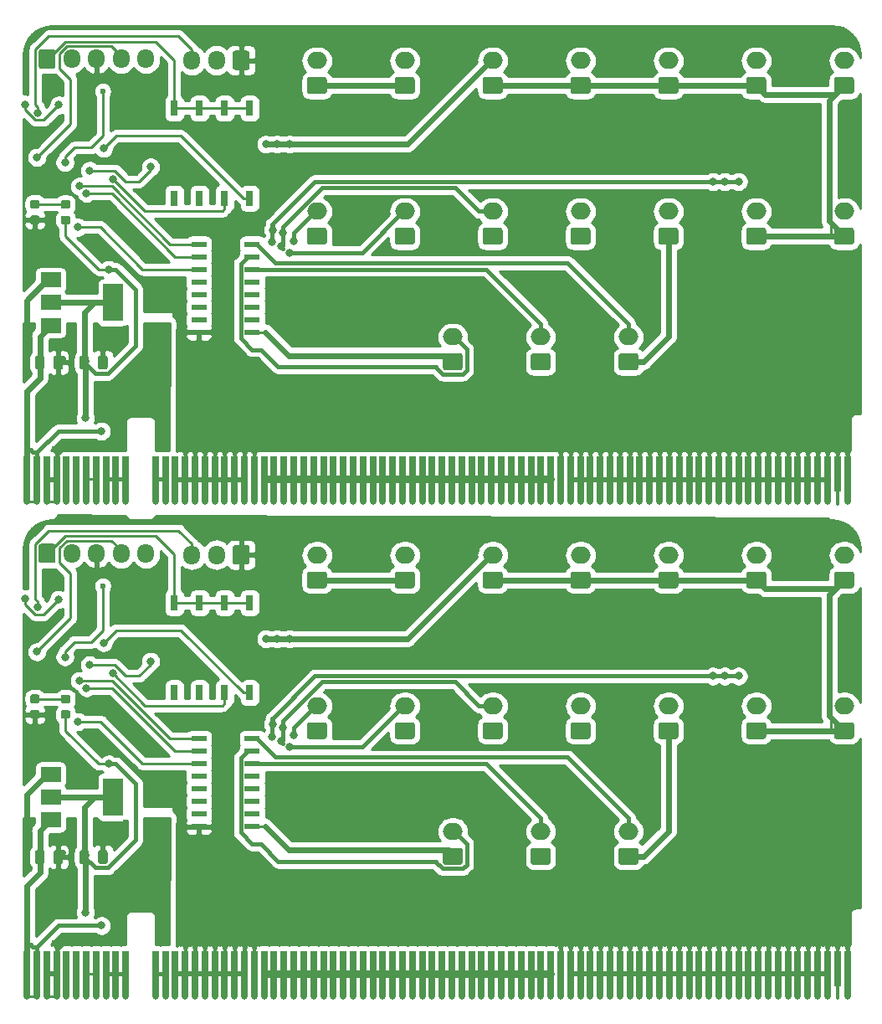
<source format=gtl>
G04 #@! TF.GenerationSoftware,KiCad,Pcbnew,(5.1.5)-3*
G04 #@! TF.CreationDate,2019-12-27T07:21:43+09:00*
G04 #@! TF.ProjectId,Solenoid_Valve-fin,536f6c65-6e6f-4696-945f-56616c76652d,rev?*
G04 #@! TF.SameCoordinates,Original*
G04 #@! TF.FileFunction,Copper,L1,Top*
G04 #@! TF.FilePolarity,Positive*
%FSLAX46Y46*%
G04 Gerber Fmt 4.6, Leading zero omitted, Abs format (unit mm)*
G04 Created by KiCad (PCBNEW (5.1.5)-3) date 2019-12-27 07:21:43*
%MOMM*%
%LPD*%
G04 APERTURE LIST*
%ADD10C,0.100000*%
%ADD11O,2.000000X1.700000*%
%ADD12R,1.550000X0.600000*%
%ADD13O,1.700000X1.950000*%
%ADD14R,0.800000X1.600000*%
%ADD15R,2.000000X3.800000*%
%ADD16R,2.000000X1.500000*%
%ADD17C,0.650000*%
%ADD18R,0.650000X4.600000*%
%ADD19R,0.650000X3.600000*%
%ADD20C,0.600000*%
%ADD21C,0.800000*%
%ADD22C,0.600000*%
%ADD23C,0.250000*%
%ADD24C,0.400000*%
%ADD25C,0.800000*%
%ADD26C,0.254000*%
G04 APERTURE END LIST*
G04 #@! TA.AperFunction,SMDPad,CuDef*
D10*
G36*
X128943142Y-64001174D02*
G01*
X128966803Y-64004684D01*
X128990007Y-64010496D01*
X129012529Y-64018554D01*
X129034153Y-64028782D01*
X129054670Y-64041079D01*
X129073883Y-64055329D01*
X129091607Y-64071393D01*
X129107671Y-64089117D01*
X129121921Y-64108330D01*
X129134218Y-64128847D01*
X129144446Y-64150471D01*
X129152504Y-64172993D01*
X129158316Y-64196197D01*
X129161826Y-64219858D01*
X129163000Y-64243750D01*
X129163000Y-65156250D01*
X129161826Y-65180142D01*
X129158316Y-65203803D01*
X129152504Y-65227007D01*
X129144446Y-65249529D01*
X129134218Y-65271153D01*
X129121921Y-65291670D01*
X129107671Y-65310883D01*
X129091607Y-65328607D01*
X129073883Y-65344671D01*
X129054670Y-65358921D01*
X129034153Y-65371218D01*
X129012529Y-65381446D01*
X128990007Y-65389504D01*
X128966803Y-65395316D01*
X128943142Y-65398826D01*
X128919250Y-65400000D01*
X128431750Y-65400000D01*
X128407858Y-65398826D01*
X128384197Y-65395316D01*
X128360993Y-65389504D01*
X128338471Y-65381446D01*
X128316847Y-65371218D01*
X128296330Y-65358921D01*
X128277117Y-65344671D01*
X128259393Y-65328607D01*
X128243329Y-65310883D01*
X128229079Y-65291670D01*
X128216782Y-65271153D01*
X128206554Y-65249529D01*
X128198496Y-65227007D01*
X128192684Y-65203803D01*
X128189174Y-65180142D01*
X128188000Y-65156250D01*
X128188000Y-64243750D01*
X128189174Y-64219858D01*
X128192684Y-64196197D01*
X128198496Y-64172993D01*
X128206554Y-64150471D01*
X128216782Y-64128847D01*
X128229079Y-64108330D01*
X128243329Y-64089117D01*
X128259393Y-64071393D01*
X128277117Y-64055329D01*
X128296330Y-64041079D01*
X128316847Y-64028782D01*
X128338471Y-64018554D01*
X128360993Y-64010496D01*
X128384197Y-64004684D01*
X128407858Y-64001174D01*
X128431750Y-64000000D01*
X128919250Y-64000000D01*
X128943142Y-64001174D01*
G37*
G04 #@! TD.AperFunction*
G04 #@! TA.AperFunction,SMDPad,CuDef*
G36*
X127068142Y-64001174D02*
G01*
X127091803Y-64004684D01*
X127115007Y-64010496D01*
X127137529Y-64018554D01*
X127159153Y-64028782D01*
X127179670Y-64041079D01*
X127198883Y-64055329D01*
X127216607Y-64071393D01*
X127232671Y-64089117D01*
X127246921Y-64108330D01*
X127259218Y-64128847D01*
X127269446Y-64150471D01*
X127277504Y-64172993D01*
X127283316Y-64196197D01*
X127286826Y-64219858D01*
X127288000Y-64243750D01*
X127288000Y-65156250D01*
X127286826Y-65180142D01*
X127283316Y-65203803D01*
X127277504Y-65227007D01*
X127269446Y-65249529D01*
X127259218Y-65271153D01*
X127246921Y-65291670D01*
X127232671Y-65310883D01*
X127216607Y-65328607D01*
X127198883Y-65344671D01*
X127179670Y-65358921D01*
X127159153Y-65371218D01*
X127137529Y-65381446D01*
X127115007Y-65389504D01*
X127091803Y-65395316D01*
X127068142Y-65398826D01*
X127044250Y-65400000D01*
X126556750Y-65400000D01*
X126532858Y-65398826D01*
X126509197Y-65395316D01*
X126485993Y-65389504D01*
X126463471Y-65381446D01*
X126441847Y-65371218D01*
X126421330Y-65358921D01*
X126402117Y-65344671D01*
X126384393Y-65328607D01*
X126368329Y-65310883D01*
X126354079Y-65291670D01*
X126341782Y-65271153D01*
X126331554Y-65249529D01*
X126323496Y-65227007D01*
X126317684Y-65203803D01*
X126314174Y-65180142D01*
X126313000Y-65156250D01*
X126313000Y-64243750D01*
X126314174Y-64219858D01*
X126317684Y-64196197D01*
X126323496Y-64172993D01*
X126331554Y-64150471D01*
X126341782Y-64128847D01*
X126354079Y-64108330D01*
X126368329Y-64089117D01*
X126384393Y-64071393D01*
X126402117Y-64055329D01*
X126421330Y-64041079D01*
X126441847Y-64028782D01*
X126463471Y-64018554D01*
X126485993Y-64010496D01*
X126509197Y-64004684D01*
X126532858Y-64001174D01*
X126556750Y-64000000D01*
X127044250Y-64000000D01*
X127068142Y-64001174D01*
G37*
G04 #@! TD.AperFunction*
G04 #@! TA.AperFunction,SMDPad,CuDef*
G36*
X122568142Y-64001174D02*
G01*
X122591803Y-64004684D01*
X122615007Y-64010496D01*
X122637529Y-64018554D01*
X122659153Y-64028782D01*
X122679670Y-64041079D01*
X122698883Y-64055329D01*
X122716607Y-64071393D01*
X122732671Y-64089117D01*
X122746921Y-64108330D01*
X122759218Y-64128847D01*
X122769446Y-64150471D01*
X122777504Y-64172993D01*
X122783316Y-64196197D01*
X122786826Y-64219858D01*
X122788000Y-64243750D01*
X122788000Y-65156250D01*
X122786826Y-65180142D01*
X122783316Y-65203803D01*
X122777504Y-65227007D01*
X122769446Y-65249529D01*
X122759218Y-65271153D01*
X122746921Y-65291670D01*
X122732671Y-65310883D01*
X122716607Y-65328607D01*
X122698883Y-65344671D01*
X122679670Y-65358921D01*
X122659153Y-65371218D01*
X122637529Y-65381446D01*
X122615007Y-65389504D01*
X122591803Y-65395316D01*
X122568142Y-65398826D01*
X122544250Y-65400000D01*
X122056750Y-65400000D01*
X122032858Y-65398826D01*
X122009197Y-65395316D01*
X121985993Y-65389504D01*
X121963471Y-65381446D01*
X121941847Y-65371218D01*
X121921330Y-65358921D01*
X121902117Y-65344671D01*
X121884393Y-65328607D01*
X121868329Y-65310883D01*
X121854079Y-65291670D01*
X121841782Y-65271153D01*
X121831554Y-65249529D01*
X121823496Y-65227007D01*
X121817684Y-65203803D01*
X121814174Y-65180142D01*
X121813000Y-65156250D01*
X121813000Y-64243750D01*
X121814174Y-64219858D01*
X121817684Y-64196197D01*
X121823496Y-64172993D01*
X121831554Y-64150471D01*
X121841782Y-64128847D01*
X121854079Y-64108330D01*
X121868329Y-64089117D01*
X121884393Y-64071393D01*
X121902117Y-64055329D01*
X121921330Y-64041079D01*
X121941847Y-64028782D01*
X121963471Y-64018554D01*
X121985993Y-64010496D01*
X122009197Y-64004684D01*
X122032858Y-64001174D01*
X122056750Y-64000000D01*
X122544250Y-64000000D01*
X122568142Y-64001174D01*
G37*
G04 #@! TD.AperFunction*
G04 #@! TA.AperFunction,SMDPad,CuDef*
G36*
X124443142Y-64001174D02*
G01*
X124466803Y-64004684D01*
X124490007Y-64010496D01*
X124512529Y-64018554D01*
X124534153Y-64028782D01*
X124554670Y-64041079D01*
X124573883Y-64055329D01*
X124591607Y-64071393D01*
X124607671Y-64089117D01*
X124621921Y-64108330D01*
X124634218Y-64128847D01*
X124644446Y-64150471D01*
X124652504Y-64172993D01*
X124658316Y-64196197D01*
X124661826Y-64219858D01*
X124663000Y-64243750D01*
X124663000Y-65156250D01*
X124661826Y-65180142D01*
X124658316Y-65203803D01*
X124652504Y-65227007D01*
X124644446Y-65249529D01*
X124634218Y-65271153D01*
X124621921Y-65291670D01*
X124607671Y-65310883D01*
X124591607Y-65328607D01*
X124573883Y-65344671D01*
X124554670Y-65358921D01*
X124534153Y-65371218D01*
X124512529Y-65381446D01*
X124490007Y-65389504D01*
X124466803Y-65395316D01*
X124443142Y-65398826D01*
X124419250Y-65400000D01*
X123931750Y-65400000D01*
X123907858Y-65398826D01*
X123884197Y-65395316D01*
X123860993Y-65389504D01*
X123838471Y-65381446D01*
X123816847Y-65371218D01*
X123796330Y-65358921D01*
X123777117Y-65344671D01*
X123759393Y-65328607D01*
X123743329Y-65310883D01*
X123729079Y-65291670D01*
X123716782Y-65271153D01*
X123706554Y-65249529D01*
X123698496Y-65227007D01*
X123692684Y-65203803D01*
X123689174Y-65180142D01*
X123688000Y-65156250D01*
X123688000Y-64243750D01*
X123689174Y-64219858D01*
X123692684Y-64196197D01*
X123698496Y-64172993D01*
X123706554Y-64150471D01*
X123716782Y-64128847D01*
X123729079Y-64108330D01*
X123743329Y-64089117D01*
X123759393Y-64071393D01*
X123777117Y-64055329D01*
X123796330Y-64041079D01*
X123816847Y-64028782D01*
X123838471Y-64018554D01*
X123860993Y-64010496D01*
X123884197Y-64004684D01*
X123907858Y-64001174D01*
X123931750Y-64000000D01*
X124419250Y-64000000D01*
X124443142Y-64001174D01*
G37*
G04 #@! TD.AperFunction*
G04 #@! TA.AperFunction,SMDPad,CuDef*
G36*
X122077691Y-49839053D02*
G01*
X122098926Y-49842203D01*
X122119750Y-49847419D01*
X122139962Y-49854651D01*
X122159368Y-49863830D01*
X122177781Y-49874866D01*
X122195024Y-49887654D01*
X122210930Y-49902070D01*
X122225346Y-49917976D01*
X122238134Y-49935219D01*
X122249170Y-49953632D01*
X122258349Y-49973038D01*
X122265581Y-49993250D01*
X122270797Y-50014074D01*
X122273947Y-50035309D01*
X122275000Y-50056750D01*
X122275000Y-50494250D01*
X122273947Y-50515691D01*
X122270797Y-50536926D01*
X122265581Y-50557750D01*
X122258349Y-50577962D01*
X122249170Y-50597368D01*
X122238134Y-50615781D01*
X122225346Y-50633024D01*
X122210930Y-50648930D01*
X122195024Y-50663346D01*
X122177781Y-50676134D01*
X122159368Y-50687170D01*
X122139962Y-50696349D01*
X122119750Y-50703581D01*
X122098926Y-50708797D01*
X122077691Y-50711947D01*
X122056250Y-50713000D01*
X121543750Y-50713000D01*
X121522309Y-50711947D01*
X121501074Y-50708797D01*
X121480250Y-50703581D01*
X121460038Y-50696349D01*
X121440632Y-50687170D01*
X121422219Y-50676134D01*
X121404976Y-50663346D01*
X121389070Y-50648930D01*
X121374654Y-50633024D01*
X121361866Y-50615781D01*
X121350830Y-50597368D01*
X121341651Y-50577962D01*
X121334419Y-50557750D01*
X121329203Y-50536926D01*
X121326053Y-50515691D01*
X121325000Y-50494250D01*
X121325000Y-50056750D01*
X121326053Y-50035309D01*
X121329203Y-50014074D01*
X121334419Y-49993250D01*
X121341651Y-49973038D01*
X121350830Y-49953632D01*
X121361866Y-49935219D01*
X121374654Y-49917976D01*
X121389070Y-49902070D01*
X121404976Y-49887654D01*
X121422219Y-49874866D01*
X121440632Y-49863830D01*
X121460038Y-49854651D01*
X121480250Y-49847419D01*
X121501074Y-49842203D01*
X121522309Y-49839053D01*
X121543750Y-49838000D01*
X122056250Y-49838000D01*
X122077691Y-49839053D01*
G37*
G04 #@! TD.AperFunction*
G04 #@! TA.AperFunction,SMDPad,CuDef*
G36*
X122077691Y-48264053D02*
G01*
X122098926Y-48267203D01*
X122119750Y-48272419D01*
X122139962Y-48279651D01*
X122159368Y-48288830D01*
X122177781Y-48299866D01*
X122195024Y-48312654D01*
X122210930Y-48327070D01*
X122225346Y-48342976D01*
X122238134Y-48360219D01*
X122249170Y-48378632D01*
X122258349Y-48398038D01*
X122265581Y-48418250D01*
X122270797Y-48439074D01*
X122273947Y-48460309D01*
X122275000Y-48481750D01*
X122275000Y-48919250D01*
X122273947Y-48940691D01*
X122270797Y-48961926D01*
X122265581Y-48982750D01*
X122258349Y-49002962D01*
X122249170Y-49022368D01*
X122238134Y-49040781D01*
X122225346Y-49058024D01*
X122210930Y-49073930D01*
X122195024Y-49088346D01*
X122177781Y-49101134D01*
X122159368Y-49112170D01*
X122139962Y-49121349D01*
X122119750Y-49128581D01*
X122098926Y-49133797D01*
X122077691Y-49136947D01*
X122056250Y-49138000D01*
X121543750Y-49138000D01*
X121522309Y-49136947D01*
X121501074Y-49133797D01*
X121480250Y-49128581D01*
X121460038Y-49121349D01*
X121440632Y-49112170D01*
X121422219Y-49101134D01*
X121404976Y-49088346D01*
X121389070Y-49073930D01*
X121374654Y-49058024D01*
X121361866Y-49040781D01*
X121350830Y-49022368D01*
X121341651Y-49002962D01*
X121334419Y-48982750D01*
X121329203Y-48961926D01*
X121326053Y-48940691D01*
X121325000Y-48919250D01*
X121325000Y-48481750D01*
X121326053Y-48460309D01*
X121329203Y-48439074D01*
X121334419Y-48418250D01*
X121341651Y-48398038D01*
X121350830Y-48378632D01*
X121361866Y-48360219D01*
X121374654Y-48342976D01*
X121389070Y-48327070D01*
X121404976Y-48312654D01*
X121422219Y-48299866D01*
X121440632Y-48288830D01*
X121460038Y-48279651D01*
X121480250Y-48272419D01*
X121501074Y-48267203D01*
X121522309Y-48264053D01*
X121543750Y-48263000D01*
X122056250Y-48263000D01*
X122077691Y-48264053D01*
G37*
G04 #@! TD.AperFunction*
G04 #@! TA.AperFunction,ComponentPad*
G36*
X195564504Y-35831204D02*
G01*
X195588773Y-35834804D01*
X195612571Y-35840765D01*
X195635671Y-35849030D01*
X195657849Y-35859520D01*
X195678893Y-35872133D01*
X195698598Y-35886747D01*
X195716777Y-35903223D01*
X195733253Y-35921402D01*
X195747867Y-35941107D01*
X195760480Y-35962151D01*
X195770970Y-35984329D01*
X195779235Y-36007429D01*
X195785196Y-36031227D01*
X195788796Y-36055496D01*
X195790000Y-36080000D01*
X195790000Y-37280000D01*
X195788796Y-37304504D01*
X195785196Y-37328773D01*
X195779235Y-37352571D01*
X195770970Y-37375671D01*
X195760480Y-37397849D01*
X195747867Y-37418893D01*
X195733253Y-37438598D01*
X195716777Y-37456777D01*
X195698598Y-37473253D01*
X195678893Y-37487867D01*
X195657849Y-37500480D01*
X195635671Y-37510970D01*
X195612571Y-37519235D01*
X195588773Y-37525196D01*
X195564504Y-37528796D01*
X195540000Y-37530000D01*
X194040000Y-37530000D01*
X194015496Y-37528796D01*
X193991227Y-37525196D01*
X193967429Y-37519235D01*
X193944329Y-37510970D01*
X193922151Y-37500480D01*
X193901107Y-37487867D01*
X193881402Y-37473253D01*
X193863223Y-37456777D01*
X193846747Y-37438598D01*
X193832133Y-37418893D01*
X193819520Y-37397849D01*
X193809030Y-37375671D01*
X193800765Y-37352571D01*
X193794804Y-37328773D01*
X193791204Y-37304504D01*
X193790000Y-37280000D01*
X193790000Y-36080000D01*
X193791204Y-36055496D01*
X193794804Y-36031227D01*
X193800765Y-36007429D01*
X193809030Y-35984329D01*
X193819520Y-35962151D01*
X193832133Y-35941107D01*
X193846747Y-35921402D01*
X193863223Y-35903223D01*
X193881402Y-35886747D01*
X193901107Y-35872133D01*
X193922151Y-35859520D01*
X193944329Y-35849030D01*
X193967429Y-35840765D01*
X193991227Y-35834804D01*
X194015496Y-35831204D01*
X194040000Y-35830000D01*
X195540000Y-35830000D01*
X195564504Y-35831204D01*
G37*
G04 #@! TD.AperFunction*
D11*
X194790000Y-34180000D03*
G04 #@! TA.AperFunction,ComponentPad*
D10*
G36*
X177784504Y-35831204D02*
G01*
X177808773Y-35834804D01*
X177832571Y-35840765D01*
X177855671Y-35849030D01*
X177877849Y-35859520D01*
X177898893Y-35872133D01*
X177918598Y-35886747D01*
X177936777Y-35903223D01*
X177953253Y-35921402D01*
X177967867Y-35941107D01*
X177980480Y-35962151D01*
X177990970Y-35984329D01*
X177999235Y-36007429D01*
X178005196Y-36031227D01*
X178008796Y-36055496D01*
X178010000Y-36080000D01*
X178010000Y-37280000D01*
X178008796Y-37304504D01*
X178005196Y-37328773D01*
X177999235Y-37352571D01*
X177990970Y-37375671D01*
X177980480Y-37397849D01*
X177967867Y-37418893D01*
X177953253Y-37438598D01*
X177936777Y-37456777D01*
X177918598Y-37473253D01*
X177898893Y-37487867D01*
X177877849Y-37500480D01*
X177855671Y-37510970D01*
X177832571Y-37519235D01*
X177808773Y-37525196D01*
X177784504Y-37528796D01*
X177760000Y-37530000D01*
X176260000Y-37530000D01*
X176235496Y-37528796D01*
X176211227Y-37525196D01*
X176187429Y-37519235D01*
X176164329Y-37510970D01*
X176142151Y-37500480D01*
X176121107Y-37487867D01*
X176101402Y-37473253D01*
X176083223Y-37456777D01*
X176066747Y-37438598D01*
X176052133Y-37418893D01*
X176039520Y-37397849D01*
X176029030Y-37375671D01*
X176020765Y-37352571D01*
X176014804Y-37328773D01*
X176011204Y-37304504D01*
X176010000Y-37280000D01*
X176010000Y-36080000D01*
X176011204Y-36055496D01*
X176014804Y-36031227D01*
X176020765Y-36007429D01*
X176029030Y-35984329D01*
X176039520Y-35962151D01*
X176052133Y-35941107D01*
X176066747Y-35921402D01*
X176083223Y-35903223D01*
X176101402Y-35886747D01*
X176121107Y-35872133D01*
X176142151Y-35859520D01*
X176164329Y-35849030D01*
X176187429Y-35840765D01*
X176211227Y-35834804D01*
X176235496Y-35831204D01*
X176260000Y-35830000D01*
X177760000Y-35830000D01*
X177784504Y-35831204D01*
G37*
G04 #@! TD.AperFunction*
D11*
X177010000Y-34180000D03*
D12*
X138400000Y-52730000D03*
X138400000Y-54000000D03*
X138400000Y-55270000D03*
X138400000Y-56540000D03*
X138400000Y-57810000D03*
X138400000Y-59080000D03*
X138400000Y-60350000D03*
X138400000Y-61620000D03*
X143800000Y-61620000D03*
X143800000Y-60350000D03*
X143800000Y-59080000D03*
X143800000Y-57810000D03*
X143800000Y-56540000D03*
X143800000Y-55270000D03*
X143800000Y-54000000D03*
X143800000Y-52730000D03*
G04 #@! TA.AperFunction,ComponentPad*
D10*
G36*
X151114504Y-35831204D02*
G01*
X151138773Y-35834804D01*
X151162571Y-35840765D01*
X151185671Y-35849030D01*
X151207849Y-35859520D01*
X151228893Y-35872133D01*
X151248598Y-35886747D01*
X151266777Y-35903223D01*
X151283253Y-35921402D01*
X151297867Y-35941107D01*
X151310480Y-35962151D01*
X151320970Y-35984329D01*
X151329235Y-36007429D01*
X151335196Y-36031227D01*
X151338796Y-36055496D01*
X151340000Y-36080000D01*
X151340000Y-37280000D01*
X151338796Y-37304504D01*
X151335196Y-37328773D01*
X151329235Y-37352571D01*
X151320970Y-37375671D01*
X151310480Y-37397849D01*
X151297867Y-37418893D01*
X151283253Y-37438598D01*
X151266777Y-37456777D01*
X151248598Y-37473253D01*
X151228893Y-37487867D01*
X151207849Y-37500480D01*
X151185671Y-37510970D01*
X151162571Y-37519235D01*
X151138773Y-37525196D01*
X151114504Y-37528796D01*
X151090000Y-37530000D01*
X149590000Y-37530000D01*
X149565496Y-37528796D01*
X149541227Y-37525196D01*
X149517429Y-37519235D01*
X149494329Y-37510970D01*
X149472151Y-37500480D01*
X149451107Y-37487867D01*
X149431402Y-37473253D01*
X149413223Y-37456777D01*
X149396747Y-37438598D01*
X149382133Y-37418893D01*
X149369520Y-37397849D01*
X149359030Y-37375671D01*
X149350765Y-37352571D01*
X149344804Y-37328773D01*
X149341204Y-37304504D01*
X149340000Y-37280000D01*
X149340000Y-36080000D01*
X149341204Y-36055496D01*
X149344804Y-36031227D01*
X149350765Y-36007429D01*
X149359030Y-35984329D01*
X149369520Y-35962151D01*
X149382133Y-35941107D01*
X149396747Y-35921402D01*
X149413223Y-35903223D01*
X149431402Y-35886747D01*
X149451107Y-35872133D01*
X149472151Y-35859520D01*
X149494329Y-35849030D01*
X149517429Y-35840765D01*
X149541227Y-35834804D01*
X149565496Y-35831204D01*
X149590000Y-35830000D01*
X151090000Y-35830000D01*
X151114504Y-35831204D01*
G37*
G04 #@! TD.AperFunction*
D11*
X150340000Y-34180000D03*
D13*
X133035000Y-34000000D03*
X130535000Y-34000000D03*
X128035000Y-34000000D03*
X125535000Y-34000000D03*
G04 #@! TA.AperFunction,ComponentPad*
D10*
G36*
X123659504Y-33026204D02*
G01*
X123683773Y-33029804D01*
X123707571Y-33035765D01*
X123730671Y-33044030D01*
X123752849Y-33054520D01*
X123773893Y-33067133D01*
X123793598Y-33081747D01*
X123811777Y-33098223D01*
X123828253Y-33116402D01*
X123842867Y-33136107D01*
X123855480Y-33157151D01*
X123865970Y-33179329D01*
X123874235Y-33202429D01*
X123880196Y-33226227D01*
X123883796Y-33250496D01*
X123885000Y-33275000D01*
X123885000Y-34725000D01*
X123883796Y-34749504D01*
X123880196Y-34773773D01*
X123874235Y-34797571D01*
X123865970Y-34820671D01*
X123855480Y-34842849D01*
X123842867Y-34863893D01*
X123828253Y-34883598D01*
X123811777Y-34901777D01*
X123793598Y-34918253D01*
X123773893Y-34932867D01*
X123752849Y-34945480D01*
X123730671Y-34955970D01*
X123707571Y-34964235D01*
X123683773Y-34970196D01*
X123659504Y-34973796D01*
X123635000Y-34975000D01*
X122435000Y-34975000D01*
X122410496Y-34973796D01*
X122386227Y-34970196D01*
X122362429Y-34964235D01*
X122339329Y-34955970D01*
X122317151Y-34945480D01*
X122296107Y-34932867D01*
X122276402Y-34918253D01*
X122258223Y-34901777D01*
X122241747Y-34883598D01*
X122227133Y-34863893D01*
X122214520Y-34842849D01*
X122204030Y-34820671D01*
X122195765Y-34797571D01*
X122189804Y-34773773D01*
X122186204Y-34749504D01*
X122185000Y-34725000D01*
X122185000Y-33275000D01*
X122186204Y-33250496D01*
X122189804Y-33226227D01*
X122195765Y-33202429D01*
X122204030Y-33179329D01*
X122214520Y-33157151D01*
X122227133Y-33136107D01*
X122241747Y-33116402D01*
X122258223Y-33098223D01*
X122276402Y-33081747D01*
X122296107Y-33067133D01*
X122317151Y-33054520D01*
X122339329Y-33044030D01*
X122362429Y-33035765D01*
X122386227Y-33029804D01*
X122410496Y-33026204D01*
X122435000Y-33025000D01*
X123635000Y-33025000D01*
X123659504Y-33026204D01*
G37*
G04 #@! TD.AperFunction*
G04 #@! TA.AperFunction,ComponentPad*
G36*
X160004504Y-51071204D02*
G01*
X160028773Y-51074804D01*
X160052571Y-51080765D01*
X160075671Y-51089030D01*
X160097849Y-51099520D01*
X160118893Y-51112133D01*
X160138598Y-51126747D01*
X160156777Y-51143223D01*
X160173253Y-51161402D01*
X160187867Y-51181107D01*
X160200480Y-51202151D01*
X160210970Y-51224329D01*
X160219235Y-51247429D01*
X160225196Y-51271227D01*
X160228796Y-51295496D01*
X160230000Y-51320000D01*
X160230000Y-52520000D01*
X160228796Y-52544504D01*
X160225196Y-52568773D01*
X160219235Y-52592571D01*
X160210970Y-52615671D01*
X160200480Y-52637849D01*
X160187867Y-52658893D01*
X160173253Y-52678598D01*
X160156777Y-52696777D01*
X160138598Y-52713253D01*
X160118893Y-52727867D01*
X160097849Y-52740480D01*
X160075671Y-52750970D01*
X160052571Y-52759235D01*
X160028773Y-52765196D01*
X160004504Y-52768796D01*
X159980000Y-52770000D01*
X158480000Y-52770000D01*
X158455496Y-52768796D01*
X158431227Y-52765196D01*
X158407429Y-52759235D01*
X158384329Y-52750970D01*
X158362151Y-52740480D01*
X158341107Y-52727867D01*
X158321402Y-52713253D01*
X158303223Y-52696777D01*
X158286747Y-52678598D01*
X158272133Y-52658893D01*
X158259520Y-52637849D01*
X158249030Y-52615671D01*
X158240765Y-52592571D01*
X158234804Y-52568773D01*
X158231204Y-52544504D01*
X158230000Y-52520000D01*
X158230000Y-51320000D01*
X158231204Y-51295496D01*
X158234804Y-51271227D01*
X158240765Y-51247429D01*
X158249030Y-51224329D01*
X158259520Y-51202151D01*
X158272133Y-51181107D01*
X158286747Y-51161402D01*
X158303223Y-51143223D01*
X158321402Y-51126747D01*
X158341107Y-51112133D01*
X158362151Y-51099520D01*
X158384329Y-51089030D01*
X158407429Y-51080765D01*
X158431227Y-51074804D01*
X158455496Y-51071204D01*
X158480000Y-51070000D01*
X159980000Y-51070000D01*
X160004504Y-51071204D01*
G37*
G04 #@! TD.AperFunction*
D11*
X159230000Y-49420000D03*
G04 #@! TA.AperFunction,ComponentPad*
D10*
G36*
X182634504Y-63771204D02*
G01*
X182658773Y-63774804D01*
X182682571Y-63780765D01*
X182705671Y-63789030D01*
X182727849Y-63799520D01*
X182748893Y-63812133D01*
X182768598Y-63826747D01*
X182786777Y-63843223D01*
X182803253Y-63861402D01*
X182817867Y-63881107D01*
X182830480Y-63902151D01*
X182840970Y-63924329D01*
X182849235Y-63947429D01*
X182855196Y-63971227D01*
X182858796Y-63995496D01*
X182860000Y-64020000D01*
X182860000Y-65220000D01*
X182858796Y-65244504D01*
X182855196Y-65268773D01*
X182849235Y-65292571D01*
X182840970Y-65315671D01*
X182830480Y-65337849D01*
X182817867Y-65358893D01*
X182803253Y-65378598D01*
X182786777Y-65396777D01*
X182768598Y-65413253D01*
X182748893Y-65427867D01*
X182727849Y-65440480D01*
X182705671Y-65450970D01*
X182682571Y-65459235D01*
X182658773Y-65465196D01*
X182634504Y-65468796D01*
X182610000Y-65470000D01*
X181110000Y-65470000D01*
X181085496Y-65468796D01*
X181061227Y-65465196D01*
X181037429Y-65459235D01*
X181014329Y-65450970D01*
X180992151Y-65440480D01*
X180971107Y-65427867D01*
X180951402Y-65413253D01*
X180933223Y-65396777D01*
X180916747Y-65378598D01*
X180902133Y-65358893D01*
X180889520Y-65337849D01*
X180879030Y-65315671D01*
X180870765Y-65292571D01*
X180864804Y-65268773D01*
X180861204Y-65244504D01*
X180860000Y-65220000D01*
X180860000Y-64020000D01*
X180861204Y-63995496D01*
X180864804Y-63971227D01*
X180870765Y-63947429D01*
X180879030Y-63924329D01*
X180889520Y-63902151D01*
X180902133Y-63881107D01*
X180916747Y-63861402D01*
X180933223Y-63843223D01*
X180951402Y-63826747D01*
X180971107Y-63812133D01*
X180992151Y-63799520D01*
X181014329Y-63789030D01*
X181037429Y-63780765D01*
X181061227Y-63774804D01*
X181085496Y-63771204D01*
X181110000Y-63770000D01*
X182610000Y-63770000D01*
X182634504Y-63771204D01*
G37*
G04 #@! TD.AperFunction*
D11*
X181860000Y-62120000D03*
G04 #@! TA.AperFunction,ComponentPad*
D10*
G36*
X173744504Y-63771204D02*
G01*
X173768773Y-63774804D01*
X173792571Y-63780765D01*
X173815671Y-63789030D01*
X173837849Y-63799520D01*
X173858893Y-63812133D01*
X173878598Y-63826747D01*
X173896777Y-63843223D01*
X173913253Y-63861402D01*
X173927867Y-63881107D01*
X173940480Y-63902151D01*
X173950970Y-63924329D01*
X173959235Y-63947429D01*
X173965196Y-63971227D01*
X173968796Y-63995496D01*
X173970000Y-64020000D01*
X173970000Y-65220000D01*
X173968796Y-65244504D01*
X173965196Y-65268773D01*
X173959235Y-65292571D01*
X173950970Y-65315671D01*
X173940480Y-65337849D01*
X173927867Y-65358893D01*
X173913253Y-65378598D01*
X173896777Y-65396777D01*
X173878598Y-65413253D01*
X173858893Y-65427867D01*
X173837849Y-65440480D01*
X173815671Y-65450970D01*
X173792571Y-65459235D01*
X173768773Y-65465196D01*
X173744504Y-65468796D01*
X173720000Y-65470000D01*
X172220000Y-65470000D01*
X172195496Y-65468796D01*
X172171227Y-65465196D01*
X172147429Y-65459235D01*
X172124329Y-65450970D01*
X172102151Y-65440480D01*
X172081107Y-65427867D01*
X172061402Y-65413253D01*
X172043223Y-65396777D01*
X172026747Y-65378598D01*
X172012133Y-65358893D01*
X171999520Y-65337849D01*
X171989030Y-65315671D01*
X171980765Y-65292571D01*
X171974804Y-65268773D01*
X171971204Y-65244504D01*
X171970000Y-65220000D01*
X171970000Y-64020000D01*
X171971204Y-63995496D01*
X171974804Y-63971227D01*
X171980765Y-63947429D01*
X171989030Y-63924329D01*
X171999520Y-63902151D01*
X172012133Y-63881107D01*
X172026747Y-63861402D01*
X172043223Y-63843223D01*
X172061402Y-63826747D01*
X172081107Y-63812133D01*
X172102151Y-63799520D01*
X172124329Y-63789030D01*
X172147429Y-63780765D01*
X172171227Y-63774804D01*
X172195496Y-63771204D01*
X172220000Y-63770000D01*
X173720000Y-63770000D01*
X173744504Y-63771204D01*
G37*
G04 #@! TD.AperFunction*
D11*
X172970000Y-62120000D03*
G04 #@! TA.AperFunction,ComponentPad*
D10*
G36*
X151114504Y-51071204D02*
G01*
X151138773Y-51074804D01*
X151162571Y-51080765D01*
X151185671Y-51089030D01*
X151207849Y-51099520D01*
X151228893Y-51112133D01*
X151248598Y-51126747D01*
X151266777Y-51143223D01*
X151283253Y-51161402D01*
X151297867Y-51181107D01*
X151310480Y-51202151D01*
X151320970Y-51224329D01*
X151329235Y-51247429D01*
X151335196Y-51271227D01*
X151338796Y-51295496D01*
X151340000Y-51320000D01*
X151340000Y-52520000D01*
X151338796Y-52544504D01*
X151335196Y-52568773D01*
X151329235Y-52592571D01*
X151320970Y-52615671D01*
X151310480Y-52637849D01*
X151297867Y-52658893D01*
X151283253Y-52678598D01*
X151266777Y-52696777D01*
X151248598Y-52713253D01*
X151228893Y-52727867D01*
X151207849Y-52740480D01*
X151185671Y-52750970D01*
X151162571Y-52759235D01*
X151138773Y-52765196D01*
X151114504Y-52768796D01*
X151090000Y-52770000D01*
X149590000Y-52770000D01*
X149565496Y-52768796D01*
X149541227Y-52765196D01*
X149517429Y-52759235D01*
X149494329Y-52750970D01*
X149472151Y-52740480D01*
X149451107Y-52727867D01*
X149431402Y-52713253D01*
X149413223Y-52696777D01*
X149396747Y-52678598D01*
X149382133Y-52658893D01*
X149369520Y-52637849D01*
X149359030Y-52615671D01*
X149350765Y-52592571D01*
X149344804Y-52568773D01*
X149341204Y-52544504D01*
X149340000Y-52520000D01*
X149340000Y-51320000D01*
X149341204Y-51295496D01*
X149344804Y-51271227D01*
X149350765Y-51247429D01*
X149359030Y-51224329D01*
X149369520Y-51202151D01*
X149382133Y-51181107D01*
X149396747Y-51161402D01*
X149413223Y-51143223D01*
X149431402Y-51126747D01*
X149451107Y-51112133D01*
X149472151Y-51099520D01*
X149494329Y-51089030D01*
X149517429Y-51080765D01*
X149541227Y-51074804D01*
X149565496Y-51071204D01*
X149590000Y-51070000D01*
X151090000Y-51070000D01*
X151114504Y-51071204D01*
G37*
G04 #@! TD.AperFunction*
D11*
X150340000Y-49420000D03*
G04 #@! TA.AperFunction,SMDPad,CuDef*
D10*
G36*
X125177691Y-49851053D02*
G01*
X125198926Y-49854203D01*
X125219750Y-49859419D01*
X125239962Y-49866651D01*
X125259368Y-49875830D01*
X125277781Y-49886866D01*
X125295024Y-49899654D01*
X125310930Y-49914070D01*
X125325346Y-49929976D01*
X125338134Y-49947219D01*
X125349170Y-49965632D01*
X125358349Y-49985038D01*
X125365581Y-50005250D01*
X125370797Y-50026074D01*
X125373947Y-50047309D01*
X125375000Y-50068750D01*
X125375000Y-50506250D01*
X125373947Y-50527691D01*
X125370797Y-50548926D01*
X125365581Y-50569750D01*
X125358349Y-50589962D01*
X125349170Y-50609368D01*
X125338134Y-50627781D01*
X125325346Y-50645024D01*
X125310930Y-50660930D01*
X125295024Y-50675346D01*
X125277781Y-50688134D01*
X125259368Y-50699170D01*
X125239962Y-50708349D01*
X125219750Y-50715581D01*
X125198926Y-50720797D01*
X125177691Y-50723947D01*
X125156250Y-50725000D01*
X124643750Y-50725000D01*
X124622309Y-50723947D01*
X124601074Y-50720797D01*
X124580250Y-50715581D01*
X124560038Y-50708349D01*
X124540632Y-50699170D01*
X124522219Y-50688134D01*
X124504976Y-50675346D01*
X124489070Y-50660930D01*
X124474654Y-50645024D01*
X124461866Y-50627781D01*
X124450830Y-50609368D01*
X124441651Y-50589962D01*
X124434419Y-50569750D01*
X124429203Y-50548926D01*
X124426053Y-50527691D01*
X124425000Y-50506250D01*
X124425000Y-50068750D01*
X124426053Y-50047309D01*
X124429203Y-50026074D01*
X124434419Y-50005250D01*
X124441651Y-49985038D01*
X124450830Y-49965632D01*
X124461866Y-49947219D01*
X124474654Y-49929976D01*
X124489070Y-49914070D01*
X124504976Y-49899654D01*
X124522219Y-49886866D01*
X124540632Y-49875830D01*
X124560038Y-49866651D01*
X124580250Y-49859419D01*
X124601074Y-49854203D01*
X124622309Y-49851053D01*
X124643750Y-49850000D01*
X125156250Y-49850000D01*
X125177691Y-49851053D01*
G37*
G04 #@! TD.AperFunction*
G04 #@! TA.AperFunction,SMDPad,CuDef*
G36*
X125177691Y-48276053D02*
G01*
X125198926Y-48279203D01*
X125219750Y-48284419D01*
X125239962Y-48291651D01*
X125259368Y-48300830D01*
X125277781Y-48311866D01*
X125295024Y-48324654D01*
X125310930Y-48339070D01*
X125325346Y-48354976D01*
X125338134Y-48372219D01*
X125349170Y-48390632D01*
X125358349Y-48410038D01*
X125365581Y-48430250D01*
X125370797Y-48451074D01*
X125373947Y-48472309D01*
X125375000Y-48493750D01*
X125375000Y-48931250D01*
X125373947Y-48952691D01*
X125370797Y-48973926D01*
X125365581Y-48994750D01*
X125358349Y-49014962D01*
X125349170Y-49034368D01*
X125338134Y-49052781D01*
X125325346Y-49070024D01*
X125310930Y-49085930D01*
X125295024Y-49100346D01*
X125277781Y-49113134D01*
X125259368Y-49124170D01*
X125239962Y-49133349D01*
X125219750Y-49140581D01*
X125198926Y-49145797D01*
X125177691Y-49148947D01*
X125156250Y-49150000D01*
X124643750Y-49150000D01*
X124622309Y-49148947D01*
X124601074Y-49145797D01*
X124580250Y-49140581D01*
X124560038Y-49133349D01*
X124540632Y-49124170D01*
X124522219Y-49113134D01*
X124504976Y-49100346D01*
X124489070Y-49085930D01*
X124474654Y-49070024D01*
X124461866Y-49052781D01*
X124450830Y-49034368D01*
X124441651Y-49014962D01*
X124434419Y-48994750D01*
X124429203Y-48973926D01*
X124426053Y-48952691D01*
X124425000Y-48931250D01*
X124425000Y-48493750D01*
X124426053Y-48472309D01*
X124429203Y-48451074D01*
X124434419Y-48430250D01*
X124441651Y-48410038D01*
X124450830Y-48390632D01*
X124461866Y-48372219D01*
X124474654Y-48354976D01*
X124489070Y-48339070D01*
X124504976Y-48324654D01*
X124522219Y-48311866D01*
X124540632Y-48300830D01*
X124560038Y-48291651D01*
X124580250Y-48284419D01*
X124601074Y-48279203D01*
X124622309Y-48276053D01*
X124643750Y-48275000D01*
X125156250Y-48275000D01*
X125177691Y-48276053D01*
G37*
G04 #@! TD.AperFunction*
D11*
X164080000Y-62120000D03*
G04 #@! TA.AperFunction,ComponentPad*
D10*
G36*
X164854504Y-63771204D02*
G01*
X164878773Y-63774804D01*
X164902571Y-63780765D01*
X164925671Y-63789030D01*
X164947849Y-63799520D01*
X164968893Y-63812133D01*
X164988598Y-63826747D01*
X165006777Y-63843223D01*
X165023253Y-63861402D01*
X165037867Y-63881107D01*
X165050480Y-63902151D01*
X165060970Y-63924329D01*
X165069235Y-63947429D01*
X165075196Y-63971227D01*
X165078796Y-63995496D01*
X165080000Y-64020000D01*
X165080000Y-65220000D01*
X165078796Y-65244504D01*
X165075196Y-65268773D01*
X165069235Y-65292571D01*
X165060970Y-65315671D01*
X165050480Y-65337849D01*
X165037867Y-65358893D01*
X165023253Y-65378598D01*
X165006777Y-65396777D01*
X164988598Y-65413253D01*
X164968893Y-65427867D01*
X164947849Y-65440480D01*
X164925671Y-65450970D01*
X164902571Y-65459235D01*
X164878773Y-65465196D01*
X164854504Y-65468796D01*
X164830000Y-65470000D01*
X163330000Y-65470000D01*
X163305496Y-65468796D01*
X163281227Y-65465196D01*
X163257429Y-65459235D01*
X163234329Y-65450970D01*
X163212151Y-65440480D01*
X163191107Y-65427867D01*
X163171402Y-65413253D01*
X163153223Y-65396777D01*
X163136747Y-65378598D01*
X163122133Y-65358893D01*
X163109520Y-65337849D01*
X163099030Y-65315671D01*
X163090765Y-65292571D01*
X163084804Y-65268773D01*
X163081204Y-65244504D01*
X163080000Y-65220000D01*
X163080000Y-64020000D01*
X163081204Y-63995496D01*
X163084804Y-63971227D01*
X163090765Y-63947429D01*
X163099030Y-63924329D01*
X163109520Y-63902151D01*
X163122133Y-63881107D01*
X163136747Y-63861402D01*
X163153223Y-63843223D01*
X163171402Y-63826747D01*
X163191107Y-63812133D01*
X163212151Y-63799520D01*
X163234329Y-63789030D01*
X163257429Y-63780765D01*
X163281227Y-63774804D01*
X163305496Y-63771204D01*
X163330000Y-63770000D01*
X164830000Y-63770000D01*
X164854504Y-63771204D01*
G37*
G04 #@! TD.AperFunction*
G04 #@! TA.AperFunction,ComponentPad*
G36*
X168894504Y-51071204D02*
G01*
X168918773Y-51074804D01*
X168942571Y-51080765D01*
X168965671Y-51089030D01*
X168987849Y-51099520D01*
X169008893Y-51112133D01*
X169028598Y-51126747D01*
X169046777Y-51143223D01*
X169063253Y-51161402D01*
X169077867Y-51181107D01*
X169090480Y-51202151D01*
X169100970Y-51224329D01*
X169109235Y-51247429D01*
X169115196Y-51271227D01*
X169118796Y-51295496D01*
X169120000Y-51320000D01*
X169120000Y-52520000D01*
X169118796Y-52544504D01*
X169115196Y-52568773D01*
X169109235Y-52592571D01*
X169100970Y-52615671D01*
X169090480Y-52637849D01*
X169077867Y-52658893D01*
X169063253Y-52678598D01*
X169046777Y-52696777D01*
X169028598Y-52713253D01*
X169008893Y-52727867D01*
X168987849Y-52740480D01*
X168965671Y-52750970D01*
X168942571Y-52759235D01*
X168918773Y-52765196D01*
X168894504Y-52768796D01*
X168870000Y-52770000D01*
X167370000Y-52770000D01*
X167345496Y-52768796D01*
X167321227Y-52765196D01*
X167297429Y-52759235D01*
X167274329Y-52750970D01*
X167252151Y-52740480D01*
X167231107Y-52727867D01*
X167211402Y-52713253D01*
X167193223Y-52696777D01*
X167176747Y-52678598D01*
X167162133Y-52658893D01*
X167149520Y-52637849D01*
X167139030Y-52615671D01*
X167130765Y-52592571D01*
X167124804Y-52568773D01*
X167121204Y-52544504D01*
X167120000Y-52520000D01*
X167120000Y-51320000D01*
X167121204Y-51295496D01*
X167124804Y-51271227D01*
X167130765Y-51247429D01*
X167139030Y-51224329D01*
X167149520Y-51202151D01*
X167162133Y-51181107D01*
X167176747Y-51161402D01*
X167193223Y-51143223D01*
X167211402Y-51126747D01*
X167231107Y-51112133D01*
X167252151Y-51099520D01*
X167274329Y-51089030D01*
X167297429Y-51080765D01*
X167321227Y-51074804D01*
X167345496Y-51071204D01*
X167370000Y-51070000D01*
X168870000Y-51070000D01*
X168894504Y-51071204D01*
G37*
G04 #@! TD.AperFunction*
D11*
X168120000Y-49420000D03*
G04 #@! TA.AperFunction,ComponentPad*
D10*
G36*
X177784504Y-51071204D02*
G01*
X177808773Y-51074804D01*
X177832571Y-51080765D01*
X177855671Y-51089030D01*
X177877849Y-51099520D01*
X177898893Y-51112133D01*
X177918598Y-51126747D01*
X177936777Y-51143223D01*
X177953253Y-51161402D01*
X177967867Y-51181107D01*
X177980480Y-51202151D01*
X177990970Y-51224329D01*
X177999235Y-51247429D01*
X178005196Y-51271227D01*
X178008796Y-51295496D01*
X178010000Y-51320000D01*
X178010000Y-52520000D01*
X178008796Y-52544504D01*
X178005196Y-52568773D01*
X177999235Y-52592571D01*
X177990970Y-52615671D01*
X177980480Y-52637849D01*
X177967867Y-52658893D01*
X177953253Y-52678598D01*
X177936777Y-52696777D01*
X177918598Y-52713253D01*
X177898893Y-52727867D01*
X177877849Y-52740480D01*
X177855671Y-52750970D01*
X177832571Y-52759235D01*
X177808773Y-52765196D01*
X177784504Y-52768796D01*
X177760000Y-52770000D01*
X176260000Y-52770000D01*
X176235496Y-52768796D01*
X176211227Y-52765196D01*
X176187429Y-52759235D01*
X176164329Y-52750970D01*
X176142151Y-52740480D01*
X176121107Y-52727867D01*
X176101402Y-52713253D01*
X176083223Y-52696777D01*
X176066747Y-52678598D01*
X176052133Y-52658893D01*
X176039520Y-52637849D01*
X176029030Y-52615671D01*
X176020765Y-52592571D01*
X176014804Y-52568773D01*
X176011204Y-52544504D01*
X176010000Y-52520000D01*
X176010000Y-51320000D01*
X176011204Y-51295496D01*
X176014804Y-51271227D01*
X176020765Y-51247429D01*
X176029030Y-51224329D01*
X176039520Y-51202151D01*
X176052133Y-51181107D01*
X176066747Y-51161402D01*
X176083223Y-51143223D01*
X176101402Y-51126747D01*
X176121107Y-51112133D01*
X176142151Y-51099520D01*
X176164329Y-51089030D01*
X176187429Y-51080765D01*
X176211227Y-51074804D01*
X176235496Y-51071204D01*
X176260000Y-51070000D01*
X177760000Y-51070000D01*
X177784504Y-51071204D01*
G37*
G04 #@! TD.AperFunction*
D11*
X177010000Y-49420000D03*
G04 #@! TA.AperFunction,ComponentPad*
D10*
G36*
X204454504Y-35831204D02*
G01*
X204478773Y-35834804D01*
X204502571Y-35840765D01*
X204525671Y-35849030D01*
X204547849Y-35859520D01*
X204568893Y-35872133D01*
X204588598Y-35886747D01*
X204606777Y-35903223D01*
X204623253Y-35921402D01*
X204637867Y-35941107D01*
X204650480Y-35962151D01*
X204660970Y-35984329D01*
X204669235Y-36007429D01*
X204675196Y-36031227D01*
X204678796Y-36055496D01*
X204680000Y-36080000D01*
X204680000Y-37280000D01*
X204678796Y-37304504D01*
X204675196Y-37328773D01*
X204669235Y-37352571D01*
X204660970Y-37375671D01*
X204650480Y-37397849D01*
X204637867Y-37418893D01*
X204623253Y-37438598D01*
X204606777Y-37456777D01*
X204588598Y-37473253D01*
X204568893Y-37487867D01*
X204547849Y-37500480D01*
X204525671Y-37510970D01*
X204502571Y-37519235D01*
X204478773Y-37525196D01*
X204454504Y-37528796D01*
X204430000Y-37530000D01*
X202930000Y-37530000D01*
X202905496Y-37528796D01*
X202881227Y-37525196D01*
X202857429Y-37519235D01*
X202834329Y-37510970D01*
X202812151Y-37500480D01*
X202791107Y-37487867D01*
X202771402Y-37473253D01*
X202753223Y-37456777D01*
X202736747Y-37438598D01*
X202722133Y-37418893D01*
X202709520Y-37397849D01*
X202699030Y-37375671D01*
X202690765Y-37352571D01*
X202684804Y-37328773D01*
X202681204Y-37304504D01*
X202680000Y-37280000D01*
X202680000Y-36080000D01*
X202681204Y-36055496D01*
X202684804Y-36031227D01*
X202690765Y-36007429D01*
X202699030Y-35984329D01*
X202709520Y-35962151D01*
X202722133Y-35941107D01*
X202736747Y-35921402D01*
X202753223Y-35903223D01*
X202771402Y-35886747D01*
X202791107Y-35872133D01*
X202812151Y-35859520D01*
X202834329Y-35849030D01*
X202857429Y-35840765D01*
X202881227Y-35834804D01*
X202905496Y-35831204D01*
X202930000Y-35830000D01*
X204430000Y-35830000D01*
X204454504Y-35831204D01*
G37*
G04 #@! TD.AperFunction*
D11*
X203680000Y-34180000D03*
G04 #@! TA.AperFunction,ComponentPad*
D10*
G36*
X186674504Y-35831204D02*
G01*
X186698773Y-35834804D01*
X186722571Y-35840765D01*
X186745671Y-35849030D01*
X186767849Y-35859520D01*
X186788893Y-35872133D01*
X186808598Y-35886747D01*
X186826777Y-35903223D01*
X186843253Y-35921402D01*
X186857867Y-35941107D01*
X186870480Y-35962151D01*
X186880970Y-35984329D01*
X186889235Y-36007429D01*
X186895196Y-36031227D01*
X186898796Y-36055496D01*
X186900000Y-36080000D01*
X186900000Y-37280000D01*
X186898796Y-37304504D01*
X186895196Y-37328773D01*
X186889235Y-37352571D01*
X186880970Y-37375671D01*
X186870480Y-37397849D01*
X186857867Y-37418893D01*
X186843253Y-37438598D01*
X186826777Y-37456777D01*
X186808598Y-37473253D01*
X186788893Y-37487867D01*
X186767849Y-37500480D01*
X186745671Y-37510970D01*
X186722571Y-37519235D01*
X186698773Y-37525196D01*
X186674504Y-37528796D01*
X186650000Y-37530000D01*
X185150000Y-37530000D01*
X185125496Y-37528796D01*
X185101227Y-37525196D01*
X185077429Y-37519235D01*
X185054329Y-37510970D01*
X185032151Y-37500480D01*
X185011107Y-37487867D01*
X184991402Y-37473253D01*
X184973223Y-37456777D01*
X184956747Y-37438598D01*
X184942133Y-37418893D01*
X184929520Y-37397849D01*
X184919030Y-37375671D01*
X184910765Y-37352571D01*
X184904804Y-37328773D01*
X184901204Y-37304504D01*
X184900000Y-37280000D01*
X184900000Y-36080000D01*
X184901204Y-36055496D01*
X184904804Y-36031227D01*
X184910765Y-36007429D01*
X184919030Y-35984329D01*
X184929520Y-35962151D01*
X184942133Y-35941107D01*
X184956747Y-35921402D01*
X184973223Y-35903223D01*
X184991402Y-35886747D01*
X185011107Y-35872133D01*
X185032151Y-35859520D01*
X185054329Y-35849030D01*
X185077429Y-35840765D01*
X185101227Y-35834804D01*
X185125496Y-35831204D01*
X185150000Y-35830000D01*
X186650000Y-35830000D01*
X186674504Y-35831204D01*
G37*
G04 #@! TD.AperFunction*
D11*
X185900000Y-34180000D03*
G04 #@! TA.AperFunction,ComponentPad*
D10*
G36*
X168894504Y-35831204D02*
G01*
X168918773Y-35834804D01*
X168942571Y-35840765D01*
X168965671Y-35849030D01*
X168987849Y-35859520D01*
X169008893Y-35872133D01*
X169028598Y-35886747D01*
X169046777Y-35903223D01*
X169063253Y-35921402D01*
X169077867Y-35941107D01*
X169090480Y-35962151D01*
X169100970Y-35984329D01*
X169109235Y-36007429D01*
X169115196Y-36031227D01*
X169118796Y-36055496D01*
X169120000Y-36080000D01*
X169120000Y-37280000D01*
X169118796Y-37304504D01*
X169115196Y-37328773D01*
X169109235Y-37352571D01*
X169100970Y-37375671D01*
X169090480Y-37397849D01*
X169077867Y-37418893D01*
X169063253Y-37438598D01*
X169046777Y-37456777D01*
X169028598Y-37473253D01*
X169008893Y-37487867D01*
X168987849Y-37500480D01*
X168965671Y-37510970D01*
X168942571Y-37519235D01*
X168918773Y-37525196D01*
X168894504Y-37528796D01*
X168870000Y-37530000D01*
X167370000Y-37530000D01*
X167345496Y-37528796D01*
X167321227Y-37525196D01*
X167297429Y-37519235D01*
X167274329Y-37510970D01*
X167252151Y-37500480D01*
X167231107Y-37487867D01*
X167211402Y-37473253D01*
X167193223Y-37456777D01*
X167176747Y-37438598D01*
X167162133Y-37418893D01*
X167149520Y-37397849D01*
X167139030Y-37375671D01*
X167130765Y-37352571D01*
X167124804Y-37328773D01*
X167121204Y-37304504D01*
X167120000Y-37280000D01*
X167120000Y-36080000D01*
X167121204Y-36055496D01*
X167124804Y-36031227D01*
X167130765Y-36007429D01*
X167139030Y-35984329D01*
X167149520Y-35962151D01*
X167162133Y-35941107D01*
X167176747Y-35921402D01*
X167193223Y-35903223D01*
X167211402Y-35886747D01*
X167231107Y-35872133D01*
X167252151Y-35859520D01*
X167274329Y-35849030D01*
X167297429Y-35840765D01*
X167321227Y-35834804D01*
X167345496Y-35831204D01*
X167370000Y-35830000D01*
X168870000Y-35830000D01*
X168894504Y-35831204D01*
G37*
G04 #@! TD.AperFunction*
D11*
X168120000Y-34180000D03*
G04 #@! TA.AperFunction,ComponentPad*
D10*
G36*
X160004504Y-35831204D02*
G01*
X160028773Y-35834804D01*
X160052571Y-35840765D01*
X160075671Y-35849030D01*
X160097849Y-35859520D01*
X160118893Y-35872133D01*
X160138598Y-35886747D01*
X160156777Y-35903223D01*
X160173253Y-35921402D01*
X160187867Y-35941107D01*
X160200480Y-35962151D01*
X160210970Y-35984329D01*
X160219235Y-36007429D01*
X160225196Y-36031227D01*
X160228796Y-36055496D01*
X160230000Y-36080000D01*
X160230000Y-37280000D01*
X160228796Y-37304504D01*
X160225196Y-37328773D01*
X160219235Y-37352571D01*
X160210970Y-37375671D01*
X160200480Y-37397849D01*
X160187867Y-37418893D01*
X160173253Y-37438598D01*
X160156777Y-37456777D01*
X160138598Y-37473253D01*
X160118893Y-37487867D01*
X160097849Y-37500480D01*
X160075671Y-37510970D01*
X160052571Y-37519235D01*
X160028773Y-37525196D01*
X160004504Y-37528796D01*
X159980000Y-37530000D01*
X158480000Y-37530000D01*
X158455496Y-37528796D01*
X158431227Y-37525196D01*
X158407429Y-37519235D01*
X158384329Y-37510970D01*
X158362151Y-37500480D01*
X158341107Y-37487867D01*
X158321402Y-37473253D01*
X158303223Y-37456777D01*
X158286747Y-37438598D01*
X158272133Y-37418893D01*
X158259520Y-37397849D01*
X158249030Y-37375671D01*
X158240765Y-37352571D01*
X158234804Y-37328773D01*
X158231204Y-37304504D01*
X158230000Y-37280000D01*
X158230000Y-36080000D01*
X158231204Y-36055496D01*
X158234804Y-36031227D01*
X158240765Y-36007429D01*
X158249030Y-35984329D01*
X158259520Y-35962151D01*
X158272133Y-35941107D01*
X158286747Y-35921402D01*
X158303223Y-35903223D01*
X158321402Y-35886747D01*
X158341107Y-35872133D01*
X158362151Y-35859520D01*
X158384329Y-35849030D01*
X158407429Y-35840765D01*
X158431227Y-35834804D01*
X158455496Y-35831204D01*
X158480000Y-35830000D01*
X159980000Y-35830000D01*
X160004504Y-35831204D01*
G37*
G04 #@! TD.AperFunction*
D11*
X159230000Y-34180000D03*
G04 #@! TA.AperFunction,ComponentPad*
D10*
G36*
X195564504Y-51071204D02*
G01*
X195588773Y-51074804D01*
X195612571Y-51080765D01*
X195635671Y-51089030D01*
X195657849Y-51099520D01*
X195678893Y-51112133D01*
X195698598Y-51126747D01*
X195716777Y-51143223D01*
X195733253Y-51161402D01*
X195747867Y-51181107D01*
X195760480Y-51202151D01*
X195770970Y-51224329D01*
X195779235Y-51247429D01*
X195785196Y-51271227D01*
X195788796Y-51295496D01*
X195790000Y-51320000D01*
X195790000Y-52520000D01*
X195788796Y-52544504D01*
X195785196Y-52568773D01*
X195779235Y-52592571D01*
X195770970Y-52615671D01*
X195760480Y-52637849D01*
X195747867Y-52658893D01*
X195733253Y-52678598D01*
X195716777Y-52696777D01*
X195698598Y-52713253D01*
X195678893Y-52727867D01*
X195657849Y-52740480D01*
X195635671Y-52750970D01*
X195612571Y-52759235D01*
X195588773Y-52765196D01*
X195564504Y-52768796D01*
X195540000Y-52770000D01*
X194040000Y-52770000D01*
X194015496Y-52768796D01*
X193991227Y-52765196D01*
X193967429Y-52759235D01*
X193944329Y-52750970D01*
X193922151Y-52740480D01*
X193901107Y-52727867D01*
X193881402Y-52713253D01*
X193863223Y-52696777D01*
X193846747Y-52678598D01*
X193832133Y-52658893D01*
X193819520Y-52637849D01*
X193809030Y-52615671D01*
X193800765Y-52592571D01*
X193794804Y-52568773D01*
X193791204Y-52544504D01*
X193790000Y-52520000D01*
X193790000Y-51320000D01*
X193791204Y-51295496D01*
X193794804Y-51271227D01*
X193800765Y-51247429D01*
X193809030Y-51224329D01*
X193819520Y-51202151D01*
X193832133Y-51181107D01*
X193846747Y-51161402D01*
X193863223Y-51143223D01*
X193881402Y-51126747D01*
X193901107Y-51112133D01*
X193922151Y-51099520D01*
X193944329Y-51089030D01*
X193967429Y-51080765D01*
X193991227Y-51074804D01*
X194015496Y-51071204D01*
X194040000Y-51070000D01*
X195540000Y-51070000D01*
X195564504Y-51071204D01*
G37*
G04 #@! TD.AperFunction*
D11*
X194790000Y-49420000D03*
G04 #@! TA.AperFunction,ComponentPad*
D10*
G36*
X186674504Y-51071204D02*
G01*
X186698773Y-51074804D01*
X186722571Y-51080765D01*
X186745671Y-51089030D01*
X186767849Y-51099520D01*
X186788893Y-51112133D01*
X186808598Y-51126747D01*
X186826777Y-51143223D01*
X186843253Y-51161402D01*
X186857867Y-51181107D01*
X186870480Y-51202151D01*
X186880970Y-51224329D01*
X186889235Y-51247429D01*
X186895196Y-51271227D01*
X186898796Y-51295496D01*
X186900000Y-51320000D01*
X186900000Y-52520000D01*
X186898796Y-52544504D01*
X186895196Y-52568773D01*
X186889235Y-52592571D01*
X186880970Y-52615671D01*
X186870480Y-52637849D01*
X186857867Y-52658893D01*
X186843253Y-52678598D01*
X186826777Y-52696777D01*
X186808598Y-52713253D01*
X186788893Y-52727867D01*
X186767849Y-52740480D01*
X186745671Y-52750970D01*
X186722571Y-52759235D01*
X186698773Y-52765196D01*
X186674504Y-52768796D01*
X186650000Y-52770000D01*
X185150000Y-52770000D01*
X185125496Y-52768796D01*
X185101227Y-52765196D01*
X185077429Y-52759235D01*
X185054329Y-52750970D01*
X185032151Y-52740480D01*
X185011107Y-52727867D01*
X184991402Y-52713253D01*
X184973223Y-52696777D01*
X184956747Y-52678598D01*
X184942133Y-52658893D01*
X184929520Y-52637849D01*
X184919030Y-52615671D01*
X184910765Y-52592571D01*
X184904804Y-52568773D01*
X184901204Y-52544504D01*
X184900000Y-52520000D01*
X184900000Y-51320000D01*
X184901204Y-51295496D01*
X184904804Y-51271227D01*
X184910765Y-51247429D01*
X184919030Y-51224329D01*
X184929520Y-51202151D01*
X184942133Y-51181107D01*
X184956747Y-51161402D01*
X184973223Y-51143223D01*
X184991402Y-51126747D01*
X185011107Y-51112133D01*
X185032151Y-51099520D01*
X185054329Y-51089030D01*
X185077429Y-51080765D01*
X185101227Y-51074804D01*
X185125496Y-51071204D01*
X185150000Y-51070000D01*
X186650000Y-51070000D01*
X186674504Y-51071204D01*
G37*
G04 #@! TD.AperFunction*
D11*
X185900000Y-49420000D03*
G04 #@! TA.AperFunction,ComponentPad*
D10*
G36*
X204454504Y-51071204D02*
G01*
X204478773Y-51074804D01*
X204502571Y-51080765D01*
X204525671Y-51089030D01*
X204547849Y-51099520D01*
X204568893Y-51112133D01*
X204588598Y-51126747D01*
X204606777Y-51143223D01*
X204623253Y-51161402D01*
X204637867Y-51181107D01*
X204650480Y-51202151D01*
X204660970Y-51224329D01*
X204669235Y-51247429D01*
X204675196Y-51271227D01*
X204678796Y-51295496D01*
X204680000Y-51320000D01*
X204680000Y-52520000D01*
X204678796Y-52544504D01*
X204675196Y-52568773D01*
X204669235Y-52592571D01*
X204660970Y-52615671D01*
X204650480Y-52637849D01*
X204637867Y-52658893D01*
X204623253Y-52678598D01*
X204606777Y-52696777D01*
X204588598Y-52713253D01*
X204568893Y-52727867D01*
X204547849Y-52740480D01*
X204525671Y-52750970D01*
X204502571Y-52759235D01*
X204478773Y-52765196D01*
X204454504Y-52768796D01*
X204430000Y-52770000D01*
X202930000Y-52770000D01*
X202905496Y-52768796D01*
X202881227Y-52765196D01*
X202857429Y-52759235D01*
X202834329Y-52750970D01*
X202812151Y-52740480D01*
X202791107Y-52727867D01*
X202771402Y-52713253D01*
X202753223Y-52696777D01*
X202736747Y-52678598D01*
X202722133Y-52658893D01*
X202709520Y-52637849D01*
X202699030Y-52615671D01*
X202690765Y-52592571D01*
X202684804Y-52568773D01*
X202681204Y-52544504D01*
X202680000Y-52520000D01*
X202680000Y-51320000D01*
X202681204Y-51295496D01*
X202684804Y-51271227D01*
X202690765Y-51247429D01*
X202699030Y-51224329D01*
X202709520Y-51202151D01*
X202722133Y-51181107D01*
X202736747Y-51161402D01*
X202753223Y-51143223D01*
X202771402Y-51126747D01*
X202791107Y-51112133D01*
X202812151Y-51099520D01*
X202834329Y-51089030D01*
X202857429Y-51080765D01*
X202881227Y-51074804D01*
X202905496Y-51071204D01*
X202930000Y-51070000D01*
X204430000Y-51070000D01*
X204454504Y-51071204D01*
G37*
G04 #@! TD.AperFunction*
D11*
X203680000Y-49420000D03*
D14*
X135920000Y-48100000D03*
X138460000Y-48100000D03*
X141000000Y-48100000D03*
X143540000Y-48100000D03*
X143540000Y-39000000D03*
X141000000Y-39000000D03*
X138460000Y-39000000D03*
X135920000Y-39000000D03*
D15*
X129700000Y-58650000D03*
D16*
X123400000Y-58650000D03*
X123400000Y-60950000D03*
X123400000Y-56350000D03*
D17*
X193000000Y-78800000D03*
X192000000Y-78800000D03*
D18*
X191000000Y-76500000D03*
X192000000Y-76500000D03*
D17*
X183000000Y-78800000D03*
D18*
X185000000Y-76500000D03*
D17*
X187000000Y-78800000D03*
X190000000Y-78800000D03*
X191000000Y-78800000D03*
D18*
X190000000Y-76500000D03*
D17*
X180000000Y-78800000D03*
D18*
X189000000Y-76500000D03*
D17*
X185000000Y-78800000D03*
X181000000Y-78800000D03*
D18*
X181000000Y-76500000D03*
X183000000Y-76500000D03*
X182000000Y-76500000D03*
D17*
X188000000Y-78800000D03*
D18*
X188000000Y-76500000D03*
D17*
X179000000Y-78800000D03*
X176000000Y-78800000D03*
X178000000Y-78800000D03*
X189000000Y-78800000D03*
X184000000Y-78800000D03*
D18*
X184000000Y-76500000D03*
X180000000Y-76500000D03*
D17*
X177000000Y-78800000D03*
X182000000Y-78800000D03*
D18*
X187000000Y-76500000D03*
D17*
X186000000Y-78800000D03*
D18*
X186000000Y-76500000D03*
D17*
X172000000Y-78800000D03*
D18*
X172000000Y-76500000D03*
D17*
X179000000Y-78800000D03*
D18*
X179000000Y-76500000D03*
D17*
X170000000Y-78800000D03*
X164000000Y-78800000D03*
X163000000Y-78800000D03*
X166000000Y-78800000D03*
D18*
X173000000Y-76500000D03*
X176000000Y-76500000D03*
D17*
X165000000Y-78800000D03*
X169000000Y-78800000D03*
D18*
X177000000Y-76500000D03*
D17*
X173000000Y-78800000D03*
X171000000Y-78800000D03*
D18*
X170000000Y-76500000D03*
D17*
X175000000Y-78800000D03*
D18*
X175000000Y-76500000D03*
D17*
X167000000Y-78800000D03*
X168000000Y-78800000D03*
D18*
X178000000Y-76500000D03*
X168000000Y-76500000D03*
X174000000Y-76500000D03*
D17*
X174000000Y-78800000D03*
D18*
X171000000Y-76500000D03*
X167000000Y-76500000D03*
X164000000Y-76500000D03*
X166000000Y-76500000D03*
X169000000Y-76500000D03*
X165000000Y-76500000D03*
D17*
X163000000Y-78800000D03*
D18*
X162000000Y-76500000D03*
X163000000Y-76500000D03*
D17*
X161000000Y-78800000D03*
X160000000Y-78800000D03*
X159000000Y-78800000D03*
X162000000Y-78800000D03*
D18*
X158000000Y-76500000D03*
X159000000Y-76500000D03*
X161000000Y-76500000D03*
X160000000Y-76500000D03*
D17*
X157000000Y-78800000D03*
X156000000Y-78800000D03*
X155000000Y-78800000D03*
X158000000Y-78800000D03*
X154000000Y-78800000D03*
D18*
X155000000Y-76500000D03*
X157000000Y-76500000D03*
X156000000Y-76500000D03*
D17*
X153000000Y-78800000D03*
X152000000Y-78800000D03*
X151000000Y-78800000D03*
X150000000Y-78800000D03*
D18*
X154000000Y-76500000D03*
X151000000Y-76500000D03*
X153000000Y-76500000D03*
X152000000Y-76500000D03*
D17*
X148000000Y-78800000D03*
X147000000Y-78800000D03*
X149000000Y-78800000D03*
D18*
X147000000Y-76500000D03*
X148000000Y-76500000D03*
X150000000Y-76500000D03*
X149000000Y-76500000D03*
X145000000Y-76500000D03*
D17*
X145000000Y-78800000D03*
X140000000Y-78800000D03*
X143000000Y-78800000D03*
X141000000Y-78800000D03*
X144000000Y-78800000D03*
X142000000Y-78800000D03*
D18*
X142000000Y-76500000D03*
X141000000Y-76500000D03*
X143000000Y-76500000D03*
D17*
X146000000Y-78800000D03*
D18*
X146000000Y-76500000D03*
X144000000Y-76500000D03*
D17*
X139000000Y-78800000D03*
D18*
X139000000Y-76500000D03*
D17*
X122000000Y-78800000D03*
X138000000Y-78800000D03*
X137000000Y-78800000D03*
X136000000Y-78800000D03*
X135000000Y-78800000D03*
X134000000Y-78800000D03*
X121000000Y-78800000D03*
X131000000Y-78800000D03*
X130000000Y-78800000D03*
X129000000Y-78800000D03*
X128000000Y-78800000D03*
X127000000Y-78800000D03*
X126000000Y-78800000D03*
X125000000Y-78800000D03*
X124000000Y-78800000D03*
X123000000Y-78800000D03*
D18*
X135000000Y-76500000D03*
X134000000Y-76500000D03*
X140000000Y-76500000D03*
X138000000Y-76500000D03*
X137000000Y-76500000D03*
X136000000Y-76500000D03*
X131000000Y-76500000D03*
X130000000Y-76500000D03*
X129000000Y-76500000D03*
X128000000Y-76500000D03*
X127000000Y-76500000D03*
X126000000Y-76500000D03*
X125000000Y-76500000D03*
X124000000Y-76500000D03*
X123000000Y-76500000D03*
X122000000Y-76500000D03*
X121000000Y-76500000D03*
D17*
X195000000Y-78800000D03*
D18*
X204000000Y-76500000D03*
X197000000Y-76500000D03*
X195000000Y-76500000D03*
D17*
X199000000Y-78800000D03*
D18*
X201000000Y-76500000D03*
D17*
X197000000Y-78800000D03*
D18*
X198000000Y-76500000D03*
D17*
X201000000Y-78800000D03*
X198000000Y-78800000D03*
X196000000Y-78800000D03*
X202000000Y-78800000D03*
D18*
X196000000Y-76500000D03*
X194000000Y-76500000D03*
X202000000Y-76500000D03*
X200000000Y-76500000D03*
D17*
X194000000Y-78800000D03*
D18*
X193000000Y-76500000D03*
X199000000Y-76500000D03*
D17*
X200000000Y-78800000D03*
X204000000Y-78800000D03*
D19*
X203000000Y-76000000D03*
G04 #@! TA.AperFunction,ComponentPad*
D10*
G36*
X143304504Y-33166204D02*
G01*
X143328773Y-33169804D01*
X143352571Y-33175765D01*
X143375671Y-33184030D01*
X143397849Y-33194520D01*
X143418893Y-33207133D01*
X143438598Y-33221747D01*
X143456777Y-33238223D01*
X143473253Y-33256402D01*
X143487867Y-33276107D01*
X143500480Y-33297151D01*
X143510970Y-33319329D01*
X143519235Y-33342429D01*
X143525196Y-33366227D01*
X143528796Y-33390496D01*
X143530000Y-33415000D01*
X143530000Y-34865000D01*
X143528796Y-34889504D01*
X143525196Y-34913773D01*
X143519235Y-34937571D01*
X143510970Y-34960671D01*
X143500480Y-34982849D01*
X143487867Y-35003893D01*
X143473253Y-35023598D01*
X143456777Y-35041777D01*
X143438598Y-35058253D01*
X143418893Y-35072867D01*
X143397849Y-35085480D01*
X143375671Y-35095970D01*
X143352571Y-35104235D01*
X143328773Y-35110196D01*
X143304504Y-35113796D01*
X143280000Y-35115000D01*
X142080000Y-35115000D01*
X142055496Y-35113796D01*
X142031227Y-35110196D01*
X142007429Y-35104235D01*
X141984329Y-35095970D01*
X141962151Y-35085480D01*
X141941107Y-35072867D01*
X141921402Y-35058253D01*
X141903223Y-35041777D01*
X141886747Y-35023598D01*
X141872133Y-35003893D01*
X141859520Y-34982849D01*
X141849030Y-34960671D01*
X141840765Y-34937571D01*
X141834804Y-34913773D01*
X141831204Y-34889504D01*
X141830000Y-34865000D01*
X141830000Y-33415000D01*
X141831204Y-33390496D01*
X141834804Y-33366227D01*
X141840765Y-33342429D01*
X141849030Y-33319329D01*
X141859520Y-33297151D01*
X141872133Y-33276107D01*
X141886747Y-33256402D01*
X141903223Y-33238223D01*
X141921402Y-33221747D01*
X141941107Y-33207133D01*
X141962151Y-33194520D01*
X141984329Y-33184030D01*
X142007429Y-33175765D01*
X142031227Y-33169804D01*
X142055496Y-33166204D01*
X142080000Y-33165000D01*
X143280000Y-33165000D01*
X143304504Y-33166204D01*
G37*
G04 #@! TD.AperFunction*
D13*
X140180000Y-34140000D03*
X137680000Y-34140000D03*
X137680000Y-84140000D03*
X140180000Y-84140000D03*
G04 #@! TA.AperFunction,ComponentPad*
D10*
G36*
X143304504Y-83166204D02*
G01*
X143328773Y-83169804D01*
X143352571Y-83175765D01*
X143375671Y-83184030D01*
X143397849Y-83194520D01*
X143418893Y-83207133D01*
X143438598Y-83221747D01*
X143456777Y-83238223D01*
X143473253Y-83256402D01*
X143487867Y-83276107D01*
X143500480Y-83297151D01*
X143510970Y-83319329D01*
X143519235Y-83342429D01*
X143525196Y-83366227D01*
X143528796Y-83390496D01*
X143530000Y-83415000D01*
X143530000Y-84865000D01*
X143528796Y-84889504D01*
X143525196Y-84913773D01*
X143519235Y-84937571D01*
X143510970Y-84960671D01*
X143500480Y-84982849D01*
X143487867Y-85003893D01*
X143473253Y-85023598D01*
X143456777Y-85041777D01*
X143438598Y-85058253D01*
X143418893Y-85072867D01*
X143397849Y-85085480D01*
X143375671Y-85095970D01*
X143352571Y-85104235D01*
X143328773Y-85110196D01*
X143304504Y-85113796D01*
X143280000Y-85115000D01*
X142080000Y-85115000D01*
X142055496Y-85113796D01*
X142031227Y-85110196D01*
X142007429Y-85104235D01*
X141984329Y-85095970D01*
X141962151Y-85085480D01*
X141941107Y-85072867D01*
X141921402Y-85058253D01*
X141903223Y-85041777D01*
X141886747Y-85023598D01*
X141872133Y-85003893D01*
X141859520Y-84982849D01*
X141849030Y-84960671D01*
X141840765Y-84937571D01*
X141834804Y-84913773D01*
X141831204Y-84889504D01*
X141830000Y-84865000D01*
X141830000Y-83415000D01*
X141831204Y-83390496D01*
X141834804Y-83366227D01*
X141840765Y-83342429D01*
X141849030Y-83319329D01*
X141859520Y-83297151D01*
X141872133Y-83276107D01*
X141886747Y-83256402D01*
X141903223Y-83238223D01*
X141921402Y-83221747D01*
X141941107Y-83207133D01*
X141962151Y-83194520D01*
X141984329Y-83184030D01*
X142007429Y-83175765D01*
X142031227Y-83169804D01*
X142055496Y-83166204D01*
X142080000Y-83165000D01*
X143280000Y-83165000D01*
X143304504Y-83166204D01*
G37*
G04 #@! TD.AperFunction*
D16*
X123400000Y-106350000D03*
X123400000Y-110950000D03*
X123400000Y-108650000D03*
D15*
X129700000Y-108650000D03*
D19*
X203000000Y-126000000D03*
D17*
X204000000Y-128800000D03*
X200000000Y-128800000D03*
D18*
X199000000Y-126500000D03*
X193000000Y-126500000D03*
D17*
X194000000Y-128800000D03*
D18*
X200000000Y-126500000D03*
X202000000Y-126500000D03*
X194000000Y-126500000D03*
X196000000Y-126500000D03*
D17*
X202000000Y-128800000D03*
X196000000Y-128800000D03*
X198000000Y-128800000D03*
X201000000Y-128800000D03*
D18*
X198000000Y-126500000D03*
D17*
X197000000Y-128800000D03*
D18*
X201000000Y-126500000D03*
D17*
X199000000Y-128800000D03*
D18*
X195000000Y-126500000D03*
X197000000Y-126500000D03*
X204000000Y-126500000D03*
D17*
X195000000Y-128800000D03*
D18*
X121000000Y-126500000D03*
X122000000Y-126500000D03*
X123000000Y-126500000D03*
X124000000Y-126500000D03*
X125000000Y-126500000D03*
X126000000Y-126500000D03*
X127000000Y-126500000D03*
X128000000Y-126500000D03*
X129000000Y-126500000D03*
X130000000Y-126500000D03*
X131000000Y-126500000D03*
X136000000Y-126500000D03*
X137000000Y-126500000D03*
X138000000Y-126500000D03*
X140000000Y-126500000D03*
X134000000Y-126500000D03*
X135000000Y-126500000D03*
D17*
X123000000Y-128800000D03*
X124000000Y-128800000D03*
X125000000Y-128800000D03*
X126000000Y-128800000D03*
X127000000Y-128800000D03*
X128000000Y-128800000D03*
X129000000Y-128800000D03*
X130000000Y-128800000D03*
X131000000Y-128800000D03*
X121000000Y-128800000D03*
X134000000Y-128800000D03*
X135000000Y-128800000D03*
X136000000Y-128800000D03*
X137000000Y-128800000D03*
X138000000Y-128800000D03*
X122000000Y-128800000D03*
D18*
X139000000Y-126500000D03*
D17*
X139000000Y-128800000D03*
D18*
X144000000Y-126500000D03*
X146000000Y-126500000D03*
D17*
X146000000Y-128800000D03*
D18*
X143000000Y-126500000D03*
X141000000Y-126500000D03*
X142000000Y-126500000D03*
D17*
X142000000Y-128800000D03*
X144000000Y-128800000D03*
X141000000Y-128800000D03*
X143000000Y-128800000D03*
X140000000Y-128800000D03*
X145000000Y-128800000D03*
D18*
X145000000Y-126500000D03*
X149000000Y-126500000D03*
X150000000Y-126500000D03*
X148000000Y-126500000D03*
X147000000Y-126500000D03*
D17*
X149000000Y-128800000D03*
X147000000Y-128800000D03*
X148000000Y-128800000D03*
D18*
X152000000Y-126500000D03*
X153000000Y-126500000D03*
X151000000Y-126500000D03*
X154000000Y-126500000D03*
D17*
X150000000Y-128800000D03*
X151000000Y-128800000D03*
X152000000Y-128800000D03*
X153000000Y-128800000D03*
D18*
X156000000Y-126500000D03*
X157000000Y-126500000D03*
X155000000Y-126500000D03*
D17*
X154000000Y-128800000D03*
X158000000Y-128800000D03*
X155000000Y-128800000D03*
X156000000Y-128800000D03*
X157000000Y-128800000D03*
D18*
X160000000Y-126500000D03*
X161000000Y-126500000D03*
X159000000Y-126500000D03*
X158000000Y-126500000D03*
D17*
X162000000Y-128800000D03*
X159000000Y-128800000D03*
X160000000Y-128800000D03*
X161000000Y-128800000D03*
D18*
X163000000Y-126500000D03*
X162000000Y-126500000D03*
D17*
X163000000Y-128800000D03*
D18*
X165000000Y-126500000D03*
X169000000Y-126500000D03*
X166000000Y-126500000D03*
X164000000Y-126500000D03*
X167000000Y-126500000D03*
X171000000Y-126500000D03*
D17*
X174000000Y-128800000D03*
D18*
X174000000Y-126500000D03*
X168000000Y-126500000D03*
X178000000Y-126500000D03*
D17*
X168000000Y-128800000D03*
X167000000Y-128800000D03*
D18*
X175000000Y-126500000D03*
D17*
X175000000Y-128800000D03*
D18*
X170000000Y-126500000D03*
D17*
X171000000Y-128800000D03*
X173000000Y-128800000D03*
D18*
X177000000Y-126500000D03*
D17*
X169000000Y-128800000D03*
X165000000Y-128800000D03*
D18*
X176000000Y-126500000D03*
X173000000Y-126500000D03*
D17*
X166000000Y-128800000D03*
X163000000Y-128800000D03*
X164000000Y-128800000D03*
X170000000Y-128800000D03*
D18*
X179000000Y-126500000D03*
D17*
X179000000Y-128800000D03*
D18*
X172000000Y-126500000D03*
D17*
X172000000Y-128800000D03*
D18*
X186000000Y-126500000D03*
D17*
X186000000Y-128800000D03*
D18*
X187000000Y-126500000D03*
D17*
X182000000Y-128800000D03*
X177000000Y-128800000D03*
D18*
X180000000Y-126500000D03*
X184000000Y-126500000D03*
D17*
X184000000Y-128800000D03*
X189000000Y-128800000D03*
X178000000Y-128800000D03*
X176000000Y-128800000D03*
X179000000Y-128800000D03*
D18*
X188000000Y-126500000D03*
D17*
X188000000Y-128800000D03*
D18*
X182000000Y-126500000D03*
X183000000Y-126500000D03*
X181000000Y-126500000D03*
D17*
X181000000Y-128800000D03*
X185000000Y-128800000D03*
D18*
X189000000Y-126500000D03*
D17*
X180000000Y-128800000D03*
D18*
X190000000Y-126500000D03*
D17*
X191000000Y-128800000D03*
X190000000Y-128800000D03*
X187000000Y-128800000D03*
D18*
X185000000Y-126500000D03*
D17*
X183000000Y-128800000D03*
D18*
X192000000Y-126500000D03*
X191000000Y-126500000D03*
D17*
X192000000Y-128800000D03*
X193000000Y-128800000D03*
D14*
X135920000Y-89000000D03*
X138460000Y-89000000D03*
X141000000Y-89000000D03*
X143540000Y-89000000D03*
X143540000Y-98100000D03*
X141000000Y-98100000D03*
X138460000Y-98100000D03*
X135920000Y-98100000D03*
G04 #@! TA.AperFunction,SMDPad,CuDef*
D10*
G36*
X125177691Y-98276053D02*
G01*
X125198926Y-98279203D01*
X125219750Y-98284419D01*
X125239962Y-98291651D01*
X125259368Y-98300830D01*
X125277781Y-98311866D01*
X125295024Y-98324654D01*
X125310930Y-98339070D01*
X125325346Y-98354976D01*
X125338134Y-98372219D01*
X125349170Y-98390632D01*
X125358349Y-98410038D01*
X125365581Y-98430250D01*
X125370797Y-98451074D01*
X125373947Y-98472309D01*
X125375000Y-98493750D01*
X125375000Y-98931250D01*
X125373947Y-98952691D01*
X125370797Y-98973926D01*
X125365581Y-98994750D01*
X125358349Y-99014962D01*
X125349170Y-99034368D01*
X125338134Y-99052781D01*
X125325346Y-99070024D01*
X125310930Y-99085930D01*
X125295024Y-99100346D01*
X125277781Y-99113134D01*
X125259368Y-99124170D01*
X125239962Y-99133349D01*
X125219750Y-99140581D01*
X125198926Y-99145797D01*
X125177691Y-99148947D01*
X125156250Y-99150000D01*
X124643750Y-99150000D01*
X124622309Y-99148947D01*
X124601074Y-99145797D01*
X124580250Y-99140581D01*
X124560038Y-99133349D01*
X124540632Y-99124170D01*
X124522219Y-99113134D01*
X124504976Y-99100346D01*
X124489070Y-99085930D01*
X124474654Y-99070024D01*
X124461866Y-99052781D01*
X124450830Y-99034368D01*
X124441651Y-99014962D01*
X124434419Y-98994750D01*
X124429203Y-98973926D01*
X124426053Y-98952691D01*
X124425000Y-98931250D01*
X124425000Y-98493750D01*
X124426053Y-98472309D01*
X124429203Y-98451074D01*
X124434419Y-98430250D01*
X124441651Y-98410038D01*
X124450830Y-98390632D01*
X124461866Y-98372219D01*
X124474654Y-98354976D01*
X124489070Y-98339070D01*
X124504976Y-98324654D01*
X124522219Y-98311866D01*
X124540632Y-98300830D01*
X124560038Y-98291651D01*
X124580250Y-98284419D01*
X124601074Y-98279203D01*
X124622309Y-98276053D01*
X124643750Y-98275000D01*
X125156250Y-98275000D01*
X125177691Y-98276053D01*
G37*
G04 #@! TD.AperFunction*
G04 #@! TA.AperFunction,SMDPad,CuDef*
G36*
X125177691Y-99851053D02*
G01*
X125198926Y-99854203D01*
X125219750Y-99859419D01*
X125239962Y-99866651D01*
X125259368Y-99875830D01*
X125277781Y-99886866D01*
X125295024Y-99899654D01*
X125310930Y-99914070D01*
X125325346Y-99929976D01*
X125338134Y-99947219D01*
X125349170Y-99965632D01*
X125358349Y-99985038D01*
X125365581Y-100005250D01*
X125370797Y-100026074D01*
X125373947Y-100047309D01*
X125375000Y-100068750D01*
X125375000Y-100506250D01*
X125373947Y-100527691D01*
X125370797Y-100548926D01*
X125365581Y-100569750D01*
X125358349Y-100589962D01*
X125349170Y-100609368D01*
X125338134Y-100627781D01*
X125325346Y-100645024D01*
X125310930Y-100660930D01*
X125295024Y-100675346D01*
X125277781Y-100688134D01*
X125259368Y-100699170D01*
X125239962Y-100708349D01*
X125219750Y-100715581D01*
X125198926Y-100720797D01*
X125177691Y-100723947D01*
X125156250Y-100725000D01*
X124643750Y-100725000D01*
X124622309Y-100723947D01*
X124601074Y-100720797D01*
X124580250Y-100715581D01*
X124560038Y-100708349D01*
X124540632Y-100699170D01*
X124522219Y-100688134D01*
X124504976Y-100675346D01*
X124489070Y-100660930D01*
X124474654Y-100645024D01*
X124461866Y-100627781D01*
X124450830Y-100609368D01*
X124441651Y-100589962D01*
X124434419Y-100569750D01*
X124429203Y-100548926D01*
X124426053Y-100527691D01*
X124425000Y-100506250D01*
X124425000Y-100068750D01*
X124426053Y-100047309D01*
X124429203Y-100026074D01*
X124434419Y-100005250D01*
X124441651Y-99985038D01*
X124450830Y-99965632D01*
X124461866Y-99947219D01*
X124474654Y-99929976D01*
X124489070Y-99914070D01*
X124504976Y-99899654D01*
X124522219Y-99886866D01*
X124540632Y-99875830D01*
X124560038Y-99866651D01*
X124580250Y-99859419D01*
X124601074Y-99854203D01*
X124622309Y-99851053D01*
X124643750Y-99850000D01*
X125156250Y-99850000D01*
X125177691Y-99851053D01*
G37*
G04 #@! TD.AperFunction*
D12*
X143800000Y-102730000D03*
X143800000Y-104000000D03*
X143800000Y-105270000D03*
X143800000Y-106540000D03*
X143800000Y-107810000D03*
X143800000Y-109080000D03*
X143800000Y-110350000D03*
X143800000Y-111620000D03*
X138400000Y-111620000D03*
X138400000Y-110350000D03*
X138400000Y-109080000D03*
X138400000Y-107810000D03*
X138400000Y-106540000D03*
X138400000Y-105270000D03*
X138400000Y-104000000D03*
X138400000Y-102730000D03*
D11*
X150340000Y-84180000D03*
G04 #@! TA.AperFunction,ComponentPad*
D10*
G36*
X151114504Y-85831204D02*
G01*
X151138773Y-85834804D01*
X151162571Y-85840765D01*
X151185671Y-85849030D01*
X151207849Y-85859520D01*
X151228893Y-85872133D01*
X151248598Y-85886747D01*
X151266777Y-85903223D01*
X151283253Y-85921402D01*
X151297867Y-85941107D01*
X151310480Y-85962151D01*
X151320970Y-85984329D01*
X151329235Y-86007429D01*
X151335196Y-86031227D01*
X151338796Y-86055496D01*
X151340000Y-86080000D01*
X151340000Y-87280000D01*
X151338796Y-87304504D01*
X151335196Y-87328773D01*
X151329235Y-87352571D01*
X151320970Y-87375671D01*
X151310480Y-87397849D01*
X151297867Y-87418893D01*
X151283253Y-87438598D01*
X151266777Y-87456777D01*
X151248598Y-87473253D01*
X151228893Y-87487867D01*
X151207849Y-87500480D01*
X151185671Y-87510970D01*
X151162571Y-87519235D01*
X151138773Y-87525196D01*
X151114504Y-87528796D01*
X151090000Y-87530000D01*
X149590000Y-87530000D01*
X149565496Y-87528796D01*
X149541227Y-87525196D01*
X149517429Y-87519235D01*
X149494329Y-87510970D01*
X149472151Y-87500480D01*
X149451107Y-87487867D01*
X149431402Y-87473253D01*
X149413223Y-87456777D01*
X149396747Y-87438598D01*
X149382133Y-87418893D01*
X149369520Y-87397849D01*
X149359030Y-87375671D01*
X149350765Y-87352571D01*
X149344804Y-87328773D01*
X149341204Y-87304504D01*
X149340000Y-87280000D01*
X149340000Y-86080000D01*
X149341204Y-86055496D01*
X149344804Y-86031227D01*
X149350765Y-86007429D01*
X149359030Y-85984329D01*
X149369520Y-85962151D01*
X149382133Y-85941107D01*
X149396747Y-85921402D01*
X149413223Y-85903223D01*
X149431402Y-85886747D01*
X149451107Y-85872133D01*
X149472151Y-85859520D01*
X149494329Y-85849030D01*
X149517429Y-85840765D01*
X149541227Y-85834804D01*
X149565496Y-85831204D01*
X149590000Y-85830000D01*
X151090000Y-85830000D01*
X151114504Y-85831204D01*
G37*
G04 #@! TD.AperFunction*
D11*
X159230000Y-84180000D03*
G04 #@! TA.AperFunction,ComponentPad*
D10*
G36*
X160004504Y-85831204D02*
G01*
X160028773Y-85834804D01*
X160052571Y-85840765D01*
X160075671Y-85849030D01*
X160097849Y-85859520D01*
X160118893Y-85872133D01*
X160138598Y-85886747D01*
X160156777Y-85903223D01*
X160173253Y-85921402D01*
X160187867Y-85941107D01*
X160200480Y-85962151D01*
X160210970Y-85984329D01*
X160219235Y-86007429D01*
X160225196Y-86031227D01*
X160228796Y-86055496D01*
X160230000Y-86080000D01*
X160230000Y-87280000D01*
X160228796Y-87304504D01*
X160225196Y-87328773D01*
X160219235Y-87352571D01*
X160210970Y-87375671D01*
X160200480Y-87397849D01*
X160187867Y-87418893D01*
X160173253Y-87438598D01*
X160156777Y-87456777D01*
X160138598Y-87473253D01*
X160118893Y-87487867D01*
X160097849Y-87500480D01*
X160075671Y-87510970D01*
X160052571Y-87519235D01*
X160028773Y-87525196D01*
X160004504Y-87528796D01*
X159980000Y-87530000D01*
X158480000Y-87530000D01*
X158455496Y-87528796D01*
X158431227Y-87525196D01*
X158407429Y-87519235D01*
X158384329Y-87510970D01*
X158362151Y-87500480D01*
X158341107Y-87487867D01*
X158321402Y-87473253D01*
X158303223Y-87456777D01*
X158286747Y-87438598D01*
X158272133Y-87418893D01*
X158259520Y-87397849D01*
X158249030Y-87375671D01*
X158240765Y-87352571D01*
X158234804Y-87328773D01*
X158231204Y-87304504D01*
X158230000Y-87280000D01*
X158230000Y-86080000D01*
X158231204Y-86055496D01*
X158234804Y-86031227D01*
X158240765Y-86007429D01*
X158249030Y-85984329D01*
X158259520Y-85962151D01*
X158272133Y-85941107D01*
X158286747Y-85921402D01*
X158303223Y-85903223D01*
X158321402Y-85886747D01*
X158341107Y-85872133D01*
X158362151Y-85859520D01*
X158384329Y-85849030D01*
X158407429Y-85840765D01*
X158431227Y-85834804D01*
X158455496Y-85831204D01*
X158480000Y-85830000D01*
X159980000Y-85830000D01*
X160004504Y-85831204D01*
G37*
G04 #@! TD.AperFunction*
D11*
X177010000Y-84180000D03*
G04 #@! TA.AperFunction,ComponentPad*
D10*
G36*
X177784504Y-85831204D02*
G01*
X177808773Y-85834804D01*
X177832571Y-85840765D01*
X177855671Y-85849030D01*
X177877849Y-85859520D01*
X177898893Y-85872133D01*
X177918598Y-85886747D01*
X177936777Y-85903223D01*
X177953253Y-85921402D01*
X177967867Y-85941107D01*
X177980480Y-85962151D01*
X177990970Y-85984329D01*
X177999235Y-86007429D01*
X178005196Y-86031227D01*
X178008796Y-86055496D01*
X178010000Y-86080000D01*
X178010000Y-87280000D01*
X178008796Y-87304504D01*
X178005196Y-87328773D01*
X177999235Y-87352571D01*
X177990970Y-87375671D01*
X177980480Y-87397849D01*
X177967867Y-87418893D01*
X177953253Y-87438598D01*
X177936777Y-87456777D01*
X177918598Y-87473253D01*
X177898893Y-87487867D01*
X177877849Y-87500480D01*
X177855671Y-87510970D01*
X177832571Y-87519235D01*
X177808773Y-87525196D01*
X177784504Y-87528796D01*
X177760000Y-87530000D01*
X176260000Y-87530000D01*
X176235496Y-87528796D01*
X176211227Y-87525196D01*
X176187429Y-87519235D01*
X176164329Y-87510970D01*
X176142151Y-87500480D01*
X176121107Y-87487867D01*
X176101402Y-87473253D01*
X176083223Y-87456777D01*
X176066747Y-87438598D01*
X176052133Y-87418893D01*
X176039520Y-87397849D01*
X176029030Y-87375671D01*
X176020765Y-87352571D01*
X176014804Y-87328773D01*
X176011204Y-87304504D01*
X176010000Y-87280000D01*
X176010000Y-86080000D01*
X176011204Y-86055496D01*
X176014804Y-86031227D01*
X176020765Y-86007429D01*
X176029030Y-85984329D01*
X176039520Y-85962151D01*
X176052133Y-85941107D01*
X176066747Y-85921402D01*
X176083223Y-85903223D01*
X176101402Y-85886747D01*
X176121107Y-85872133D01*
X176142151Y-85859520D01*
X176164329Y-85849030D01*
X176187429Y-85840765D01*
X176211227Y-85834804D01*
X176235496Y-85831204D01*
X176260000Y-85830000D01*
X177760000Y-85830000D01*
X177784504Y-85831204D01*
G37*
G04 #@! TD.AperFunction*
D11*
X203680000Y-99420000D03*
G04 #@! TA.AperFunction,ComponentPad*
D10*
G36*
X204454504Y-101071204D02*
G01*
X204478773Y-101074804D01*
X204502571Y-101080765D01*
X204525671Y-101089030D01*
X204547849Y-101099520D01*
X204568893Y-101112133D01*
X204588598Y-101126747D01*
X204606777Y-101143223D01*
X204623253Y-101161402D01*
X204637867Y-101181107D01*
X204650480Y-101202151D01*
X204660970Y-101224329D01*
X204669235Y-101247429D01*
X204675196Y-101271227D01*
X204678796Y-101295496D01*
X204680000Y-101320000D01*
X204680000Y-102520000D01*
X204678796Y-102544504D01*
X204675196Y-102568773D01*
X204669235Y-102592571D01*
X204660970Y-102615671D01*
X204650480Y-102637849D01*
X204637867Y-102658893D01*
X204623253Y-102678598D01*
X204606777Y-102696777D01*
X204588598Y-102713253D01*
X204568893Y-102727867D01*
X204547849Y-102740480D01*
X204525671Y-102750970D01*
X204502571Y-102759235D01*
X204478773Y-102765196D01*
X204454504Y-102768796D01*
X204430000Y-102770000D01*
X202930000Y-102770000D01*
X202905496Y-102768796D01*
X202881227Y-102765196D01*
X202857429Y-102759235D01*
X202834329Y-102750970D01*
X202812151Y-102740480D01*
X202791107Y-102727867D01*
X202771402Y-102713253D01*
X202753223Y-102696777D01*
X202736747Y-102678598D01*
X202722133Y-102658893D01*
X202709520Y-102637849D01*
X202699030Y-102615671D01*
X202690765Y-102592571D01*
X202684804Y-102568773D01*
X202681204Y-102544504D01*
X202680000Y-102520000D01*
X202680000Y-101320000D01*
X202681204Y-101295496D01*
X202684804Y-101271227D01*
X202690765Y-101247429D01*
X202699030Y-101224329D01*
X202709520Y-101202151D01*
X202722133Y-101181107D01*
X202736747Y-101161402D01*
X202753223Y-101143223D01*
X202771402Y-101126747D01*
X202791107Y-101112133D01*
X202812151Y-101099520D01*
X202834329Y-101089030D01*
X202857429Y-101080765D01*
X202881227Y-101074804D01*
X202905496Y-101071204D01*
X202930000Y-101070000D01*
X204430000Y-101070000D01*
X204454504Y-101071204D01*
G37*
G04 #@! TD.AperFunction*
D11*
X194790000Y-99420000D03*
G04 #@! TA.AperFunction,ComponentPad*
D10*
G36*
X195564504Y-101071204D02*
G01*
X195588773Y-101074804D01*
X195612571Y-101080765D01*
X195635671Y-101089030D01*
X195657849Y-101099520D01*
X195678893Y-101112133D01*
X195698598Y-101126747D01*
X195716777Y-101143223D01*
X195733253Y-101161402D01*
X195747867Y-101181107D01*
X195760480Y-101202151D01*
X195770970Y-101224329D01*
X195779235Y-101247429D01*
X195785196Y-101271227D01*
X195788796Y-101295496D01*
X195790000Y-101320000D01*
X195790000Y-102520000D01*
X195788796Y-102544504D01*
X195785196Y-102568773D01*
X195779235Y-102592571D01*
X195770970Y-102615671D01*
X195760480Y-102637849D01*
X195747867Y-102658893D01*
X195733253Y-102678598D01*
X195716777Y-102696777D01*
X195698598Y-102713253D01*
X195678893Y-102727867D01*
X195657849Y-102740480D01*
X195635671Y-102750970D01*
X195612571Y-102759235D01*
X195588773Y-102765196D01*
X195564504Y-102768796D01*
X195540000Y-102770000D01*
X194040000Y-102770000D01*
X194015496Y-102768796D01*
X193991227Y-102765196D01*
X193967429Y-102759235D01*
X193944329Y-102750970D01*
X193922151Y-102740480D01*
X193901107Y-102727867D01*
X193881402Y-102713253D01*
X193863223Y-102696777D01*
X193846747Y-102678598D01*
X193832133Y-102658893D01*
X193819520Y-102637849D01*
X193809030Y-102615671D01*
X193800765Y-102592571D01*
X193794804Y-102568773D01*
X193791204Y-102544504D01*
X193790000Y-102520000D01*
X193790000Y-101320000D01*
X193791204Y-101295496D01*
X193794804Y-101271227D01*
X193800765Y-101247429D01*
X193809030Y-101224329D01*
X193819520Y-101202151D01*
X193832133Y-101181107D01*
X193846747Y-101161402D01*
X193863223Y-101143223D01*
X193881402Y-101126747D01*
X193901107Y-101112133D01*
X193922151Y-101099520D01*
X193944329Y-101089030D01*
X193967429Y-101080765D01*
X193991227Y-101074804D01*
X194015496Y-101071204D01*
X194040000Y-101070000D01*
X195540000Y-101070000D01*
X195564504Y-101071204D01*
G37*
G04 #@! TD.AperFunction*
D11*
X185900000Y-99420000D03*
G04 #@! TA.AperFunction,ComponentPad*
D10*
G36*
X186674504Y-101071204D02*
G01*
X186698773Y-101074804D01*
X186722571Y-101080765D01*
X186745671Y-101089030D01*
X186767849Y-101099520D01*
X186788893Y-101112133D01*
X186808598Y-101126747D01*
X186826777Y-101143223D01*
X186843253Y-101161402D01*
X186857867Y-101181107D01*
X186870480Y-101202151D01*
X186880970Y-101224329D01*
X186889235Y-101247429D01*
X186895196Y-101271227D01*
X186898796Y-101295496D01*
X186900000Y-101320000D01*
X186900000Y-102520000D01*
X186898796Y-102544504D01*
X186895196Y-102568773D01*
X186889235Y-102592571D01*
X186880970Y-102615671D01*
X186870480Y-102637849D01*
X186857867Y-102658893D01*
X186843253Y-102678598D01*
X186826777Y-102696777D01*
X186808598Y-102713253D01*
X186788893Y-102727867D01*
X186767849Y-102740480D01*
X186745671Y-102750970D01*
X186722571Y-102759235D01*
X186698773Y-102765196D01*
X186674504Y-102768796D01*
X186650000Y-102770000D01*
X185150000Y-102770000D01*
X185125496Y-102768796D01*
X185101227Y-102765196D01*
X185077429Y-102759235D01*
X185054329Y-102750970D01*
X185032151Y-102740480D01*
X185011107Y-102727867D01*
X184991402Y-102713253D01*
X184973223Y-102696777D01*
X184956747Y-102678598D01*
X184942133Y-102658893D01*
X184929520Y-102637849D01*
X184919030Y-102615671D01*
X184910765Y-102592571D01*
X184904804Y-102568773D01*
X184901204Y-102544504D01*
X184900000Y-102520000D01*
X184900000Y-101320000D01*
X184901204Y-101295496D01*
X184904804Y-101271227D01*
X184910765Y-101247429D01*
X184919030Y-101224329D01*
X184929520Y-101202151D01*
X184942133Y-101181107D01*
X184956747Y-101161402D01*
X184973223Y-101143223D01*
X184991402Y-101126747D01*
X185011107Y-101112133D01*
X185032151Y-101099520D01*
X185054329Y-101089030D01*
X185077429Y-101080765D01*
X185101227Y-101074804D01*
X185125496Y-101071204D01*
X185150000Y-101070000D01*
X186650000Y-101070000D01*
X186674504Y-101071204D01*
G37*
G04 #@! TD.AperFunction*
D11*
X168120000Y-84180000D03*
G04 #@! TA.AperFunction,ComponentPad*
D10*
G36*
X168894504Y-85831204D02*
G01*
X168918773Y-85834804D01*
X168942571Y-85840765D01*
X168965671Y-85849030D01*
X168987849Y-85859520D01*
X169008893Y-85872133D01*
X169028598Y-85886747D01*
X169046777Y-85903223D01*
X169063253Y-85921402D01*
X169077867Y-85941107D01*
X169090480Y-85962151D01*
X169100970Y-85984329D01*
X169109235Y-86007429D01*
X169115196Y-86031227D01*
X169118796Y-86055496D01*
X169120000Y-86080000D01*
X169120000Y-87280000D01*
X169118796Y-87304504D01*
X169115196Y-87328773D01*
X169109235Y-87352571D01*
X169100970Y-87375671D01*
X169090480Y-87397849D01*
X169077867Y-87418893D01*
X169063253Y-87438598D01*
X169046777Y-87456777D01*
X169028598Y-87473253D01*
X169008893Y-87487867D01*
X168987849Y-87500480D01*
X168965671Y-87510970D01*
X168942571Y-87519235D01*
X168918773Y-87525196D01*
X168894504Y-87528796D01*
X168870000Y-87530000D01*
X167370000Y-87530000D01*
X167345496Y-87528796D01*
X167321227Y-87525196D01*
X167297429Y-87519235D01*
X167274329Y-87510970D01*
X167252151Y-87500480D01*
X167231107Y-87487867D01*
X167211402Y-87473253D01*
X167193223Y-87456777D01*
X167176747Y-87438598D01*
X167162133Y-87418893D01*
X167149520Y-87397849D01*
X167139030Y-87375671D01*
X167130765Y-87352571D01*
X167124804Y-87328773D01*
X167121204Y-87304504D01*
X167120000Y-87280000D01*
X167120000Y-86080000D01*
X167121204Y-86055496D01*
X167124804Y-86031227D01*
X167130765Y-86007429D01*
X167139030Y-85984329D01*
X167149520Y-85962151D01*
X167162133Y-85941107D01*
X167176747Y-85921402D01*
X167193223Y-85903223D01*
X167211402Y-85886747D01*
X167231107Y-85872133D01*
X167252151Y-85859520D01*
X167274329Y-85849030D01*
X167297429Y-85840765D01*
X167321227Y-85834804D01*
X167345496Y-85831204D01*
X167370000Y-85830000D01*
X168870000Y-85830000D01*
X168894504Y-85831204D01*
G37*
G04 #@! TD.AperFunction*
D11*
X185900000Y-84180000D03*
G04 #@! TA.AperFunction,ComponentPad*
D10*
G36*
X186674504Y-85831204D02*
G01*
X186698773Y-85834804D01*
X186722571Y-85840765D01*
X186745671Y-85849030D01*
X186767849Y-85859520D01*
X186788893Y-85872133D01*
X186808598Y-85886747D01*
X186826777Y-85903223D01*
X186843253Y-85921402D01*
X186857867Y-85941107D01*
X186870480Y-85962151D01*
X186880970Y-85984329D01*
X186889235Y-86007429D01*
X186895196Y-86031227D01*
X186898796Y-86055496D01*
X186900000Y-86080000D01*
X186900000Y-87280000D01*
X186898796Y-87304504D01*
X186895196Y-87328773D01*
X186889235Y-87352571D01*
X186880970Y-87375671D01*
X186870480Y-87397849D01*
X186857867Y-87418893D01*
X186843253Y-87438598D01*
X186826777Y-87456777D01*
X186808598Y-87473253D01*
X186788893Y-87487867D01*
X186767849Y-87500480D01*
X186745671Y-87510970D01*
X186722571Y-87519235D01*
X186698773Y-87525196D01*
X186674504Y-87528796D01*
X186650000Y-87530000D01*
X185150000Y-87530000D01*
X185125496Y-87528796D01*
X185101227Y-87525196D01*
X185077429Y-87519235D01*
X185054329Y-87510970D01*
X185032151Y-87500480D01*
X185011107Y-87487867D01*
X184991402Y-87473253D01*
X184973223Y-87456777D01*
X184956747Y-87438598D01*
X184942133Y-87418893D01*
X184929520Y-87397849D01*
X184919030Y-87375671D01*
X184910765Y-87352571D01*
X184904804Y-87328773D01*
X184901204Y-87304504D01*
X184900000Y-87280000D01*
X184900000Y-86080000D01*
X184901204Y-86055496D01*
X184904804Y-86031227D01*
X184910765Y-86007429D01*
X184919030Y-85984329D01*
X184929520Y-85962151D01*
X184942133Y-85941107D01*
X184956747Y-85921402D01*
X184973223Y-85903223D01*
X184991402Y-85886747D01*
X185011107Y-85872133D01*
X185032151Y-85859520D01*
X185054329Y-85849030D01*
X185077429Y-85840765D01*
X185101227Y-85834804D01*
X185125496Y-85831204D01*
X185150000Y-85830000D01*
X186650000Y-85830000D01*
X186674504Y-85831204D01*
G37*
G04 #@! TD.AperFunction*
D11*
X194790000Y-84180000D03*
G04 #@! TA.AperFunction,ComponentPad*
D10*
G36*
X195564504Y-85831204D02*
G01*
X195588773Y-85834804D01*
X195612571Y-85840765D01*
X195635671Y-85849030D01*
X195657849Y-85859520D01*
X195678893Y-85872133D01*
X195698598Y-85886747D01*
X195716777Y-85903223D01*
X195733253Y-85921402D01*
X195747867Y-85941107D01*
X195760480Y-85962151D01*
X195770970Y-85984329D01*
X195779235Y-86007429D01*
X195785196Y-86031227D01*
X195788796Y-86055496D01*
X195790000Y-86080000D01*
X195790000Y-87280000D01*
X195788796Y-87304504D01*
X195785196Y-87328773D01*
X195779235Y-87352571D01*
X195770970Y-87375671D01*
X195760480Y-87397849D01*
X195747867Y-87418893D01*
X195733253Y-87438598D01*
X195716777Y-87456777D01*
X195698598Y-87473253D01*
X195678893Y-87487867D01*
X195657849Y-87500480D01*
X195635671Y-87510970D01*
X195612571Y-87519235D01*
X195588773Y-87525196D01*
X195564504Y-87528796D01*
X195540000Y-87530000D01*
X194040000Y-87530000D01*
X194015496Y-87528796D01*
X193991227Y-87525196D01*
X193967429Y-87519235D01*
X193944329Y-87510970D01*
X193922151Y-87500480D01*
X193901107Y-87487867D01*
X193881402Y-87473253D01*
X193863223Y-87456777D01*
X193846747Y-87438598D01*
X193832133Y-87418893D01*
X193819520Y-87397849D01*
X193809030Y-87375671D01*
X193800765Y-87352571D01*
X193794804Y-87328773D01*
X193791204Y-87304504D01*
X193790000Y-87280000D01*
X193790000Y-86080000D01*
X193791204Y-86055496D01*
X193794804Y-86031227D01*
X193800765Y-86007429D01*
X193809030Y-85984329D01*
X193819520Y-85962151D01*
X193832133Y-85941107D01*
X193846747Y-85921402D01*
X193863223Y-85903223D01*
X193881402Y-85886747D01*
X193901107Y-85872133D01*
X193922151Y-85859520D01*
X193944329Y-85849030D01*
X193967429Y-85840765D01*
X193991227Y-85834804D01*
X194015496Y-85831204D01*
X194040000Y-85830000D01*
X195540000Y-85830000D01*
X195564504Y-85831204D01*
G37*
G04 #@! TD.AperFunction*
D11*
X203680000Y-84180000D03*
G04 #@! TA.AperFunction,ComponentPad*
D10*
G36*
X204454504Y-85831204D02*
G01*
X204478773Y-85834804D01*
X204502571Y-85840765D01*
X204525671Y-85849030D01*
X204547849Y-85859520D01*
X204568893Y-85872133D01*
X204588598Y-85886747D01*
X204606777Y-85903223D01*
X204623253Y-85921402D01*
X204637867Y-85941107D01*
X204650480Y-85962151D01*
X204660970Y-85984329D01*
X204669235Y-86007429D01*
X204675196Y-86031227D01*
X204678796Y-86055496D01*
X204680000Y-86080000D01*
X204680000Y-87280000D01*
X204678796Y-87304504D01*
X204675196Y-87328773D01*
X204669235Y-87352571D01*
X204660970Y-87375671D01*
X204650480Y-87397849D01*
X204637867Y-87418893D01*
X204623253Y-87438598D01*
X204606777Y-87456777D01*
X204588598Y-87473253D01*
X204568893Y-87487867D01*
X204547849Y-87500480D01*
X204525671Y-87510970D01*
X204502571Y-87519235D01*
X204478773Y-87525196D01*
X204454504Y-87528796D01*
X204430000Y-87530000D01*
X202930000Y-87530000D01*
X202905496Y-87528796D01*
X202881227Y-87525196D01*
X202857429Y-87519235D01*
X202834329Y-87510970D01*
X202812151Y-87500480D01*
X202791107Y-87487867D01*
X202771402Y-87473253D01*
X202753223Y-87456777D01*
X202736747Y-87438598D01*
X202722133Y-87418893D01*
X202709520Y-87397849D01*
X202699030Y-87375671D01*
X202690765Y-87352571D01*
X202684804Y-87328773D01*
X202681204Y-87304504D01*
X202680000Y-87280000D01*
X202680000Y-86080000D01*
X202681204Y-86055496D01*
X202684804Y-86031227D01*
X202690765Y-86007429D01*
X202699030Y-85984329D01*
X202709520Y-85962151D01*
X202722133Y-85941107D01*
X202736747Y-85921402D01*
X202753223Y-85903223D01*
X202771402Y-85886747D01*
X202791107Y-85872133D01*
X202812151Y-85859520D01*
X202834329Y-85849030D01*
X202857429Y-85840765D01*
X202881227Y-85834804D01*
X202905496Y-85831204D01*
X202930000Y-85830000D01*
X204430000Y-85830000D01*
X204454504Y-85831204D01*
G37*
G04 #@! TD.AperFunction*
D11*
X177010000Y-99420000D03*
G04 #@! TA.AperFunction,ComponentPad*
D10*
G36*
X177784504Y-101071204D02*
G01*
X177808773Y-101074804D01*
X177832571Y-101080765D01*
X177855671Y-101089030D01*
X177877849Y-101099520D01*
X177898893Y-101112133D01*
X177918598Y-101126747D01*
X177936777Y-101143223D01*
X177953253Y-101161402D01*
X177967867Y-101181107D01*
X177980480Y-101202151D01*
X177990970Y-101224329D01*
X177999235Y-101247429D01*
X178005196Y-101271227D01*
X178008796Y-101295496D01*
X178010000Y-101320000D01*
X178010000Y-102520000D01*
X178008796Y-102544504D01*
X178005196Y-102568773D01*
X177999235Y-102592571D01*
X177990970Y-102615671D01*
X177980480Y-102637849D01*
X177967867Y-102658893D01*
X177953253Y-102678598D01*
X177936777Y-102696777D01*
X177918598Y-102713253D01*
X177898893Y-102727867D01*
X177877849Y-102740480D01*
X177855671Y-102750970D01*
X177832571Y-102759235D01*
X177808773Y-102765196D01*
X177784504Y-102768796D01*
X177760000Y-102770000D01*
X176260000Y-102770000D01*
X176235496Y-102768796D01*
X176211227Y-102765196D01*
X176187429Y-102759235D01*
X176164329Y-102750970D01*
X176142151Y-102740480D01*
X176121107Y-102727867D01*
X176101402Y-102713253D01*
X176083223Y-102696777D01*
X176066747Y-102678598D01*
X176052133Y-102658893D01*
X176039520Y-102637849D01*
X176029030Y-102615671D01*
X176020765Y-102592571D01*
X176014804Y-102568773D01*
X176011204Y-102544504D01*
X176010000Y-102520000D01*
X176010000Y-101320000D01*
X176011204Y-101295496D01*
X176014804Y-101271227D01*
X176020765Y-101247429D01*
X176029030Y-101224329D01*
X176039520Y-101202151D01*
X176052133Y-101181107D01*
X176066747Y-101161402D01*
X176083223Y-101143223D01*
X176101402Y-101126747D01*
X176121107Y-101112133D01*
X176142151Y-101099520D01*
X176164329Y-101089030D01*
X176187429Y-101080765D01*
X176211227Y-101074804D01*
X176235496Y-101071204D01*
X176260000Y-101070000D01*
X177760000Y-101070000D01*
X177784504Y-101071204D01*
G37*
G04 #@! TD.AperFunction*
D11*
X168120000Y-99420000D03*
G04 #@! TA.AperFunction,ComponentPad*
D10*
G36*
X168894504Y-101071204D02*
G01*
X168918773Y-101074804D01*
X168942571Y-101080765D01*
X168965671Y-101089030D01*
X168987849Y-101099520D01*
X169008893Y-101112133D01*
X169028598Y-101126747D01*
X169046777Y-101143223D01*
X169063253Y-101161402D01*
X169077867Y-101181107D01*
X169090480Y-101202151D01*
X169100970Y-101224329D01*
X169109235Y-101247429D01*
X169115196Y-101271227D01*
X169118796Y-101295496D01*
X169120000Y-101320000D01*
X169120000Y-102520000D01*
X169118796Y-102544504D01*
X169115196Y-102568773D01*
X169109235Y-102592571D01*
X169100970Y-102615671D01*
X169090480Y-102637849D01*
X169077867Y-102658893D01*
X169063253Y-102678598D01*
X169046777Y-102696777D01*
X169028598Y-102713253D01*
X169008893Y-102727867D01*
X168987849Y-102740480D01*
X168965671Y-102750970D01*
X168942571Y-102759235D01*
X168918773Y-102765196D01*
X168894504Y-102768796D01*
X168870000Y-102770000D01*
X167370000Y-102770000D01*
X167345496Y-102768796D01*
X167321227Y-102765196D01*
X167297429Y-102759235D01*
X167274329Y-102750970D01*
X167252151Y-102740480D01*
X167231107Y-102727867D01*
X167211402Y-102713253D01*
X167193223Y-102696777D01*
X167176747Y-102678598D01*
X167162133Y-102658893D01*
X167149520Y-102637849D01*
X167139030Y-102615671D01*
X167130765Y-102592571D01*
X167124804Y-102568773D01*
X167121204Y-102544504D01*
X167120000Y-102520000D01*
X167120000Y-101320000D01*
X167121204Y-101295496D01*
X167124804Y-101271227D01*
X167130765Y-101247429D01*
X167139030Y-101224329D01*
X167149520Y-101202151D01*
X167162133Y-101181107D01*
X167176747Y-101161402D01*
X167193223Y-101143223D01*
X167211402Y-101126747D01*
X167231107Y-101112133D01*
X167252151Y-101099520D01*
X167274329Y-101089030D01*
X167297429Y-101080765D01*
X167321227Y-101074804D01*
X167345496Y-101071204D01*
X167370000Y-101070000D01*
X168870000Y-101070000D01*
X168894504Y-101071204D01*
G37*
G04 #@! TD.AperFunction*
D11*
X150340000Y-99420000D03*
G04 #@! TA.AperFunction,ComponentPad*
D10*
G36*
X151114504Y-101071204D02*
G01*
X151138773Y-101074804D01*
X151162571Y-101080765D01*
X151185671Y-101089030D01*
X151207849Y-101099520D01*
X151228893Y-101112133D01*
X151248598Y-101126747D01*
X151266777Y-101143223D01*
X151283253Y-101161402D01*
X151297867Y-101181107D01*
X151310480Y-101202151D01*
X151320970Y-101224329D01*
X151329235Y-101247429D01*
X151335196Y-101271227D01*
X151338796Y-101295496D01*
X151340000Y-101320000D01*
X151340000Y-102520000D01*
X151338796Y-102544504D01*
X151335196Y-102568773D01*
X151329235Y-102592571D01*
X151320970Y-102615671D01*
X151310480Y-102637849D01*
X151297867Y-102658893D01*
X151283253Y-102678598D01*
X151266777Y-102696777D01*
X151248598Y-102713253D01*
X151228893Y-102727867D01*
X151207849Y-102740480D01*
X151185671Y-102750970D01*
X151162571Y-102759235D01*
X151138773Y-102765196D01*
X151114504Y-102768796D01*
X151090000Y-102770000D01*
X149590000Y-102770000D01*
X149565496Y-102768796D01*
X149541227Y-102765196D01*
X149517429Y-102759235D01*
X149494329Y-102750970D01*
X149472151Y-102740480D01*
X149451107Y-102727867D01*
X149431402Y-102713253D01*
X149413223Y-102696777D01*
X149396747Y-102678598D01*
X149382133Y-102658893D01*
X149369520Y-102637849D01*
X149359030Y-102615671D01*
X149350765Y-102592571D01*
X149344804Y-102568773D01*
X149341204Y-102544504D01*
X149340000Y-102520000D01*
X149340000Y-101320000D01*
X149341204Y-101295496D01*
X149344804Y-101271227D01*
X149350765Y-101247429D01*
X149359030Y-101224329D01*
X149369520Y-101202151D01*
X149382133Y-101181107D01*
X149396747Y-101161402D01*
X149413223Y-101143223D01*
X149431402Y-101126747D01*
X149451107Y-101112133D01*
X149472151Y-101099520D01*
X149494329Y-101089030D01*
X149517429Y-101080765D01*
X149541227Y-101074804D01*
X149565496Y-101071204D01*
X149590000Y-101070000D01*
X151090000Y-101070000D01*
X151114504Y-101071204D01*
G37*
G04 #@! TD.AperFunction*
D11*
X172970000Y-112120000D03*
G04 #@! TA.AperFunction,ComponentPad*
D10*
G36*
X173744504Y-113771204D02*
G01*
X173768773Y-113774804D01*
X173792571Y-113780765D01*
X173815671Y-113789030D01*
X173837849Y-113799520D01*
X173858893Y-113812133D01*
X173878598Y-113826747D01*
X173896777Y-113843223D01*
X173913253Y-113861402D01*
X173927867Y-113881107D01*
X173940480Y-113902151D01*
X173950970Y-113924329D01*
X173959235Y-113947429D01*
X173965196Y-113971227D01*
X173968796Y-113995496D01*
X173970000Y-114020000D01*
X173970000Y-115220000D01*
X173968796Y-115244504D01*
X173965196Y-115268773D01*
X173959235Y-115292571D01*
X173950970Y-115315671D01*
X173940480Y-115337849D01*
X173927867Y-115358893D01*
X173913253Y-115378598D01*
X173896777Y-115396777D01*
X173878598Y-115413253D01*
X173858893Y-115427867D01*
X173837849Y-115440480D01*
X173815671Y-115450970D01*
X173792571Y-115459235D01*
X173768773Y-115465196D01*
X173744504Y-115468796D01*
X173720000Y-115470000D01*
X172220000Y-115470000D01*
X172195496Y-115468796D01*
X172171227Y-115465196D01*
X172147429Y-115459235D01*
X172124329Y-115450970D01*
X172102151Y-115440480D01*
X172081107Y-115427867D01*
X172061402Y-115413253D01*
X172043223Y-115396777D01*
X172026747Y-115378598D01*
X172012133Y-115358893D01*
X171999520Y-115337849D01*
X171989030Y-115315671D01*
X171980765Y-115292571D01*
X171974804Y-115268773D01*
X171971204Y-115244504D01*
X171970000Y-115220000D01*
X171970000Y-114020000D01*
X171971204Y-113995496D01*
X171974804Y-113971227D01*
X171980765Y-113947429D01*
X171989030Y-113924329D01*
X171999520Y-113902151D01*
X172012133Y-113881107D01*
X172026747Y-113861402D01*
X172043223Y-113843223D01*
X172061402Y-113826747D01*
X172081107Y-113812133D01*
X172102151Y-113799520D01*
X172124329Y-113789030D01*
X172147429Y-113780765D01*
X172171227Y-113774804D01*
X172195496Y-113771204D01*
X172220000Y-113770000D01*
X173720000Y-113770000D01*
X173744504Y-113771204D01*
G37*
G04 #@! TD.AperFunction*
G04 #@! TA.AperFunction,ComponentPad*
G36*
X164854504Y-113771204D02*
G01*
X164878773Y-113774804D01*
X164902571Y-113780765D01*
X164925671Y-113789030D01*
X164947849Y-113799520D01*
X164968893Y-113812133D01*
X164988598Y-113826747D01*
X165006777Y-113843223D01*
X165023253Y-113861402D01*
X165037867Y-113881107D01*
X165050480Y-113902151D01*
X165060970Y-113924329D01*
X165069235Y-113947429D01*
X165075196Y-113971227D01*
X165078796Y-113995496D01*
X165080000Y-114020000D01*
X165080000Y-115220000D01*
X165078796Y-115244504D01*
X165075196Y-115268773D01*
X165069235Y-115292571D01*
X165060970Y-115315671D01*
X165050480Y-115337849D01*
X165037867Y-115358893D01*
X165023253Y-115378598D01*
X165006777Y-115396777D01*
X164988598Y-115413253D01*
X164968893Y-115427867D01*
X164947849Y-115440480D01*
X164925671Y-115450970D01*
X164902571Y-115459235D01*
X164878773Y-115465196D01*
X164854504Y-115468796D01*
X164830000Y-115470000D01*
X163330000Y-115470000D01*
X163305496Y-115468796D01*
X163281227Y-115465196D01*
X163257429Y-115459235D01*
X163234329Y-115450970D01*
X163212151Y-115440480D01*
X163191107Y-115427867D01*
X163171402Y-115413253D01*
X163153223Y-115396777D01*
X163136747Y-115378598D01*
X163122133Y-115358893D01*
X163109520Y-115337849D01*
X163099030Y-115315671D01*
X163090765Y-115292571D01*
X163084804Y-115268773D01*
X163081204Y-115244504D01*
X163080000Y-115220000D01*
X163080000Y-114020000D01*
X163081204Y-113995496D01*
X163084804Y-113971227D01*
X163090765Y-113947429D01*
X163099030Y-113924329D01*
X163109520Y-113902151D01*
X163122133Y-113881107D01*
X163136747Y-113861402D01*
X163153223Y-113843223D01*
X163171402Y-113826747D01*
X163191107Y-113812133D01*
X163212151Y-113799520D01*
X163234329Y-113789030D01*
X163257429Y-113780765D01*
X163281227Y-113774804D01*
X163305496Y-113771204D01*
X163330000Y-113770000D01*
X164830000Y-113770000D01*
X164854504Y-113771204D01*
G37*
G04 #@! TD.AperFunction*
D11*
X164080000Y-112120000D03*
X181860000Y-112120000D03*
G04 #@! TA.AperFunction,ComponentPad*
D10*
G36*
X182634504Y-113771204D02*
G01*
X182658773Y-113774804D01*
X182682571Y-113780765D01*
X182705671Y-113789030D01*
X182727849Y-113799520D01*
X182748893Y-113812133D01*
X182768598Y-113826747D01*
X182786777Y-113843223D01*
X182803253Y-113861402D01*
X182817867Y-113881107D01*
X182830480Y-113902151D01*
X182840970Y-113924329D01*
X182849235Y-113947429D01*
X182855196Y-113971227D01*
X182858796Y-113995496D01*
X182860000Y-114020000D01*
X182860000Y-115220000D01*
X182858796Y-115244504D01*
X182855196Y-115268773D01*
X182849235Y-115292571D01*
X182840970Y-115315671D01*
X182830480Y-115337849D01*
X182817867Y-115358893D01*
X182803253Y-115378598D01*
X182786777Y-115396777D01*
X182768598Y-115413253D01*
X182748893Y-115427867D01*
X182727849Y-115440480D01*
X182705671Y-115450970D01*
X182682571Y-115459235D01*
X182658773Y-115465196D01*
X182634504Y-115468796D01*
X182610000Y-115470000D01*
X181110000Y-115470000D01*
X181085496Y-115468796D01*
X181061227Y-115465196D01*
X181037429Y-115459235D01*
X181014329Y-115450970D01*
X180992151Y-115440480D01*
X180971107Y-115427867D01*
X180951402Y-115413253D01*
X180933223Y-115396777D01*
X180916747Y-115378598D01*
X180902133Y-115358893D01*
X180889520Y-115337849D01*
X180879030Y-115315671D01*
X180870765Y-115292571D01*
X180864804Y-115268773D01*
X180861204Y-115244504D01*
X180860000Y-115220000D01*
X180860000Y-114020000D01*
X180861204Y-113995496D01*
X180864804Y-113971227D01*
X180870765Y-113947429D01*
X180879030Y-113924329D01*
X180889520Y-113902151D01*
X180902133Y-113881107D01*
X180916747Y-113861402D01*
X180933223Y-113843223D01*
X180951402Y-113826747D01*
X180971107Y-113812133D01*
X180992151Y-113799520D01*
X181014329Y-113789030D01*
X181037429Y-113780765D01*
X181061227Y-113774804D01*
X181085496Y-113771204D01*
X181110000Y-113770000D01*
X182610000Y-113770000D01*
X182634504Y-113771204D01*
G37*
G04 #@! TD.AperFunction*
D11*
X159230000Y-99420000D03*
G04 #@! TA.AperFunction,ComponentPad*
D10*
G36*
X160004504Y-101071204D02*
G01*
X160028773Y-101074804D01*
X160052571Y-101080765D01*
X160075671Y-101089030D01*
X160097849Y-101099520D01*
X160118893Y-101112133D01*
X160138598Y-101126747D01*
X160156777Y-101143223D01*
X160173253Y-101161402D01*
X160187867Y-101181107D01*
X160200480Y-101202151D01*
X160210970Y-101224329D01*
X160219235Y-101247429D01*
X160225196Y-101271227D01*
X160228796Y-101295496D01*
X160230000Y-101320000D01*
X160230000Y-102520000D01*
X160228796Y-102544504D01*
X160225196Y-102568773D01*
X160219235Y-102592571D01*
X160210970Y-102615671D01*
X160200480Y-102637849D01*
X160187867Y-102658893D01*
X160173253Y-102678598D01*
X160156777Y-102696777D01*
X160138598Y-102713253D01*
X160118893Y-102727867D01*
X160097849Y-102740480D01*
X160075671Y-102750970D01*
X160052571Y-102759235D01*
X160028773Y-102765196D01*
X160004504Y-102768796D01*
X159980000Y-102770000D01*
X158480000Y-102770000D01*
X158455496Y-102768796D01*
X158431227Y-102765196D01*
X158407429Y-102759235D01*
X158384329Y-102750970D01*
X158362151Y-102740480D01*
X158341107Y-102727867D01*
X158321402Y-102713253D01*
X158303223Y-102696777D01*
X158286747Y-102678598D01*
X158272133Y-102658893D01*
X158259520Y-102637849D01*
X158249030Y-102615671D01*
X158240765Y-102592571D01*
X158234804Y-102568773D01*
X158231204Y-102544504D01*
X158230000Y-102520000D01*
X158230000Y-101320000D01*
X158231204Y-101295496D01*
X158234804Y-101271227D01*
X158240765Y-101247429D01*
X158249030Y-101224329D01*
X158259520Y-101202151D01*
X158272133Y-101181107D01*
X158286747Y-101161402D01*
X158303223Y-101143223D01*
X158321402Y-101126747D01*
X158341107Y-101112133D01*
X158362151Y-101099520D01*
X158384329Y-101089030D01*
X158407429Y-101080765D01*
X158431227Y-101074804D01*
X158455496Y-101071204D01*
X158480000Y-101070000D01*
X159980000Y-101070000D01*
X160004504Y-101071204D01*
G37*
G04 #@! TD.AperFunction*
G04 #@! TA.AperFunction,ComponentPad*
G36*
X123659504Y-83026204D02*
G01*
X123683773Y-83029804D01*
X123707571Y-83035765D01*
X123730671Y-83044030D01*
X123752849Y-83054520D01*
X123773893Y-83067133D01*
X123793598Y-83081747D01*
X123811777Y-83098223D01*
X123828253Y-83116402D01*
X123842867Y-83136107D01*
X123855480Y-83157151D01*
X123865970Y-83179329D01*
X123874235Y-83202429D01*
X123880196Y-83226227D01*
X123883796Y-83250496D01*
X123885000Y-83275000D01*
X123885000Y-84725000D01*
X123883796Y-84749504D01*
X123880196Y-84773773D01*
X123874235Y-84797571D01*
X123865970Y-84820671D01*
X123855480Y-84842849D01*
X123842867Y-84863893D01*
X123828253Y-84883598D01*
X123811777Y-84901777D01*
X123793598Y-84918253D01*
X123773893Y-84932867D01*
X123752849Y-84945480D01*
X123730671Y-84955970D01*
X123707571Y-84964235D01*
X123683773Y-84970196D01*
X123659504Y-84973796D01*
X123635000Y-84975000D01*
X122435000Y-84975000D01*
X122410496Y-84973796D01*
X122386227Y-84970196D01*
X122362429Y-84964235D01*
X122339329Y-84955970D01*
X122317151Y-84945480D01*
X122296107Y-84932867D01*
X122276402Y-84918253D01*
X122258223Y-84901777D01*
X122241747Y-84883598D01*
X122227133Y-84863893D01*
X122214520Y-84842849D01*
X122204030Y-84820671D01*
X122195765Y-84797571D01*
X122189804Y-84773773D01*
X122186204Y-84749504D01*
X122185000Y-84725000D01*
X122185000Y-83275000D01*
X122186204Y-83250496D01*
X122189804Y-83226227D01*
X122195765Y-83202429D01*
X122204030Y-83179329D01*
X122214520Y-83157151D01*
X122227133Y-83136107D01*
X122241747Y-83116402D01*
X122258223Y-83098223D01*
X122276402Y-83081747D01*
X122296107Y-83067133D01*
X122317151Y-83054520D01*
X122339329Y-83044030D01*
X122362429Y-83035765D01*
X122386227Y-83029804D01*
X122410496Y-83026204D01*
X122435000Y-83025000D01*
X123635000Y-83025000D01*
X123659504Y-83026204D01*
G37*
G04 #@! TD.AperFunction*
D13*
X125535000Y-84000000D03*
X128035000Y-84000000D03*
X130535000Y-84000000D03*
X133035000Y-84000000D03*
G04 #@! TA.AperFunction,SMDPad,CuDef*
D10*
G36*
X122077691Y-98264053D02*
G01*
X122098926Y-98267203D01*
X122119750Y-98272419D01*
X122139962Y-98279651D01*
X122159368Y-98288830D01*
X122177781Y-98299866D01*
X122195024Y-98312654D01*
X122210930Y-98327070D01*
X122225346Y-98342976D01*
X122238134Y-98360219D01*
X122249170Y-98378632D01*
X122258349Y-98398038D01*
X122265581Y-98418250D01*
X122270797Y-98439074D01*
X122273947Y-98460309D01*
X122275000Y-98481750D01*
X122275000Y-98919250D01*
X122273947Y-98940691D01*
X122270797Y-98961926D01*
X122265581Y-98982750D01*
X122258349Y-99002962D01*
X122249170Y-99022368D01*
X122238134Y-99040781D01*
X122225346Y-99058024D01*
X122210930Y-99073930D01*
X122195024Y-99088346D01*
X122177781Y-99101134D01*
X122159368Y-99112170D01*
X122139962Y-99121349D01*
X122119750Y-99128581D01*
X122098926Y-99133797D01*
X122077691Y-99136947D01*
X122056250Y-99138000D01*
X121543750Y-99138000D01*
X121522309Y-99136947D01*
X121501074Y-99133797D01*
X121480250Y-99128581D01*
X121460038Y-99121349D01*
X121440632Y-99112170D01*
X121422219Y-99101134D01*
X121404976Y-99088346D01*
X121389070Y-99073930D01*
X121374654Y-99058024D01*
X121361866Y-99040781D01*
X121350830Y-99022368D01*
X121341651Y-99002962D01*
X121334419Y-98982750D01*
X121329203Y-98961926D01*
X121326053Y-98940691D01*
X121325000Y-98919250D01*
X121325000Y-98481750D01*
X121326053Y-98460309D01*
X121329203Y-98439074D01*
X121334419Y-98418250D01*
X121341651Y-98398038D01*
X121350830Y-98378632D01*
X121361866Y-98360219D01*
X121374654Y-98342976D01*
X121389070Y-98327070D01*
X121404976Y-98312654D01*
X121422219Y-98299866D01*
X121440632Y-98288830D01*
X121460038Y-98279651D01*
X121480250Y-98272419D01*
X121501074Y-98267203D01*
X121522309Y-98264053D01*
X121543750Y-98263000D01*
X122056250Y-98263000D01*
X122077691Y-98264053D01*
G37*
G04 #@! TD.AperFunction*
G04 #@! TA.AperFunction,SMDPad,CuDef*
G36*
X122077691Y-99839053D02*
G01*
X122098926Y-99842203D01*
X122119750Y-99847419D01*
X122139962Y-99854651D01*
X122159368Y-99863830D01*
X122177781Y-99874866D01*
X122195024Y-99887654D01*
X122210930Y-99902070D01*
X122225346Y-99917976D01*
X122238134Y-99935219D01*
X122249170Y-99953632D01*
X122258349Y-99973038D01*
X122265581Y-99993250D01*
X122270797Y-100014074D01*
X122273947Y-100035309D01*
X122275000Y-100056750D01*
X122275000Y-100494250D01*
X122273947Y-100515691D01*
X122270797Y-100536926D01*
X122265581Y-100557750D01*
X122258349Y-100577962D01*
X122249170Y-100597368D01*
X122238134Y-100615781D01*
X122225346Y-100633024D01*
X122210930Y-100648930D01*
X122195024Y-100663346D01*
X122177781Y-100676134D01*
X122159368Y-100687170D01*
X122139962Y-100696349D01*
X122119750Y-100703581D01*
X122098926Y-100708797D01*
X122077691Y-100711947D01*
X122056250Y-100713000D01*
X121543750Y-100713000D01*
X121522309Y-100711947D01*
X121501074Y-100708797D01*
X121480250Y-100703581D01*
X121460038Y-100696349D01*
X121440632Y-100687170D01*
X121422219Y-100676134D01*
X121404976Y-100663346D01*
X121389070Y-100648930D01*
X121374654Y-100633024D01*
X121361866Y-100615781D01*
X121350830Y-100597368D01*
X121341651Y-100577962D01*
X121334419Y-100557750D01*
X121329203Y-100536926D01*
X121326053Y-100515691D01*
X121325000Y-100494250D01*
X121325000Y-100056750D01*
X121326053Y-100035309D01*
X121329203Y-100014074D01*
X121334419Y-99993250D01*
X121341651Y-99973038D01*
X121350830Y-99953632D01*
X121361866Y-99935219D01*
X121374654Y-99917976D01*
X121389070Y-99902070D01*
X121404976Y-99887654D01*
X121422219Y-99874866D01*
X121440632Y-99863830D01*
X121460038Y-99854651D01*
X121480250Y-99847419D01*
X121501074Y-99842203D01*
X121522309Y-99839053D01*
X121543750Y-99838000D01*
X122056250Y-99838000D01*
X122077691Y-99839053D01*
G37*
G04 #@! TD.AperFunction*
G04 #@! TA.AperFunction,SMDPad,CuDef*
G36*
X127068142Y-114001174D02*
G01*
X127091803Y-114004684D01*
X127115007Y-114010496D01*
X127137529Y-114018554D01*
X127159153Y-114028782D01*
X127179670Y-114041079D01*
X127198883Y-114055329D01*
X127216607Y-114071393D01*
X127232671Y-114089117D01*
X127246921Y-114108330D01*
X127259218Y-114128847D01*
X127269446Y-114150471D01*
X127277504Y-114172993D01*
X127283316Y-114196197D01*
X127286826Y-114219858D01*
X127288000Y-114243750D01*
X127288000Y-115156250D01*
X127286826Y-115180142D01*
X127283316Y-115203803D01*
X127277504Y-115227007D01*
X127269446Y-115249529D01*
X127259218Y-115271153D01*
X127246921Y-115291670D01*
X127232671Y-115310883D01*
X127216607Y-115328607D01*
X127198883Y-115344671D01*
X127179670Y-115358921D01*
X127159153Y-115371218D01*
X127137529Y-115381446D01*
X127115007Y-115389504D01*
X127091803Y-115395316D01*
X127068142Y-115398826D01*
X127044250Y-115400000D01*
X126556750Y-115400000D01*
X126532858Y-115398826D01*
X126509197Y-115395316D01*
X126485993Y-115389504D01*
X126463471Y-115381446D01*
X126441847Y-115371218D01*
X126421330Y-115358921D01*
X126402117Y-115344671D01*
X126384393Y-115328607D01*
X126368329Y-115310883D01*
X126354079Y-115291670D01*
X126341782Y-115271153D01*
X126331554Y-115249529D01*
X126323496Y-115227007D01*
X126317684Y-115203803D01*
X126314174Y-115180142D01*
X126313000Y-115156250D01*
X126313000Y-114243750D01*
X126314174Y-114219858D01*
X126317684Y-114196197D01*
X126323496Y-114172993D01*
X126331554Y-114150471D01*
X126341782Y-114128847D01*
X126354079Y-114108330D01*
X126368329Y-114089117D01*
X126384393Y-114071393D01*
X126402117Y-114055329D01*
X126421330Y-114041079D01*
X126441847Y-114028782D01*
X126463471Y-114018554D01*
X126485993Y-114010496D01*
X126509197Y-114004684D01*
X126532858Y-114001174D01*
X126556750Y-114000000D01*
X127044250Y-114000000D01*
X127068142Y-114001174D01*
G37*
G04 #@! TD.AperFunction*
G04 #@! TA.AperFunction,SMDPad,CuDef*
G36*
X128943142Y-114001174D02*
G01*
X128966803Y-114004684D01*
X128990007Y-114010496D01*
X129012529Y-114018554D01*
X129034153Y-114028782D01*
X129054670Y-114041079D01*
X129073883Y-114055329D01*
X129091607Y-114071393D01*
X129107671Y-114089117D01*
X129121921Y-114108330D01*
X129134218Y-114128847D01*
X129144446Y-114150471D01*
X129152504Y-114172993D01*
X129158316Y-114196197D01*
X129161826Y-114219858D01*
X129163000Y-114243750D01*
X129163000Y-115156250D01*
X129161826Y-115180142D01*
X129158316Y-115203803D01*
X129152504Y-115227007D01*
X129144446Y-115249529D01*
X129134218Y-115271153D01*
X129121921Y-115291670D01*
X129107671Y-115310883D01*
X129091607Y-115328607D01*
X129073883Y-115344671D01*
X129054670Y-115358921D01*
X129034153Y-115371218D01*
X129012529Y-115381446D01*
X128990007Y-115389504D01*
X128966803Y-115395316D01*
X128943142Y-115398826D01*
X128919250Y-115400000D01*
X128431750Y-115400000D01*
X128407858Y-115398826D01*
X128384197Y-115395316D01*
X128360993Y-115389504D01*
X128338471Y-115381446D01*
X128316847Y-115371218D01*
X128296330Y-115358921D01*
X128277117Y-115344671D01*
X128259393Y-115328607D01*
X128243329Y-115310883D01*
X128229079Y-115291670D01*
X128216782Y-115271153D01*
X128206554Y-115249529D01*
X128198496Y-115227007D01*
X128192684Y-115203803D01*
X128189174Y-115180142D01*
X128188000Y-115156250D01*
X128188000Y-114243750D01*
X128189174Y-114219858D01*
X128192684Y-114196197D01*
X128198496Y-114172993D01*
X128206554Y-114150471D01*
X128216782Y-114128847D01*
X128229079Y-114108330D01*
X128243329Y-114089117D01*
X128259393Y-114071393D01*
X128277117Y-114055329D01*
X128296330Y-114041079D01*
X128316847Y-114028782D01*
X128338471Y-114018554D01*
X128360993Y-114010496D01*
X128384197Y-114004684D01*
X128407858Y-114001174D01*
X128431750Y-114000000D01*
X128919250Y-114000000D01*
X128943142Y-114001174D01*
G37*
G04 #@! TD.AperFunction*
G04 #@! TA.AperFunction,SMDPad,CuDef*
G36*
X124443142Y-114001174D02*
G01*
X124466803Y-114004684D01*
X124490007Y-114010496D01*
X124512529Y-114018554D01*
X124534153Y-114028782D01*
X124554670Y-114041079D01*
X124573883Y-114055329D01*
X124591607Y-114071393D01*
X124607671Y-114089117D01*
X124621921Y-114108330D01*
X124634218Y-114128847D01*
X124644446Y-114150471D01*
X124652504Y-114172993D01*
X124658316Y-114196197D01*
X124661826Y-114219858D01*
X124663000Y-114243750D01*
X124663000Y-115156250D01*
X124661826Y-115180142D01*
X124658316Y-115203803D01*
X124652504Y-115227007D01*
X124644446Y-115249529D01*
X124634218Y-115271153D01*
X124621921Y-115291670D01*
X124607671Y-115310883D01*
X124591607Y-115328607D01*
X124573883Y-115344671D01*
X124554670Y-115358921D01*
X124534153Y-115371218D01*
X124512529Y-115381446D01*
X124490007Y-115389504D01*
X124466803Y-115395316D01*
X124443142Y-115398826D01*
X124419250Y-115400000D01*
X123931750Y-115400000D01*
X123907858Y-115398826D01*
X123884197Y-115395316D01*
X123860993Y-115389504D01*
X123838471Y-115381446D01*
X123816847Y-115371218D01*
X123796330Y-115358921D01*
X123777117Y-115344671D01*
X123759393Y-115328607D01*
X123743329Y-115310883D01*
X123729079Y-115291670D01*
X123716782Y-115271153D01*
X123706554Y-115249529D01*
X123698496Y-115227007D01*
X123692684Y-115203803D01*
X123689174Y-115180142D01*
X123688000Y-115156250D01*
X123688000Y-114243750D01*
X123689174Y-114219858D01*
X123692684Y-114196197D01*
X123698496Y-114172993D01*
X123706554Y-114150471D01*
X123716782Y-114128847D01*
X123729079Y-114108330D01*
X123743329Y-114089117D01*
X123759393Y-114071393D01*
X123777117Y-114055329D01*
X123796330Y-114041079D01*
X123816847Y-114028782D01*
X123838471Y-114018554D01*
X123860993Y-114010496D01*
X123884197Y-114004684D01*
X123907858Y-114001174D01*
X123931750Y-114000000D01*
X124419250Y-114000000D01*
X124443142Y-114001174D01*
G37*
G04 #@! TD.AperFunction*
G04 #@! TA.AperFunction,SMDPad,CuDef*
G36*
X122568142Y-114001174D02*
G01*
X122591803Y-114004684D01*
X122615007Y-114010496D01*
X122637529Y-114018554D01*
X122659153Y-114028782D01*
X122679670Y-114041079D01*
X122698883Y-114055329D01*
X122716607Y-114071393D01*
X122732671Y-114089117D01*
X122746921Y-114108330D01*
X122759218Y-114128847D01*
X122769446Y-114150471D01*
X122777504Y-114172993D01*
X122783316Y-114196197D01*
X122786826Y-114219858D01*
X122788000Y-114243750D01*
X122788000Y-115156250D01*
X122786826Y-115180142D01*
X122783316Y-115203803D01*
X122777504Y-115227007D01*
X122769446Y-115249529D01*
X122759218Y-115271153D01*
X122746921Y-115291670D01*
X122732671Y-115310883D01*
X122716607Y-115328607D01*
X122698883Y-115344671D01*
X122679670Y-115358921D01*
X122659153Y-115371218D01*
X122637529Y-115381446D01*
X122615007Y-115389504D01*
X122591803Y-115395316D01*
X122568142Y-115398826D01*
X122544250Y-115400000D01*
X122056750Y-115400000D01*
X122032858Y-115398826D01*
X122009197Y-115395316D01*
X121985993Y-115389504D01*
X121963471Y-115381446D01*
X121941847Y-115371218D01*
X121921330Y-115358921D01*
X121902117Y-115344671D01*
X121884393Y-115328607D01*
X121868329Y-115310883D01*
X121854079Y-115291670D01*
X121841782Y-115271153D01*
X121831554Y-115249529D01*
X121823496Y-115227007D01*
X121817684Y-115203803D01*
X121814174Y-115180142D01*
X121813000Y-115156250D01*
X121813000Y-114243750D01*
X121814174Y-114219858D01*
X121817684Y-114196197D01*
X121823496Y-114172993D01*
X121831554Y-114150471D01*
X121841782Y-114128847D01*
X121854079Y-114108330D01*
X121868329Y-114089117D01*
X121884393Y-114071393D01*
X121902117Y-114055329D01*
X121921330Y-114041079D01*
X121941847Y-114028782D01*
X121963471Y-114018554D01*
X121985993Y-114010496D01*
X122009197Y-114004684D01*
X122032858Y-114001174D01*
X122056750Y-114000000D01*
X122544250Y-114000000D01*
X122568142Y-114001174D01*
G37*
G04 #@! TD.AperFunction*
D20*
X122800000Y-118400000D03*
X123800000Y-123400000D03*
X130655000Y-117160000D03*
X135100000Y-118430000D03*
X135100000Y-117160000D03*
X131000000Y-111200000D03*
X129200000Y-112900000D03*
X129000000Y-111400000D03*
X121000000Y-112000000D03*
X121000000Y-113000000D03*
X121000000Y-114000000D03*
X121000000Y-115000000D03*
X125900000Y-117000000D03*
X125700000Y-120200000D03*
X121000000Y-62000000D03*
X121000000Y-64000000D03*
X125700000Y-70200000D03*
X130655000Y-67160000D03*
X135100000Y-67160000D03*
X129200000Y-62900000D03*
X125900000Y-67000000D03*
X131000000Y-61200000D03*
X123800000Y-73400000D03*
X121000000Y-65000000D03*
X135100000Y-68430000D03*
X129000000Y-61400000D03*
X121000000Y-63000000D03*
X122800000Y-68400000D03*
D21*
X128538000Y-121640000D03*
D20*
X121408500Y-123591500D03*
D21*
X128538000Y-71640000D03*
D20*
X121408500Y-73591500D03*
D21*
X129300000Y-105300000D03*
X126899998Y-120300000D03*
X129300000Y-55300000D03*
X126899998Y-70300000D03*
D20*
X131200000Y-102000000D03*
X126400000Y-88200000D03*
X121800000Y-101400000D03*
X135300000Y-106741000D03*
X136600000Y-108200000D03*
X139200000Y-113800000D03*
D21*
X143990000Y-114620000D03*
D20*
X147000000Y-88400000D03*
X168000000Y-89000000D03*
X194000000Y-104000000D03*
X183000000Y-104000000D03*
X178000000Y-104000000D03*
X166000000Y-103000000D03*
X184000000Y-98000000D03*
X123500000Y-87000000D03*
X183360000Y-100650000D03*
X174470000Y-100650000D03*
X165580000Y-100650000D03*
X190000000Y-82500000D03*
X172500000Y-82500000D03*
X157500000Y-82500000D03*
X147500000Y-82500000D03*
X148300000Y-85700000D03*
X197500000Y-92500000D03*
X177500000Y-92500000D03*
X187500000Y-92500000D03*
X167500000Y-92500000D03*
X187500000Y-110000000D03*
X176000000Y-110000000D03*
X166000000Y-110000000D03*
X157500000Y-110000000D03*
X197500000Y-117500000D03*
X166000000Y-119000000D03*
X173000000Y-119000000D03*
X180000000Y-119000000D03*
X187000000Y-119000000D03*
X138000000Y-116000000D03*
X141000000Y-106000000D03*
X159000000Y-89000000D03*
X156500000Y-99500000D03*
X138275000Y-86200000D03*
X157500000Y-120800000D03*
X152500000Y-120800000D03*
X147500000Y-120800000D03*
X142500000Y-120800000D03*
X137500000Y-120800000D03*
X197500000Y-110000000D03*
X134000000Y-87400000D03*
X134900000Y-84700000D03*
X134500000Y-93400000D03*
X178600000Y-98150000D03*
D21*
X204000000Y-97000000D03*
D20*
X131000000Y-87400000D03*
X141900000Y-95600000D03*
X157200000Y-103150000D03*
X178750000Y-85200000D03*
X187800000Y-85200000D03*
X201900000Y-85700000D03*
X166000000Y-69000000D03*
X139200000Y-63800000D03*
X174470000Y-50650000D03*
X168000000Y-39000000D03*
X165580000Y-50650000D03*
X187500000Y-42500000D03*
X187500000Y-60000000D03*
X166000000Y-53000000D03*
X135300000Y-56741000D03*
X166000000Y-60000000D03*
X173000000Y-69000000D03*
X180000000Y-69000000D03*
X187000000Y-69000000D03*
X138000000Y-66000000D03*
X197500000Y-42500000D03*
X157500000Y-60000000D03*
X121800000Y-51400000D03*
D21*
X143990000Y-64620000D03*
D20*
X136600000Y-58200000D03*
X147000000Y-38400000D03*
X178000000Y-54000000D03*
X123500000Y-37000000D03*
X183000000Y-54000000D03*
X183360000Y-50650000D03*
X190000000Y-32500000D03*
X157500000Y-32500000D03*
X184000000Y-48000000D03*
X177500000Y-42500000D03*
X167500000Y-42500000D03*
X176000000Y-60000000D03*
X197500000Y-67500000D03*
X131200000Y-52000000D03*
X126400000Y-38200000D03*
X147500000Y-32500000D03*
X148300000Y-35700000D03*
X194000000Y-54000000D03*
X172500000Y-32500000D03*
X147500000Y-70800000D03*
X141900000Y-45600000D03*
X157500000Y-70800000D03*
X156500000Y-49500000D03*
X141000000Y-56000000D03*
X134000000Y-37400000D03*
X142500000Y-70800000D03*
X178750000Y-35200000D03*
X138275000Y-36200000D03*
X134900000Y-34700000D03*
X131000000Y-37400000D03*
X134500000Y-43400000D03*
D21*
X204000000Y-47000000D03*
D20*
X159000000Y-39000000D03*
X187800000Y-35200000D03*
X137500000Y-70800000D03*
X152500000Y-70800000D03*
X197500000Y-60000000D03*
X157200000Y-53150000D03*
X178600000Y-48150000D03*
X201900000Y-35700000D03*
D21*
X122101000Y-89432000D03*
X122101000Y-39432000D03*
X122021000Y-93945000D03*
X122021000Y-43945000D03*
X124853000Y-94470000D03*
D20*
X128675000Y-87275000D03*
X128675000Y-37275000D03*
D21*
X124853000Y-44470000D03*
X147590301Y-103587201D03*
X147590301Y-53587201D03*
X148008700Y-102412700D03*
X148008700Y-52412700D03*
X146864442Y-101585558D03*
X146722835Y-102956706D03*
X146864442Y-51585558D03*
X146722835Y-52956706D03*
X145188000Y-92627600D03*
X146297400Y-92627600D03*
X147567400Y-92627600D03*
X147567400Y-42627600D03*
X146297400Y-42627600D03*
X145188000Y-42627600D03*
X145895000Y-101285000D03*
X145823482Y-102519457D03*
X191600011Y-96399989D03*
X190399989Y-96399989D03*
X193000000Y-96400000D03*
X191600011Y-46399989D03*
X145895000Y-51285000D03*
X190399989Y-46399989D03*
X145823482Y-52519457D03*
X193000000Y-46400000D03*
X133509000Y-94922000D03*
X127340000Y-95275000D03*
X127340000Y-45275000D03*
X133509000Y-44922000D03*
X126152000Y-101014000D03*
X126152000Y-51014000D03*
X127023000Y-97599000D03*
X127023000Y-47599000D03*
X126296000Y-96873000D03*
X126296000Y-46873000D03*
X124225000Y-88657000D03*
X120800525Y-88591159D03*
X120800525Y-38591159D03*
X124225000Y-38657000D03*
X128750000Y-93030000D03*
X128750000Y-43030000D03*
X129670000Y-96137000D03*
X129670000Y-46137000D03*
D22*
X124600000Y-114276000D02*
X124176000Y-114700000D01*
D23*
X123000000Y-126500000D02*
X123000000Y-128800000D01*
X124000000Y-124141000D02*
X125359000Y-122782000D01*
D22*
X121000000Y-108399998D02*
X121000000Y-112000000D01*
X123400000Y-106350000D02*
X123049998Y-106350000D01*
X123049998Y-106350000D02*
X121000000Y-108399998D01*
D23*
X123000000Y-128800000D02*
X124000000Y-128800000D01*
X124000000Y-74141000D02*
X125359000Y-72782000D01*
D22*
X124600000Y-64276000D02*
X124176000Y-64700000D01*
D23*
X123000000Y-76500000D02*
X123000000Y-78800000D01*
D22*
X123400000Y-56350000D02*
X123049998Y-56350000D01*
D23*
X123000000Y-78800000D02*
X124000000Y-78800000D01*
D22*
X121000000Y-58399998D02*
X121000000Y-62000000D01*
X123049998Y-56350000D02*
X121000000Y-58399998D01*
D23*
X122300000Y-115500000D02*
X122300500Y-115499500D01*
X122300500Y-115499500D02*
X122300500Y-114700000D01*
D22*
X122300000Y-115500000D02*
X122300000Y-116300000D01*
X122300000Y-116300000D02*
X121020000Y-117580000D01*
X121020000Y-117580000D02*
X121020000Y-123512000D01*
D23*
X121000000Y-128800000D02*
X121000000Y-126500000D01*
D22*
X121020000Y-123512000D02*
X121020000Y-126480000D01*
X121020000Y-126480000D02*
X121000000Y-126500000D01*
D23*
X122000000Y-126500000D02*
X122000000Y-123875000D01*
X121020000Y-123512000D02*
X121092000Y-123584000D01*
X121092000Y-123584000D02*
X121401000Y-123584000D01*
X121401000Y-123584000D02*
X121408500Y-123591500D01*
X122000000Y-123720000D02*
X124080000Y-121640000D01*
D24*
X122000000Y-123800000D02*
X122000000Y-126500000D01*
X124160000Y-121640000D02*
X122000000Y-123800000D01*
X128538000Y-121640000D02*
X124160000Y-121640000D01*
D23*
X121408500Y-123591500D02*
X121692000Y-123875000D01*
X122300000Y-114022000D02*
X122300000Y-114700000D01*
D22*
X122300000Y-114700000D02*
X122300000Y-115500000D01*
X123400000Y-110950000D02*
X122300000Y-112050000D01*
X122300000Y-112050000D02*
X122300000Y-114700000D01*
D23*
X121692000Y-123875000D02*
X122000000Y-123875000D01*
X121000000Y-128800000D02*
X122000000Y-128800000D01*
D24*
X121617000Y-123800000D02*
X122000000Y-123800000D01*
X121408500Y-123591500D02*
X121617000Y-123800000D01*
X122000000Y-73800000D02*
X122000000Y-76500000D01*
X128538000Y-71640000D02*
X124160000Y-71640000D01*
D22*
X122300000Y-62050000D02*
X122300000Y-64700000D01*
D23*
X122300000Y-64022000D02*
X122300000Y-64700000D01*
D22*
X122300000Y-64700000D02*
X122300000Y-65500000D01*
D23*
X122000000Y-73720000D02*
X124080000Y-71640000D01*
D24*
X121408500Y-73591500D02*
X121617000Y-73800000D01*
D23*
X121692000Y-73875000D02*
X122000000Y-73875000D01*
D24*
X124160000Y-71640000D02*
X122000000Y-73800000D01*
X121617000Y-73800000D02*
X122000000Y-73800000D01*
D23*
X121408500Y-73591500D02*
X121692000Y-73875000D01*
X121000000Y-78800000D02*
X122000000Y-78800000D01*
D22*
X123400000Y-60950000D02*
X122300000Y-62050000D01*
D23*
X122300000Y-65500000D02*
X122300500Y-65499500D01*
X121401000Y-73584000D02*
X121408500Y-73591500D01*
D22*
X121020000Y-67580000D02*
X121020000Y-73512000D01*
D23*
X121020000Y-73512000D02*
X121092000Y-73584000D01*
X121092000Y-73584000D02*
X121401000Y-73584000D01*
D22*
X122300000Y-66300000D02*
X121020000Y-67580000D01*
D23*
X121000000Y-78800000D02*
X121000000Y-76500000D01*
D22*
X121020000Y-73512000D02*
X121020000Y-76480000D01*
D23*
X122000000Y-76500000D02*
X122000000Y-73875000D01*
X122300500Y-65499500D02*
X122300500Y-64700000D01*
D22*
X121020000Y-76480000D02*
X121000000Y-76500000D01*
X122300000Y-65500000D02*
X122300000Y-66300000D01*
D23*
X126800500Y-114700000D02*
X126800300Y-114699800D01*
X126800300Y-114699800D02*
X126800300Y-114699700D01*
D22*
X127000000Y-114500000D02*
X126800300Y-114699700D01*
X126800300Y-114699700D02*
X126899998Y-114799398D01*
X126899998Y-119734315D02*
X126899998Y-120300000D01*
X126899998Y-114799398D02*
X126899998Y-119734315D01*
X123400000Y-108650000D02*
X129700000Y-108650000D01*
X126800500Y-109649500D02*
X126800500Y-114700000D01*
X129700000Y-108650000D02*
X127800000Y-108650000D01*
X127800000Y-108650000D02*
X126800500Y-109649500D01*
D24*
X130000000Y-105300000D02*
X129300000Y-105300000D01*
X132000000Y-107300000D02*
X130000000Y-105300000D01*
X132000000Y-112985916D02*
X132000000Y-107300000D01*
X129185906Y-115800010D02*
X132000000Y-112985916D01*
X126800500Y-114700000D02*
X127900510Y-115800010D01*
X127900510Y-115800010D02*
X129185906Y-115800010D01*
D23*
X128275000Y-105300000D02*
X128734315Y-105300000D01*
X124900000Y-100287500D02*
X124900000Y-101925000D01*
X128734315Y-105300000D02*
X129300000Y-105300000D01*
X124900000Y-101925000D02*
X128275000Y-105300000D01*
X126800300Y-64699800D02*
X126800300Y-64699700D01*
X126800500Y-64700000D02*
X126800300Y-64699800D01*
D22*
X126899998Y-64799398D02*
X126899998Y-69734315D01*
X123400000Y-58650000D02*
X129700000Y-58650000D01*
X129700000Y-58650000D02*
X127800000Y-58650000D01*
X126800500Y-59649500D02*
X126800500Y-64700000D01*
X127800000Y-58650000D02*
X126800500Y-59649500D01*
X126800300Y-64699700D02*
X126899998Y-64799398D01*
X126899998Y-69734315D02*
X126899998Y-70300000D01*
X127000000Y-64500000D02*
X126800300Y-64699700D01*
D23*
X128734315Y-55300000D02*
X129300000Y-55300000D01*
D24*
X130000000Y-55300000D02*
X129300000Y-55300000D01*
X132000000Y-62985916D02*
X132000000Y-57300000D01*
X126800500Y-64700000D02*
X127900510Y-65800010D01*
D23*
X128275000Y-55300000D02*
X128734315Y-55300000D01*
D24*
X127900510Y-65800010D02*
X129185906Y-65800010D01*
D23*
X124900000Y-50287500D02*
X124900000Y-51925000D01*
D24*
X129185906Y-65800010D02*
X132000000Y-62985916D01*
X132000000Y-57300000D02*
X130000000Y-55300000D01*
D23*
X124900000Y-51925000D02*
X128275000Y-55300000D01*
X139000000Y-126000000D02*
X139000000Y-128125000D01*
X138400000Y-111620000D02*
X137300000Y-111620000D01*
X138400000Y-111620000D02*
X139500000Y-111620000D01*
X127662000Y-91300000D02*
X126713000Y-91300000D01*
X139000000Y-76000000D02*
X139000000Y-78125000D01*
X138400000Y-61620000D02*
X137300000Y-61620000D01*
X138400000Y-61620000D02*
X139500000Y-61620000D01*
X127662000Y-41300000D02*
X126713000Y-41300000D01*
X133035000Y-84000000D02*
X133035000Y-84215000D01*
X133035000Y-84215000D02*
X132825000Y-84425000D01*
X133035000Y-34000000D02*
X133035000Y-34215000D01*
X133035000Y-34215000D02*
X132825000Y-34425000D01*
X121800500Y-98700000D02*
X121800000Y-98700500D01*
X121800000Y-98700000D02*
X121800500Y-98700000D01*
X121800500Y-98700000D02*
X124887500Y-98700000D01*
X124887500Y-98700000D02*
X124900000Y-98712500D01*
X121800500Y-48700000D02*
X121800000Y-48700500D01*
X124887500Y-48700000D02*
X124900000Y-48712500D01*
X121800500Y-48700000D02*
X124887500Y-48700000D01*
X121800000Y-48700000D02*
X121800500Y-48700000D01*
X121859990Y-88625305D02*
X122101000Y-88866315D01*
X121859990Y-83036820D02*
X121859990Y-88625305D01*
X137680000Y-83030000D02*
X136350000Y-81700000D01*
X137680000Y-84140000D02*
X137680000Y-83030000D01*
X122196820Y-82699990D02*
X121859990Y-83036820D01*
X122200010Y-82699990D02*
X122196820Y-82699990D01*
X122101000Y-88866315D02*
X122101000Y-89432000D01*
X136350000Y-81700000D02*
X123200000Y-81700000D01*
X123200000Y-81700000D02*
X122200010Y-82699990D01*
X137680000Y-33030000D02*
X136350000Y-31700000D01*
X122200010Y-32699990D02*
X122196820Y-32699990D01*
X136350000Y-31700000D02*
X123200000Y-31700000D01*
X123200000Y-31700000D02*
X122200010Y-32699990D01*
X137680000Y-34140000D02*
X137680000Y-33030000D01*
X121859990Y-33036820D02*
X121859990Y-38625305D01*
X122196820Y-32699990D02*
X121859990Y-33036820D01*
X121859990Y-38625305D02*
X122101000Y-38866315D01*
X122101000Y-38866315D02*
X122101000Y-39432000D01*
X129534000Y-82696000D02*
X130535000Y-83697000D01*
X125986010Y-82699990D02*
X125990000Y-82696000D01*
X125990000Y-82696000D02*
X129534000Y-82696000D01*
X122021000Y-93945000D02*
X125400000Y-90566000D01*
X125400000Y-86058180D02*
X124305000Y-84963180D01*
X130535000Y-83697000D02*
X130535000Y-84000000D01*
X124305000Y-84963180D02*
X124305000Y-83443285D01*
X125400000Y-90566000D02*
X125400000Y-86058180D01*
X124305000Y-83443285D02*
X125048295Y-82699990D01*
X125048295Y-82699990D02*
X125986010Y-82699990D01*
X125400000Y-36058180D02*
X124305000Y-34963180D01*
X124305000Y-34963180D02*
X124305000Y-33443285D01*
X130535000Y-33697000D02*
X130535000Y-34000000D01*
X125400000Y-40566000D02*
X125400000Y-36058180D01*
X124305000Y-33443285D02*
X125048295Y-32699990D01*
X125048295Y-32699990D02*
X125986010Y-32699990D01*
X129534000Y-32696000D02*
X130535000Y-33697000D01*
X125986010Y-32699990D02*
X125990000Y-32696000D01*
X125990000Y-32696000D02*
X129534000Y-32696000D01*
X122021000Y-43945000D02*
X125400000Y-40566000D01*
X124854000Y-94470000D02*
X124853000Y-94470000D01*
X124854000Y-93880000D02*
X124854000Y-94470000D01*
X128675000Y-87275000D02*
X128675000Y-91800000D01*
X128675000Y-91800000D02*
X127509000Y-92965000D01*
X127509000Y-92965000D02*
X125768000Y-92965000D01*
X125768000Y-92965000D02*
X124854000Y-93880000D01*
X128675000Y-87275000D02*
X128675000Y-87275000D01*
X124854000Y-44470000D02*
X124853000Y-44470000D01*
X128675000Y-37275000D02*
X128675000Y-41800000D01*
X127509000Y-42965000D02*
X125768000Y-42965000D01*
X125768000Y-42965000D02*
X124854000Y-43880000D01*
X128675000Y-37275000D02*
X128675000Y-37275000D01*
X124854000Y-43880000D02*
X124854000Y-44470000D01*
X128675000Y-41800000D02*
X127509000Y-42965000D01*
D24*
X148155986Y-103587201D02*
X147590301Y-103587201D01*
X159080000Y-99420000D02*
X154912799Y-103587201D01*
X159230000Y-99420000D02*
X159080000Y-99420000D01*
X154912799Y-103587201D02*
X148155986Y-103587201D01*
X159230000Y-49420000D02*
X159080000Y-49420000D01*
X154912799Y-53587201D02*
X148155986Y-53587201D01*
X148155986Y-53587201D02*
X147590301Y-53587201D01*
X159080000Y-49420000D02*
X154912799Y-53587201D01*
D23*
X202307100Y-88052900D02*
X203680000Y-86680000D01*
X202307100Y-101920000D02*
X202307100Y-88052900D01*
X202307100Y-101920000D02*
X203680000Y-101920000D01*
X194790000Y-101920000D02*
X202307100Y-101920000D01*
X194790000Y-86680000D02*
X185900000Y-86680000D01*
X185900000Y-86680000D02*
X177010000Y-86680000D01*
X177010000Y-86680000D02*
X168120000Y-86680000D01*
D22*
X194790000Y-101920000D02*
X203680000Y-101920000D01*
X202774447Y-101014447D02*
X203680000Y-101920000D01*
X202179990Y-88180010D02*
X202179990Y-100419990D01*
X203680000Y-86680000D02*
X202179990Y-88180010D01*
X193690000Y-86680000D02*
X168120000Y-86680000D01*
X150340000Y-86680000D02*
X159230000Y-86680000D01*
X194790000Y-86680000D02*
X193690000Y-86680000D01*
X202179990Y-100419990D02*
X202774447Y-101014447D01*
X195695553Y-87585553D02*
X202774447Y-87585553D01*
X194790000Y-86680000D02*
X195695553Y-87585553D01*
X202774447Y-87585553D02*
X203680000Y-86680000D01*
X183360000Y-114620000D02*
X181860000Y-114620000D01*
X185900000Y-101920000D02*
X185900000Y-112080000D01*
X185900000Y-112080000D02*
X183360000Y-114620000D01*
D23*
X145085000Y-111620000D02*
X146990000Y-113525000D01*
X143800000Y-111620000D02*
X145085000Y-111620000D01*
D22*
X147450000Y-113985000D02*
X145085000Y-111620000D01*
X164300707Y-114620000D02*
X163665707Y-113985000D01*
X163665707Y-113985000D02*
X147450000Y-113985000D01*
X183360000Y-64620000D02*
X181860000Y-64620000D01*
X150340000Y-36680000D02*
X159230000Y-36680000D01*
X202179990Y-50419990D02*
X202774447Y-51014447D01*
X194790000Y-36680000D02*
X193690000Y-36680000D01*
D23*
X145085000Y-61620000D02*
X146990000Y-63525000D01*
D22*
X194790000Y-51920000D02*
X203680000Y-51920000D01*
D23*
X143800000Y-61620000D02*
X145085000Y-61620000D01*
D22*
X202774447Y-37585553D02*
X203680000Y-36680000D01*
X202774447Y-51014447D02*
X203680000Y-51920000D01*
X185900000Y-51920000D02*
X185900000Y-62080000D01*
X194790000Y-36680000D02*
X195695553Y-37585553D01*
X147450000Y-63985000D02*
X145085000Y-61620000D01*
X164300707Y-64620000D02*
X163665707Y-63985000D01*
X163665707Y-63985000D02*
X147450000Y-63985000D01*
X193690000Y-36680000D02*
X168120000Y-36680000D01*
X202179990Y-38180010D02*
X202179990Y-50419990D01*
X195695553Y-37585553D02*
X202774447Y-37585553D01*
X185900000Y-62080000D02*
X183360000Y-64620000D01*
X203680000Y-36680000D02*
X202179990Y-38180010D01*
D23*
X185900000Y-36680000D02*
X177010000Y-36680000D01*
X202307100Y-51920000D02*
X203680000Y-51920000D01*
X194790000Y-51920000D02*
X202307100Y-51920000D01*
X202307100Y-38052900D02*
X203680000Y-36680000D01*
X202307100Y-51920000D02*
X202307100Y-38052900D01*
X194790000Y-36680000D02*
X185900000Y-36680000D01*
X177010000Y-36680000D02*
X168120000Y-36680000D01*
D24*
X181860000Y-112120000D02*
X181710000Y-112120000D01*
X144275000Y-102730000D02*
X143800000Y-102730000D01*
X146165001Y-104620001D02*
X144275000Y-102730000D01*
X175710001Y-104620001D02*
X146165001Y-104620001D01*
X181860000Y-112120000D02*
X181860000Y-110770000D01*
X181860000Y-110770000D02*
X175710001Y-104620001D01*
X144275000Y-52730000D02*
X143800000Y-52730000D01*
X175710001Y-54620001D02*
X146165001Y-54620001D01*
X181860000Y-62120000D02*
X181860000Y-60770000D01*
X181860000Y-62120000D02*
X181710000Y-62120000D01*
X146165001Y-54620001D02*
X144275000Y-52730000D01*
X181860000Y-60770000D02*
X175710001Y-54620001D01*
X164230000Y-112120000D02*
X165480000Y-113370000D01*
X164080000Y-112120000D02*
X164230000Y-112120000D01*
X165480000Y-113370000D02*
X165480000Y-115489256D01*
X165480000Y-115489256D02*
X165099246Y-115870010D01*
X165099246Y-115870010D02*
X163060754Y-115870010D01*
X163060754Y-115870010D02*
X162335754Y-115145010D01*
X143325000Y-104000000D02*
X143800000Y-104000000D01*
X146420010Y-115145010D02*
X144675000Y-113400000D01*
X143784998Y-113400000D02*
X142624999Y-112240001D01*
X144675000Y-113400000D02*
X143784998Y-113400000D01*
X142624999Y-112240001D02*
X142625000Y-104700000D01*
X162354990Y-115145010D02*
X146420010Y-115145010D01*
X142625000Y-104700000D02*
X143325000Y-104000000D01*
X163060754Y-65870010D02*
X162335754Y-65145010D01*
X143784998Y-63400000D02*
X142624999Y-62240001D01*
X142624999Y-62240001D02*
X142625000Y-54700000D01*
X164230000Y-62120000D02*
X165480000Y-63370000D01*
X143325000Y-54000000D02*
X143800000Y-54000000D01*
X164080000Y-62120000D02*
X164230000Y-62120000D01*
X165099246Y-65870010D02*
X163060754Y-65870010D01*
X142625000Y-54700000D02*
X143325000Y-54000000D01*
X165480000Y-63370000D02*
X165480000Y-65489256D01*
X146420010Y-65145010D02*
X144675000Y-63400000D01*
X144675000Y-63400000D02*
X143784998Y-63400000D01*
X162354990Y-65145010D02*
X146420010Y-65145010D01*
X165480000Y-65489256D02*
X165099246Y-65870010D01*
X172970000Y-112120000D02*
X172820000Y-112120000D01*
X144975000Y-105270000D02*
X143800000Y-105270000D01*
X167470000Y-105270000D02*
X144975000Y-105270000D01*
X172970000Y-112120000D02*
X172970000Y-110770000D01*
X172970000Y-110770000D02*
X167470000Y-105270000D01*
X172970000Y-62120000D02*
X172970000Y-60770000D01*
X167470000Y-55270000D02*
X144975000Y-55270000D01*
X172970000Y-62120000D02*
X172820000Y-62120000D01*
X144975000Y-55270000D02*
X143800000Y-55270000D01*
X172970000Y-60770000D02*
X167470000Y-55270000D01*
X148008700Y-101847015D02*
X148008700Y-102412700D01*
X150190000Y-99420000D02*
X148008700Y-101601300D01*
X150340000Y-99420000D02*
X150190000Y-99420000D01*
X148008700Y-101601300D02*
X148008700Y-101847015D01*
X150190000Y-49420000D02*
X148008700Y-51601300D01*
X148008700Y-51601300D02*
X148008700Y-51847015D01*
X148008700Y-51847015D02*
X148008700Y-52412700D01*
X150340000Y-49420000D02*
X150190000Y-49420000D01*
X146864442Y-101585558D02*
X146864442Y-102815099D01*
X146864442Y-102815099D02*
X146722835Y-102956706D01*
X146864442Y-103190000D02*
X146864442Y-103190000D01*
X146864442Y-100977777D02*
X146864442Y-101585558D01*
X150842219Y-97000000D02*
X146864442Y-100977777D01*
X168120000Y-99420000D02*
X166720000Y-99420000D01*
X166720000Y-99420000D02*
X164300000Y-97000000D01*
X164300000Y-97000000D02*
X150842219Y-97000000D01*
X166720000Y-49420000D02*
X164300000Y-47000000D01*
X164300000Y-47000000D02*
X150842219Y-47000000D01*
X150842219Y-47000000D02*
X146864442Y-50977777D01*
X146864442Y-51585558D02*
X146864442Y-52815099D01*
X146864442Y-50977777D02*
X146864442Y-51585558D01*
X168120000Y-49420000D02*
X166720000Y-49420000D01*
X146864442Y-52815099D02*
X146722835Y-52956706D01*
X146864442Y-53190000D02*
X146864442Y-53190000D01*
D22*
X145753685Y-92627600D02*
X145188000Y-92627600D01*
X159522400Y-92627600D02*
X147567400Y-92627600D01*
X167970000Y-84180000D02*
X159522400Y-92627600D01*
X168120000Y-84180000D02*
X167970000Y-84180000D01*
X147567400Y-92627600D02*
X146297400Y-92627600D01*
X146297400Y-92627600D02*
X145753685Y-92627600D01*
X168120000Y-34180000D02*
X167970000Y-34180000D01*
X145753685Y-42627600D02*
X145188000Y-42627600D01*
X159522400Y-42627600D02*
X147567400Y-42627600D01*
X167970000Y-34180000D02*
X159522400Y-42627600D01*
X147567400Y-42627600D02*
X146297400Y-42627600D01*
X146297400Y-42627600D02*
X145753685Y-42627600D01*
D24*
X145823482Y-100721518D02*
X145823482Y-102519457D01*
X145895000Y-100650000D02*
X145823482Y-100721518D01*
X145895000Y-100650000D02*
X145895000Y-101285000D01*
X192434315Y-96400000D02*
X193000000Y-96400000D01*
X145895000Y-100650000D02*
X150145000Y-96400000D01*
X150145000Y-96400000D02*
X192434315Y-96400000D01*
X150145000Y-46400000D02*
X192434315Y-46400000D01*
X145895000Y-50650000D02*
X145895000Y-51285000D01*
X145895000Y-50650000D02*
X150145000Y-46400000D01*
X145895000Y-50650000D02*
X145823482Y-50721518D01*
X145823482Y-50721518D02*
X145823482Y-52519457D01*
X192434315Y-46400000D02*
X193000000Y-46400000D01*
D23*
X133509000Y-94922000D02*
X133509000Y-95248000D01*
X133509000Y-95248000D02*
X132369000Y-96388000D01*
X132369000Y-96388000D02*
X131010000Y-96388000D01*
X131010000Y-96388000D02*
X129897000Y-95275000D01*
X129897000Y-95275000D02*
X127340000Y-95275000D01*
X129897000Y-45275000D02*
X127340000Y-45275000D01*
X131010000Y-46388000D02*
X129897000Y-45275000D01*
X133509000Y-44922000D02*
X133509000Y-45248000D01*
X133509000Y-45248000D02*
X132369000Y-46388000D01*
X132369000Y-46388000D02*
X131010000Y-46388000D01*
X138400000Y-105270000D02*
X132703000Y-105270000D01*
X132703000Y-105270000D02*
X128447000Y-101014000D01*
X128447000Y-101014000D02*
X126152000Y-101014000D01*
X132703000Y-55270000D02*
X128447000Y-51014000D01*
X128447000Y-51014000D02*
X126152000Y-51014000D01*
X138400000Y-55270000D02*
X132703000Y-55270000D01*
X138400000Y-104000000D02*
X135982000Y-104000000D01*
X135982000Y-104000000D02*
X129581000Y-97599000D01*
X129581000Y-97599000D02*
X127023000Y-97599000D01*
X129581000Y-47599000D02*
X127023000Y-47599000D01*
X135982000Y-54000000D02*
X129581000Y-47599000D01*
X138400000Y-54000000D02*
X135982000Y-54000000D01*
X138400000Y-102730000D02*
X135457000Y-102730000D01*
X135457000Y-102730000D02*
X129600000Y-96873000D01*
X129600000Y-96873000D02*
X126296000Y-96873000D01*
X129600000Y-46873000D02*
X126296000Y-46873000D01*
X138400000Y-52730000D02*
X135457000Y-52730000D01*
X135457000Y-52730000D02*
X129600000Y-46873000D01*
X121832681Y-90189000D02*
X120800525Y-89156844D01*
X122693000Y-90189000D02*
X121832681Y-90189000D01*
X124225000Y-88657000D02*
X122693000Y-90189000D01*
X120800525Y-89156844D02*
X120800525Y-88591159D01*
X124225000Y-38657000D02*
X122693000Y-40189000D01*
X120800525Y-39156844D02*
X120800525Y-38591159D01*
X122693000Y-40189000D02*
X121832681Y-40189000D01*
X121832681Y-40189000D02*
X120800525Y-39156844D01*
X130020000Y-91760000D02*
X128750000Y-93030000D01*
X136550000Y-91760000D02*
X130020000Y-91760000D01*
X143540000Y-98100000D02*
X142890000Y-98100000D01*
X142890000Y-98100000D02*
X136550000Y-91760000D01*
X128750000Y-93030000D02*
X128750000Y-93030000D01*
X142890000Y-48100000D02*
X136550000Y-41760000D01*
X136550000Y-41760000D02*
X130020000Y-41760000D01*
X143540000Y-48100000D02*
X142890000Y-48100000D01*
X130020000Y-41760000D02*
X128750000Y-43030000D01*
X128750000Y-43030000D02*
X128750000Y-43030000D01*
X132913000Y-99380000D02*
X129670000Y-96137000D01*
X140180000Y-99380000D02*
X132913000Y-99380000D01*
X141000000Y-99150000D02*
X140770000Y-99380000D01*
X141000000Y-98100000D02*
X141000000Y-99150000D01*
X140770000Y-99380000D02*
X140180000Y-99380000D01*
X141000000Y-49150000D02*
X140770000Y-49380000D01*
X132913000Y-49380000D02*
X129670000Y-46137000D01*
X141000000Y-48100000D02*
X141000000Y-49150000D01*
X140180000Y-49380000D02*
X132913000Y-49380000D01*
X140770000Y-49380000D02*
X140180000Y-49380000D01*
X134051652Y-82245000D02*
X135920000Y-84113348D01*
X135920000Y-84113348D02*
X135920000Y-87950000D01*
X124866874Y-82245000D02*
X134051652Y-82245000D01*
X123587500Y-83524374D02*
X124866874Y-82245000D01*
X123587500Y-83587500D02*
X123587500Y-83524374D01*
X135920000Y-87950000D02*
X135920000Y-89000000D01*
X135920000Y-89000000D02*
X143540000Y-89000000D01*
X135920000Y-34113348D02*
X135920000Y-37950000D01*
X124866874Y-32245000D02*
X134051652Y-32245000D01*
X134051652Y-32245000D02*
X135920000Y-34113348D01*
X123587500Y-33524374D02*
X124866874Y-32245000D01*
X123587500Y-33587500D02*
X123587500Y-33524374D01*
X135920000Y-37950000D02*
X135920000Y-39000000D01*
X135920000Y-39000000D02*
X143540000Y-39000000D01*
X125000000Y-126500000D02*
X125000000Y-128800000D01*
X125000000Y-76500000D02*
X125000000Y-78800000D01*
X126000000Y-126500000D02*
X126000000Y-128800000D01*
X126000000Y-76500000D02*
X126000000Y-78800000D01*
X127000000Y-126500000D02*
X127000000Y-128800000D01*
X128000000Y-126500000D02*
X128000000Y-128800000D01*
X128000000Y-126500000D02*
X127000000Y-126500000D01*
X127000000Y-76500000D02*
X127000000Y-78800000D01*
X128000000Y-76500000D02*
X127000000Y-76500000D01*
X128000000Y-76500000D02*
X128000000Y-78800000D01*
X129000000Y-126500000D02*
X129000000Y-128800000D01*
D24*
X131000000Y-126500000D02*
X129000000Y-126500000D01*
D23*
X129000000Y-76500000D02*
X129000000Y-78800000D01*
D24*
X131000000Y-76500000D02*
X129000000Y-76500000D01*
D23*
X135000000Y-125187000D02*
X135000000Y-124379000D01*
D24*
X134000000Y-126500000D02*
X135000000Y-126500000D01*
D23*
X135000000Y-75187000D02*
X135000000Y-74379000D01*
D24*
X134000000Y-76500000D02*
X135000000Y-76500000D01*
D25*
X171294998Y-126500000D02*
X174000000Y-126500000D01*
X145000000Y-126500000D02*
X171294998Y-126500000D01*
X171294998Y-76500000D02*
X174000000Y-76500000D01*
X145000000Y-76500000D02*
X171294998Y-76500000D01*
D26*
G36*
X130963604Y-80175713D02*
G01*
X130987290Y-80253793D01*
X131048575Y-80368450D01*
X131115858Y-80450434D01*
X131131052Y-80468948D01*
X131231550Y-80551425D01*
X131346207Y-80612710D01*
X131470617Y-80650450D01*
X131600000Y-80663193D01*
X131632419Y-80660000D01*
X133367581Y-80660000D01*
X133400000Y-80663193D01*
X133432419Y-80660000D01*
X133468271Y-80656469D01*
X133529383Y-80650450D01*
X133653793Y-80612710D01*
X133768450Y-80551425D01*
X133868948Y-80468948D01*
X133951425Y-80368450D01*
X134012710Y-80253793D01*
X134032260Y-80189347D01*
X202008363Y-80491362D01*
X202081550Y-80551425D01*
X202196207Y-80612710D01*
X202320617Y-80650450D01*
X202385548Y-80656845D01*
X202385595Y-80656850D01*
X202386292Y-80656918D01*
X202417581Y-80660000D01*
X202417721Y-80660000D01*
X203001010Y-80717192D01*
X203531036Y-80877216D01*
X204019879Y-81137140D01*
X204448931Y-81487065D01*
X204801844Y-81913664D01*
X205065173Y-82400681D01*
X205228894Y-82929578D01*
X205290000Y-83510960D01*
X205290000Y-83877308D01*
X205208599Y-83608966D01*
X205070706Y-83350986D01*
X204885134Y-83124866D01*
X204659014Y-82939294D01*
X204401034Y-82801401D01*
X204121111Y-82716487D01*
X203902950Y-82695000D01*
X203457050Y-82695000D01*
X203238889Y-82716487D01*
X202958966Y-82801401D01*
X202700986Y-82939294D01*
X202474866Y-83124866D01*
X202289294Y-83350986D01*
X202151401Y-83608966D01*
X202066487Y-83888889D01*
X202037815Y-84180000D01*
X202066487Y-84471111D01*
X202151401Y-84751034D01*
X202289294Y-85009014D01*
X202474866Y-85235134D01*
X202538337Y-85287223D01*
X202436614Y-85341595D01*
X202302038Y-85452038D01*
X202191595Y-85586614D01*
X202109528Y-85740150D01*
X202058992Y-85906746D01*
X202041928Y-86080000D01*
X202041928Y-86650553D01*
X196428072Y-86650553D01*
X196428072Y-86080000D01*
X196411008Y-85906746D01*
X196360472Y-85740150D01*
X196278405Y-85586614D01*
X196167962Y-85452038D01*
X196033386Y-85341595D01*
X195931663Y-85287223D01*
X195995134Y-85235134D01*
X196180706Y-85009014D01*
X196318599Y-84751034D01*
X196403513Y-84471111D01*
X196432185Y-84180000D01*
X196403513Y-83888889D01*
X196318599Y-83608966D01*
X196180706Y-83350986D01*
X195995134Y-83124866D01*
X195769014Y-82939294D01*
X195511034Y-82801401D01*
X195231111Y-82716487D01*
X195012950Y-82695000D01*
X194567050Y-82695000D01*
X194348889Y-82716487D01*
X194068966Y-82801401D01*
X193810986Y-82939294D01*
X193584866Y-83124866D01*
X193399294Y-83350986D01*
X193261401Y-83608966D01*
X193176487Y-83888889D01*
X193147815Y-84180000D01*
X193176487Y-84471111D01*
X193261401Y-84751034D01*
X193399294Y-85009014D01*
X193584866Y-85235134D01*
X193648337Y-85287223D01*
X193546614Y-85341595D01*
X193412038Y-85452038D01*
X193301595Y-85586614D01*
X193219528Y-85740150D01*
X193218057Y-85745000D01*
X187471943Y-85745000D01*
X187470472Y-85740150D01*
X187388405Y-85586614D01*
X187277962Y-85452038D01*
X187143386Y-85341595D01*
X187041663Y-85287223D01*
X187105134Y-85235134D01*
X187290706Y-85009014D01*
X187428599Y-84751034D01*
X187513513Y-84471111D01*
X187542185Y-84180000D01*
X187513513Y-83888889D01*
X187428599Y-83608966D01*
X187290706Y-83350986D01*
X187105134Y-83124866D01*
X186879014Y-82939294D01*
X186621034Y-82801401D01*
X186341111Y-82716487D01*
X186122950Y-82695000D01*
X185677050Y-82695000D01*
X185458889Y-82716487D01*
X185178966Y-82801401D01*
X184920986Y-82939294D01*
X184694866Y-83124866D01*
X184509294Y-83350986D01*
X184371401Y-83608966D01*
X184286487Y-83888889D01*
X184257815Y-84180000D01*
X184286487Y-84471111D01*
X184371401Y-84751034D01*
X184509294Y-85009014D01*
X184694866Y-85235134D01*
X184758337Y-85287223D01*
X184656614Y-85341595D01*
X184522038Y-85452038D01*
X184411595Y-85586614D01*
X184329528Y-85740150D01*
X184328057Y-85745000D01*
X178581943Y-85745000D01*
X178580472Y-85740150D01*
X178498405Y-85586614D01*
X178387962Y-85452038D01*
X178253386Y-85341595D01*
X178151663Y-85287223D01*
X178215134Y-85235134D01*
X178400706Y-85009014D01*
X178538599Y-84751034D01*
X178623513Y-84471111D01*
X178652185Y-84180000D01*
X178623513Y-83888889D01*
X178538599Y-83608966D01*
X178400706Y-83350986D01*
X178215134Y-83124866D01*
X177989014Y-82939294D01*
X177731034Y-82801401D01*
X177451111Y-82716487D01*
X177232950Y-82695000D01*
X176787050Y-82695000D01*
X176568889Y-82716487D01*
X176288966Y-82801401D01*
X176030986Y-82939294D01*
X175804866Y-83124866D01*
X175619294Y-83350986D01*
X175481401Y-83608966D01*
X175396487Y-83888889D01*
X175367815Y-84180000D01*
X175396487Y-84471111D01*
X175481401Y-84751034D01*
X175619294Y-85009014D01*
X175804866Y-85235134D01*
X175868337Y-85287223D01*
X175766614Y-85341595D01*
X175632038Y-85452038D01*
X175521595Y-85586614D01*
X175439528Y-85740150D01*
X175438057Y-85745000D01*
X169691943Y-85745000D01*
X169690472Y-85740150D01*
X169608405Y-85586614D01*
X169497962Y-85452038D01*
X169363386Y-85341595D01*
X169261663Y-85287223D01*
X169325134Y-85235134D01*
X169510706Y-85009014D01*
X169648599Y-84751034D01*
X169733513Y-84471111D01*
X169762185Y-84180000D01*
X169733513Y-83888889D01*
X169648599Y-83608966D01*
X169510706Y-83350986D01*
X169325134Y-83124866D01*
X169099014Y-82939294D01*
X168841034Y-82801401D01*
X168561111Y-82716487D01*
X168342950Y-82695000D01*
X167897050Y-82695000D01*
X167678889Y-82716487D01*
X167398966Y-82801401D01*
X167140986Y-82939294D01*
X166914866Y-83124866D01*
X166729294Y-83350986D01*
X166591401Y-83608966D01*
X166506487Y-83888889D01*
X166477815Y-84180000D01*
X166493048Y-84334662D01*
X159135111Y-91692600D01*
X148014695Y-91692600D01*
X147869298Y-91632374D01*
X147669339Y-91592600D01*
X147465461Y-91592600D01*
X147265502Y-91632374D01*
X147120105Y-91692600D01*
X146744695Y-91692600D01*
X146599298Y-91632374D01*
X146399339Y-91592600D01*
X146195461Y-91592600D01*
X145995502Y-91632374D01*
X145850105Y-91692600D01*
X145635295Y-91692600D01*
X145489898Y-91632374D01*
X145289939Y-91592600D01*
X145086061Y-91592600D01*
X144886102Y-91632374D01*
X144697744Y-91710395D01*
X144528226Y-91823663D01*
X144384063Y-91967826D01*
X144270795Y-92137344D01*
X144192774Y-92325702D01*
X144153000Y-92525661D01*
X144153000Y-92729539D01*
X144192774Y-92929498D01*
X144270795Y-93117856D01*
X144384063Y-93287374D01*
X144528226Y-93431537D01*
X144697744Y-93544805D01*
X144886102Y-93622826D01*
X145086061Y-93662600D01*
X145289939Y-93662600D01*
X145489898Y-93622826D01*
X145635295Y-93562600D01*
X145850105Y-93562600D01*
X145995502Y-93622826D01*
X146195461Y-93662600D01*
X146399339Y-93662600D01*
X146599298Y-93622826D01*
X146744695Y-93562600D01*
X147120105Y-93562600D01*
X147265502Y-93622826D01*
X147465461Y-93662600D01*
X147669339Y-93662600D01*
X147869298Y-93622826D01*
X148014695Y-93562600D01*
X159476468Y-93562600D01*
X159522400Y-93567124D01*
X159568332Y-93562600D01*
X159705692Y-93549071D01*
X159881940Y-93495607D01*
X160044372Y-93408786D01*
X160186744Y-93291944D01*
X160216030Y-93256259D01*
X166481928Y-86990362D01*
X166481928Y-87280000D01*
X166498992Y-87453254D01*
X166549528Y-87619850D01*
X166631595Y-87773386D01*
X166742038Y-87907962D01*
X166876614Y-88018405D01*
X167030150Y-88100472D01*
X167196746Y-88151008D01*
X167370000Y-88168072D01*
X168870000Y-88168072D01*
X169043254Y-88151008D01*
X169209850Y-88100472D01*
X169363386Y-88018405D01*
X169497962Y-87907962D01*
X169608405Y-87773386D01*
X169690472Y-87619850D01*
X169691943Y-87615000D01*
X175438057Y-87615000D01*
X175439528Y-87619850D01*
X175521595Y-87773386D01*
X175632038Y-87907962D01*
X175766614Y-88018405D01*
X175920150Y-88100472D01*
X176086746Y-88151008D01*
X176260000Y-88168072D01*
X177760000Y-88168072D01*
X177933254Y-88151008D01*
X178099850Y-88100472D01*
X178253386Y-88018405D01*
X178387962Y-87907962D01*
X178498405Y-87773386D01*
X178580472Y-87619850D01*
X178581943Y-87615000D01*
X184328057Y-87615000D01*
X184329528Y-87619850D01*
X184411595Y-87773386D01*
X184522038Y-87907962D01*
X184656614Y-88018405D01*
X184810150Y-88100472D01*
X184976746Y-88151008D01*
X185150000Y-88168072D01*
X186650000Y-88168072D01*
X186823254Y-88151008D01*
X186989850Y-88100472D01*
X187143386Y-88018405D01*
X187277962Y-87907962D01*
X187388405Y-87773386D01*
X187470472Y-87619850D01*
X187471943Y-87615000D01*
X193218057Y-87615000D01*
X193219528Y-87619850D01*
X193301595Y-87773386D01*
X193412038Y-87907962D01*
X193546614Y-88018405D01*
X193700150Y-88100472D01*
X193866746Y-88151008D01*
X194040000Y-88168072D01*
X194955782Y-88168072D01*
X195001927Y-88214217D01*
X195031209Y-88249897D01*
X195173581Y-88366739D01*
X195336013Y-88453560D01*
X195453569Y-88489220D01*
X195512260Y-88507024D01*
X195695552Y-88525077D01*
X195741484Y-88520553D01*
X201244990Y-88520553D01*
X201244991Y-100374048D01*
X201240466Y-100419990D01*
X201258519Y-100603281D01*
X201294458Y-100721754D01*
X201311984Y-100779530D01*
X201398805Y-100941962D01*
X201434125Y-100985000D01*
X196361943Y-100985000D01*
X196360472Y-100980150D01*
X196278405Y-100826614D01*
X196167962Y-100692038D01*
X196033386Y-100581595D01*
X195931663Y-100527223D01*
X195995134Y-100475134D01*
X196180706Y-100249014D01*
X196318599Y-99991034D01*
X196403513Y-99711111D01*
X196432185Y-99420000D01*
X196403513Y-99128889D01*
X196318599Y-98848966D01*
X196180706Y-98590986D01*
X195995134Y-98364866D01*
X195769014Y-98179294D01*
X195511034Y-98041401D01*
X195231111Y-97956487D01*
X195012950Y-97935000D01*
X194567050Y-97935000D01*
X194348889Y-97956487D01*
X194068966Y-98041401D01*
X193810986Y-98179294D01*
X193584866Y-98364866D01*
X193399294Y-98590986D01*
X193261401Y-98848966D01*
X193176487Y-99128889D01*
X193147815Y-99420000D01*
X193176487Y-99711111D01*
X193261401Y-99991034D01*
X193399294Y-100249014D01*
X193584866Y-100475134D01*
X193648337Y-100527223D01*
X193546614Y-100581595D01*
X193412038Y-100692038D01*
X193301595Y-100826614D01*
X193219528Y-100980150D01*
X193168992Y-101146746D01*
X193151928Y-101320000D01*
X193151928Y-102520000D01*
X193168992Y-102693254D01*
X193219528Y-102859850D01*
X193301595Y-103013386D01*
X193412038Y-103147962D01*
X193546614Y-103258405D01*
X193700150Y-103340472D01*
X193866746Y-103391008D01*
X194040000Y-103408072D01*
X195540000Y-103408072D01*
X195713254Y-103391008D01*
X195879850Y-103340472D01*
X196033386Y-103258405D01*
X196167962Y-103147962D01*
X196278405Y-103013386D01*
X196360472Y-102859850D01*
X196361943Y-102855000D01*
X202108057Y-102855000D01*
X202109528Y-102859850D01*
X202191595Y-103013386D01*
X202302038Y-103147962D01*
X202436614Y-103258405D01*
X202590150Y-103340472D01*
X202756746Y-103391008D01*
X202930000Y-103408072D01*
X204430000Y-103408072D01*
X204603254Y-103391008D01*
X204769850Y-103340472D01*
X204923386Y-103258405D01*
X205057962Y-103147962D01*
X205168405Y-103013386D01*
X205250472Y-102859850D01*
X205290001Y-102729541D01*
X205290001Y-119840000D01*
X204982419Y-119840000D01*
X204950000Y-119836807D01*
X204917581Y-119840000D01*
X204820617Y-119849550D01*
X204696207Y-119887290D01*
X204581550Y-119948575D01*
X204481052Y-120031052D01*
X204398575Y-120131550D01*
X204337290Y-120246207D01*
X204299550Y-120370617D01*
X204286807Y-120500000D01*
X204290000Y-120532419D01*
X204290000Y-120582418D01*
X204290001Y-120582428D01*
X204290001Y-123564667D01*
X204285750Y-123565000D01*
X204127000Y-123723750D01*
X204127000Y-126373000D01*
X204147000Y-126373000D01*
X204147000Y-126627000D01*
X204127000Y-126627000D01*
X204127000Y-126647000D01*
X203960733Y-126647000D01*
X203960000Y-126285750D01*
X203873000Y-126198750D01*
X203873000Y-125801250D01*
X203960000Y-125714250D01*
X203963072Y-124200000D01*
X203950812Y-124075518D01*
X203914502Y-123955820D01*
X203873000Y-123878176D01*
X203873000Y-123723750D01*
X203714250Y-123565000D01*
X203675000Y-123561928D01*
X203550518Y-123574188D01*
X203500000Y-123589512D01*
X203449482Y-123574188D01*
X203325000Y-123561928D01*
X203285750Y-123565000D01*
X203127000Y-123723750D01*
X203127000Y-123878176D01*
X203085498Y-123955820D01*
X203049188Y-124075518D01*
X203036928Y-124200000D01*
X203040000Y-126214250D01*
X203127000Y-126301250D01*
X203127000Y-126698750D01*
X203040000Y-126785750D01*
X203036928Y-128800000D01*
X203039827Y-128829434D01*
X203039503Y-128889361D01*
X203055670Y-128973000D01*
X202944491Y-128973000D01*
X202959475Y-128899740D01*
X202959836Y-128832852D01*
X202963072Y-128800000D01*
X202960000Y-126785750D01*
X202873000Y-126698750D01*
X202873000Y-126301250D01*
X202960000Y-126214250D01*
X202963072Y-124200000D01*
X202950812Y-124075518D01*
X202914502Y-123955820D01*
X202873000Y-123878176D01*
X202873000Y-123723750D01*
X202714250Y-123565000D01*
X202675000Y-123561928D01*
X202550518Y-123574188D01*
X202500000Y-123589512D01*
X202449482Y-123574188D01*
X202325000Y-123561928D01*
X202285750Y-123565000D01*
X202127000Y-123723750D01*
X202127000Y-123878176D01*
X202085498Y-123955820D01*
X202049188Y-124075518D01*
X202036928Y-124200000D01*
X202040000Y-125714250D01*
X202127000Y-125801250D01*
X202127000Y-126198750D01*
X202040000Y-126285750D01*
X202039267Y-126647000D01*
X201873000Y-126647000D01*
X201873000Y-126627000D01*
X201127000Y-126627000D01*
X201127000Y-126647000D01*
X200873000Y-126647000D01*
X200873000Y-126627000D01*
X200127000Y-126627000D01*
X200127000Y-126647000D01*
X199873000Y-126647000D01*
X199873000Y-126627000D01*
X199127000Y-126627000D01*
X199127000Y-126647000D01*
X198873000Y-126647000D01*
X198873000Y-126627000D01*
X198127000Y-126627000D01*
X198127000Y-126647000D01*
X197873000Y-126647000D01*
X197873000Y-126627000D01*
X197127000Y-126627000D01*
X197127000Y-126647000D01*
X196873000Y-126647000D01*
X196873000Y-126627000D01*
X196127000Y-126627000D01*
X196127000Y-126647000D01*
X195873000Y-126647000D01*
X195873000Y-126627000D01*
X195127000Y-126627000D01*
X195127000Y-126647000D01*
X194873000Y-126647000D01*
X194873000Y-126627000D01*
X194127000Y-126627000D01*
X194127000Y-126647000D01*
X193873000Y-126647000D01*
X193873000Y-126627000D01*
X193127000Y-126627000D01*
X193127000Y-126647000D01*
X192873000Y-126647000D01*
X192873000Y-126627000D01*
X192127000Y-126627000D01*
X192127000Y-126647000D01*
X191873000Y-126647000D01*
X191873000Y-126627000D01*
X191127000Y-126627000D01*
X191127000Y-126647000D01*
X190873000Y-126647000D01*
X190873000Y-126627000D01*
X190127000Y-126627000D01*
X190127000Y-126647000D01*
X189873000Y-126647000D01*
X189873000Y-126627000D01*
X189127000Y-126627000D01*
X189127000Y-126647000D01*
X188873000Y-126647000D01*
X188873000Y-126627000D01*
X188127000Y-126627000D01*
X188127000Y-126647000D01*
X187873000Y-126647000D01*
X187873000Y-126627000D01*
X187127000Y-126627000D01*
X187127000Y-126647000D01*
X186873000Y-126647000D01*
X186873000Y-126627000D01*
X186127000Y-126627000D01*
X186127000Y-126647000D01*
X185873000Y-126647000D01*
X185873000Y-126627000D01*
X185127000Y-126627000D01*
X185127000Y-126647000D01*
X184873000Y-126647000D01*
X184873000Y-126627000D01*
X184127000Y-126627000D01*
X184127000Y-126647000D01*
X183873000Y-126647000D01*
X183873000Y-126627000D01*
X183127000Y-126627000D01*
X183127000Y-126647000D01*
X182873000Y-126647000D01*
X182873000Y-126627000D01*
X182127000Y-126627000D01*
X182127000Y-126647000D01*
X181873000Y-126647000D01*
X181873000Y-126627000D01*
X181127000Y-126627000D01*
X181127000Y-126647000D01*
X180873000Y-126647000D01*
X180873000Y-126627000D01*
X180127000Y-126627000D01*
X180127000Y-126647000D01*
X179873000Y-126647000D01*
X179873000Y-126627000D01*
X179127000Y-126627000D01*
X179127000Y-126647000D01*
X178873000Y-126647000D01*
X178873000Y-126627000D01*
X178127000Y-126627000D01*
X178127000Y-126647000D01*
X177873000Y-126647000D01*
X177873000Y-126627000D01*
X177127000Y-126627000D01*
X177127000Y-126647000D01*
X176873000Y-126647000D01*
X176873000Y-126627000D01*
X176127000Y-126627000D01*
X176127000Y-126647000D01*
X175873000Y-126647000D01*
X175873000Y-126627000D01*
X175853000Y-126627000D01*
X175853000Y-126373000D01*
X175873000Y-126373000D01*
X175873000Y-126301250D01*
X175960000Y-126214250D01*
X175963072Y-124200000D01*
X176036928Y-124200000D01*
X176040000Y-126214250D01*
X176127000Y-126301250D01*
X176127000Y-126373000D01*
X176873000Y-126373000D01*
X176873000Y-126301250D01*
X176960000Y-126214250D01*
X176963072Y-124200000D01*
X177036928Y-124200000D01*
X177040000Y-126214250D01*
X177127000Y-126301250D01*
X177127000Y-126373000D01*
X177873000Y-126373000D01*
X177873000Y-126301250D01*
X177960000Y-126214250D01*
X177963072Y-124200000D01*
X178036928Y-124200000D01*
X178040000Y-126214250D01*
X178127000Y-126301250D01*
X178127000Y-126373000D01*
X178873000Y-126373000D01*
X178873000Y-126301250D01*
X178960000Y-126214250D01*
X178963072Y-124200000D01*
X179036928Y-124200000D01*
X179040000Y-126214250D01*
X179127000Y-126301250D01*
X179127000Y-126373000D01*
X179873000Y-126373000D01*
X179873000Y-126301250D01*
X179960000Y-126214250D01*
X179963072Y-124200000D01*
X180036928Y-124200000D01*
X180040000Y-126214250D01*
X180127000Y-126301250D01*
X180127000Y-126373000D01*
X180873000Y-126373000D01*
X180873000Y-126301250D01*
X180960000Y-126214250D01*
X180963072Y-124200000D01*
X181036928Y-124200000D01*
X181040000Y-126214250D01*
X181127000Y-126301250D01*
X181127000Y-126373000D01*
X181873000Y-126373000D01*
X181873000Y-126301250D01*
X181960000Y-126214250D01*
X181963072Y-124200000D01*
X182036928Y-124200000D01*
X182040000Y-126214250D01*
X182127000Y-126301250D01*
X182127000Y-126373000D01*
X182873000Y-126373000D01*
X182873000Y-126301250D01*
X182960000Y-126214250D01*
X182963072Y-124200000D01*
X183036928Y-124200000D01*
X183040000Y-126214250D01*
X183127000Y-126301250D01*
X183127000Y-126373000D01*
X183873000Y-126373000D01*
X183873000Y-126301250D01*
X183960000Y-126214250D01*
X183963072Y-124200000D01*
X184036928Y-124200000D01*
X184040000Y-126214250D01*
X184127000Y-126301250D01*
X184127000Y-126373000D01*
X184873000Y-126373000D01*
X184873000Y-126301250D01*
X184960000Y-126214250D01*
X184963072Y-124200000D01*
X185036928Y-124200000D01*
X185040000Y-126214250D01*
X185127000Y-126301250D01*
X185127000Y-126373000D01*
X185873000Y-126373000D01*
X185873000Y-126301250D01*
X185960000Y-126214250D01*
X185963072Y-124200000D01*
X186036928Y-124200000D01*
X186040000Y-126214250D01*
X186127000Y-126301250D01*
X186127000Y-126373000D01*
X186873000Y-126373000D01*
X186873000Y-126301250D01*
X186960000Y-126214250D01*
X186963072Y-124200000D01*
X187036928Y-124200000D01*
X187040000Y-126214250D01*
X187127000Y-126301250D01*
X187127000Y-126373000D01*
X187873000Y-126373000D01*
X187873000Y-126301250D01*
X187960000Y-126214250D01*
X187963072Y-124200000D01*
X188036928Y-124200000D01*
X188040000Y-126214250D01*
X188127000Y-126301250D01*
X188127000Y-126373000D01*
X188873000Y-126373000D01*
X188873000Y-126301250D01*
X188960000Y-126214250D01*
X188963072Y-124200000D01*
X189036928Y-124200000D01*
X189040000Y-126214250D01*
X189127000Y-126301250D01*
X189127000Y-126373000D01*
X189873000Y-126373000D01*
X189873000Y-126301250D01*
X189960000Y-126214250D01*
X189963072Y-124200000D01*
X190036928Y-124200000D01*
X190040000Y-126214250D01*
X190127000Y-126301250D01*
X190127000Y-126373000D01*
X190873000Y-126373000D01*
X190873000Y-126301250D01*
X190960000Y-126214250D01*
X190963072Y-124200000D01*
X191036928Y-124200000D01*
X191040000Y-126214250D01*
X191127000Y-126301250D01*
X191127000Y-126373000D01*
X191873000Y-126373000D01*
X191873000Y-126301250D01*
X191960000Y-126214250D01*
X191963072Y-124200000D01*
X192036928Y-124200000D01*
X192040000Y-126214250D01*
X192127000Y-126301250D01*
X192127000Y-126373000D01*
X192873000Y-126373000D01*
X192873000Y-126301250D01*
X192960000Y-126214250D01*
X192963072Y-124200000D01*
X193036928Y-124200000D01*
X193040000Y-126214250D01*
X193127000Y-126301250D01*
X193127000Y-126373000D01*
X193873000Y-126373000D01*
X193873000Y-126301250D01*
X193960000Y-126214250D01*
X193963072Y-124200000D01*
X194036928Y-124200000D01*
X194040000Y-126214250D01*
X194127000Y-126301250D01*
X194127000Y-126373000D01*
X194873000Y-126373000D01*
X194873000Y-126301250D01*
X194960000Y-126214250D01*
X194963072Y-124200000D01*
X195036928Y-124200000D01*
X195040000Y-126214250D01*
X195127000Y-126301250D01*
X195127000Y-126373000D01*
X195873000Y-126373000D01*
X195873000Y-126301250D01*
X195960000Y-126214250D01*
X195963072Y-124200000D01*
X196036928Y-124200000D01*
X196040000Y-126214250D01*
X196127000Y-126301250D01*
X196127000Y-126373000D01*
X196873000Y-126373000D01*
X196873000Y-126301250D01*
X196960000Y-126214250D01*
X196963072Y-124200000D01*
X197036928Y-124200000D01*
X197040000Y-126214250D01*
X197127000Y-126301250D01*
X197127000Y-126373000D01*
X197873000Y-126373000D01*
X197873000Y-126301250D01*
X197960000Y-126214250D01*
X197963072Y-124200000D01*
X198036928Y-124200000D01*
X198040000Y-126214250D01*
X198127000Y-126301250D01*
X198127000Y-126373000D01*
X198873000Y-126373000D01*
X198873000Y-126301250D01*
X198960000Y-126214250D01*
X198963072Y-124200000D01*
X199036928Y-124200000D01*
X199040000Y-126214250D01*
X199127000Y-126301250D01*
X199127000Y-126373000D01*
X199873000Y-126373000D01*
X199873000Y-126301250D01*
X199960000Y-126214250D01*
X199963072Y-124200000D01*
X200036928Y-124200000D01*
X200040000Y-126214250D01*
X200127000Y-126301250D01*
X200127000Y-126373000D01*
X200873000Y-126373000D01*
X200873000Y-126301250D01*
X200960000Y-126214250D01*
X200963072Y-124200000D01*
X201036928Y-124200000D01*
X201040000Y-126214250D01*
X201127000Y-126301250D01*
X201127000Y-126373000D01*
X201873000Y-126373000D01*
X201873000Y-126301250D01*
X201960000Y-126214250D01*
X201963072Y-124200000D01*
X201950812Y-124075518D01*
X201914502Y-123955820D01*
X201873000Y-123878176D01*
X201873000Y-123723750D01*
X201714250Y-123565000D01*
X201675000Y-123561928D01*
X201550518Y-123574188D01*
X201500000Y-123589512D01*
X201449482Y-123574188D01*
X201325000Y-123561928D01*
X201285750Y-123565000D01*
X201127000Y-123723750D01*
X201127000Y-123878176D01*
X201085498Y-123955820D01*
X201049188Y-124075518D01*
X201036928Y-124200000D01*
X200963072Y-124200000D01*
X200950812Y-124075518D01*
X200914502Y-123955820D01*
X200873000Y-123878176D01*
X200873000Y-123723750D01*
X200714250Y-123565000D01*
X200675000Y-123561928D01*
X200550518Y-123574188D01*
X200500000Y-123589512D01*
X200449482Y-123574188D01*
X200325000Y-123561928D01*
X200285750Y-123565000D01*
X200127000Y-123723750D01*
X200127000Y-123878176D01*
X200085498Y-123955820D01*
X200049188Y-124075518D01*
X200036928Y-124200000D01*
X199963072Y-124200000D01*
X199950812Y-124075518D01*
X199914502Y-123955820D01*
X199873000Y-123878176D01*
X199873000Y-123723750D01*
X199714250Y-123565000D01*
X199675000Y-123561928D01*
X199550518Y-123574188D01*
X199500000Y-123589512D01*
X199449482Y-123574188D01*
X199325000Y-123561928D01*
X199285750Y-123565000D01*
X199127000Y-123723750D01*
X199127000Y-123878176D01*
X199085498Y-123955820D01*
X199049188Y-124075518D01*
X199036928Y-124200000D01*
X198963072Y-124200000D01*
X198950812Y-124075518D01*
X198914502Y-123955820D01*
X198873000Y-123878176D01*
X198873000Y-123723750D01*
X198714250Y-123565000D01*
X198675000Y-123561928D01*
X198550518Y-123574188D01*
X198500000Y-123589512D01*
X198449482Y-123574188D01*
X198325000Y-123561928D01*
X198285750Y-123565000D01*
X198127000Y-123723750D01*
X198127000Y-123878176D01*
X198085498Y-123955820D01*
X198049188Y-124075518D01*
X198036928Y-124200000D01*
X197963072Y-124200000D01*
X197950812Y-124075518D01*
X197914502Y-123955820D01*
X197873000Y-123878176D01*
X197873000Y-123723750D01*
X197714250Y-123565000D01*
X197675000Y-123561928D01*
X197550518Y-123574188D01*
X197500000Y-123589512D01*
X197449482Y-123574188D01*
X197325000Y-123561928D01*
X197285750Y-123565000D01*
X197127000Y-123723750D01*
X197127000Y-123878176D01*
X197085498Y-123955820D01*
X197049188Y-124075518D01*
X197036928Y-124200000D01*
X196963072Y-124200000D01*
X196950812Y-124075518D01*
X196914502Y-123955820D01*
X196873000Y-123878176D01*
X196873000Y-123723750D01*
X196714250Y-123565000D01*
X196675000Y-123561928D01*
X196550518Y-123574188D01*
X196500000Y-123589512D01*
X196449482Y-123574188D01*
X196325000Y-123561928D01*
X196285750Y-123565000D01*
X196127000Y-123723750D01*
X196127000Y-123878176D01*
X196085498Y-123955820D01*
X196049188Y-124075518D01*
X196036928Y-124200000D01*
X195963072Y-124200000D01*
X195950812Y-124075518D01*
X195914502Y-123955820D01*
X195873000Y-123878176D01*
X195873000Y-123723750D01*
X195714250Y-123565000D01*
X195675000Y-123561928D01*
X195550518Y-123574188D01*
X195500000Y-123589512D01*
X195449482Y-123574188D01*
X195325000Y-123561928D01*
X195285750Y-123565000D01*
X195127000Y-123723750D01*
X195127000Y-123878176D01*
X195085498Y-123955820D01*
X195049188Y-124075518D01*
X195036928Y-124200000D01*
X194963072Y-124200000D01*
X194950812Y-124075518D01*
X194914502Y-123955820D01*
X194873000Y-123878176D01*
X194873000Y-123723750D01*
X194714250Y-123565000D01*
X194675000Y-123561928D01*
X194550518Y-123574188D01*
X194500000Y-123589512D01*
X194449482Y-123574188D01*
X194325000Y-123561928D01*
X194285750Y-123565000D01*
X194127000Y-123723750D01*
X194127000Y-123878176D01*
X194085498Y-123955820D01*
X194049188Y-124075518D01*
X194036928Y-124200000D01*
X193963072Y-124200000D01*
X193950812Y-124075518D01*
X193914502Y-123955820D01*
X193873000Y-123878176D01*
X193873000Y-123723750D01*
X193714250Y-123565000D01*
X193675000Y-123561928D01*
X193550518Y-123574188D01*
X193500000Y-123589512D01*
X193449482Y-123574188D01*
X193325000Y-123561928D01*
X193285750Y-123565000D01*
X193127000Y-123723750D01*
X193127000Y-123878176D01*
X193085498Y-123955820D01*
X193049188Y-124075518D01*
X193036928Y-124200000D01*
X192963072Y-124200000D01*
X192950812Y-124075518D01*
X192914502Y-123955820D01*
X192873000Y-123878176D01*
X192873000Y-123723750D01*
X192714250Y-123565000D01*
X192675000Y-123561928D01*
X192550518Y-123574188D01*
X192500000Y-123589512D01*
X192449482Y-123574188D01*
X192325000Y-123561928D01*
X192285750Y-123565000D01*
X192127000Y-123723750D01*
X192127000Y-123878176D01*
X192085498Y-123955820D01*
X192049188Y-124075518D01*
X192036928Y-124200000D01*
X191963072Y-124200000D01*
X191950812Y-124075518D01*
X191914502Y-123955820D01*
X191873000Y-123878176D01*
X191873000Y-123723750D01*
X191714250Y-123565000D01*
X191675000Y-123561928D01*
X191550518Y-123574188D01*
X191500000Y-123589512D01*
X191449482Y-123574188D01*
X191325000Y-123561928D01*
X191285750Y-123565000D01*
X191127000Y-123723750D01*
X191127000Y-123878176D01*
X191085498Y-123955820D01*
X191049188Y-124075518D01*
X191036928Y-124200000D01*
X190963072Y-124200000D01*
X190950812Y-124075518D01*
X190914502Y-123955820D01*
X190873000Y-123878176D01*
X190873000Y-123723750D01*
X190714250Y-123565000D01*
X190675000Y-123561928D01*
X190550518Y-123574188D01*
X190500000Y-123589512D01*
X190449482Y-123574188D01*
X190325000Y-123561928D01*
X190285750Y-123565000D01*
X190127000Y-123723750D01*
X190127000Y-123878176D01*
X190085498Y-123955820D01*
X190049188Y-124075518D01*
X190036928Y-124200000D01*
X189963072Y-124200000D01*
X189950812Y-124075518D01*
X189914502Y-123955820D01*
X189873000Y-123878176D01*
X189873000Y-123723750D01*
X189714250Y-123565000D01*
X189675000Y-123561928D01*
X189550518Y-123574188D01*
X189500000Y-123589512D01*
X189449482Y-123574188D01*
X189325000Y-123561928D01*
X189285750Y-123565000D01*
X189127000Y-123723750D01*
X189127000Y-123878176D01*
X189085498Y-123955820D01*
X189049188Y-124075518D01*
X189036928Y-124200000D01*
X188963072Y-124200000D01*
X188950812Y-124075518D01*
X188914502Y-123955820D01*
X188873000Y-123878176D01*
X188873000Y-123723750D01*
X188714250Y-123565000D01*
X188675000Y-123561928D01*
X188550518Y-123574188D01*
X188500000Y-123589512D01*
X188449482Y-123574188D01*
X188325000Y-123561928D01*
X188285750Y-123565000D01*
X188127000Y-123723750D01*
X188127000Y-123878176D01*
X188085498Y-123955820D01*
X188049188Y-124075518D01*
X188036928Y-124200000D01*
X187963072Y-124200000D01*
X187950812Y-124075518D01*
X187914502Y-123955820D01*
X187873000Y-123878176D01*
X187873000Y-123723750D01*
X187714250Y-123565000D01*
X187675000Y-123561928D01*
X187550518Y-123574188D01*
X187500000Y-123589512D01*
X187449482Y-123574188D01*
X187325000Y-123561928D01*
X187285750Y-123565000D01*
X187127000Y-123723750D01*
X187127000Y-123878176D01*
X187085498Y-123955820D01*
X187049188Y-124075518D01*
X187036928Y-124200000D01*
X186963072Y-124200000D01*
X186950812Y-124075518D01*
X186914502Y-123955820D01*
X186873000Y-123878176D01*
X186873000Y-123723750D01*
X186714250Y-123565000D01*
X186675000Y-123561928D01*
X186550518Y-123574188D01*
X186500000Y-123589512D01*
X186449482Y-123574188D01*
X186325000Y-123561928D01*
X186285750Y-123565000D01*
X186127000Y-123723750D01*
X186127000Y-123878176D01*
X186085498Y-123955820D01*
X186049188Y-124075518D01*
X186036928Y-124200000D01*
X185963072Y-124200000D01*
X185950812Y-124075518D01*
X185914502Y-123955820D01*
X185873000Y-123878176D01*
X185873000Y-123723750D01*
X185714250Y-123565000D01*
X185675000Y-123561928D01*
X185550518Y-123574188D01*
X185500000Y-123589512D01*
X185449482Y-123574188D01*
X185325000Y-123561928D01*
X185285750Y-123565000D01*
X185127000Y-123723750D01*
X185127000Y-123878176D01*
X185085498Y-123955820D01*
X185049188Y-124075518D01*
X185036928Y-124200000D01*
X184963072Y-124200000D01*
X184950812Y-124075518D01*
X184914502Y-123955820D01*
X184873000Y-123878176D01*
X184873000Y-123723750D01*
X184714250Y-123565000D01*
X184675000Y-123561928D01*
X184550518Y-123574188D01*
X184500000Y-123589512D01*
X184449482Y-123574188D01*
X184325000Y-123561928D01*
X184285750Y-123565000D01*
X184127000Y-123723750D01*
X184127000Y-123878176D01*
X184085498Y-123955820D01*
X184049188Y-124075518D01*
X184036928Y-124200000D01*
X183963072Y-124200000D01*
X183950812Y-124075518D01*
X183914502Y-123955820D01*
X183873000Y-123878176D01*
X183873000Y-123723750D01*
X183714250Y-123565000D01*
X183675000Y-123561928D01*
X183550518Y-123574188D01*
X183500000Y-123589512D01*
X183449482Y-123574188D01*
X183325000Y-123561928D01*
X183285750Y-123565000D01*
X183127000Y-123723750D01*
X183127000Y-123878176D01*
X183085498Y-123955820D01*
X183049188Y-124075518D01*
X183036928Y-124200000D01*
X182963072Y-124200000D01*
X182950812Y-124075518D01*
X182914502Y-123955820D01*
X182873000Y-123878176D01*
X182873000Y-123723750D01*
X182714250Y-123565000D01*
X182675000Y-123561928D01*
X182550518Y-123574188D01*
X182500000Y-123589512D01*
X182449482Y-123574188D01*
X182325000Y-123561928D01*
X182285750Y-123565000D01*
X182127000Y-123723750D01*
X182127000Y-123878176D01*
X182085498Y-123955820D01*
X182049188Y-124075518D01*
X182036928Y-124200000D01*
X181963072Y-124200000D01*
X181950812Y-124075518D01*
X181914502Y-123955820D01*
X181873000Y-123878176D01*
X181873000Y-123723750D01*
X181714250Y-123565000D01*
X181675000Y-123561928D01*
X181550518Y-123574188D01*
X181500000Y-123589512D01*
X181449482Y-123574188D01*
X181325000Y-123561928D01*
X181285750Y-123565000D01*
X181127000Y-123723750D01*
X181127000Y-123878176D01*
X181085498Y-123955820D01*
X181049188Y-124075518D01*
X181036928Y-124200000D01*
X180963072Y-124200000D01*
X180950812Y-124075518D01*
X180914502Y-123955820D01*
X180873000Y-123878176D01*
X180873000Y-123723750D01*
X180714250Y-123565000D01*
X180675000Y-123561928D01*
X180550518Y-123574188D01*
X180500000Y-123589512D01*
X180449482Y-123574188D01*
X180325000Y-123561928D01*
X180285750Y-123565000D01*
X180127000Y-123723750D01*
X180127000Y-123878176D01*
X180085498Y-123955820D01*
X180049188Y-124075518D01*
X180036928Y-124200000D01*
X179963072Y-124200000D01*
X179950812Y-124075518D01*
X179914502Y-123955820D01*
X179873000Y-123878176D01*
X179873000Y-123723750D01*
X179714250Y-123565000D01*
X179675000Y-123561928D01*
X179550518Y-123574188D01*
X179500000Y-123589512D01*
X179449482Y-123574188D01*
X179325000Y-123561928D01*
X179285750Y-123565000D01*
X179127000Y-123723750D01*
X179127000Y-123878176D01*
X179085498Y-123955820D01*
X179049188Y-124075518D01*
X179036928Y-124200000D01*
X178963072Y-124200000D01*
X178950812Y-124075518D01*
X178914502Y-123955820D01*
X178873000Y-123878176D01*
X178873000Y-123723750D01*
X178714250Y-123565000D01*
X178675000Y-123561928D01*
X178550518Y-123574188D01*
X178500000Y-123589512D01*
X178449482Y-123574188D01*
X178325000Y-123561928D01*
X178285750Y-123565000D01*
X178127000Y-123723750D01*
X178127000Y-123878176D01*
X178085498Y-123955820D01*
X178049188Y-124075518D01*
X178036928Y-124200000D01*
X177963072Y-124200000D01*
X177950812Y-124075518D01*
X177914502Y-123955820D01*
X177873000Y-123878176D01*
X177873000Y-123723750D01*
X177714250Y-123565000D01*
X177675000Y-123561928D01*
X177550518Y-123574188D01*
X177500000Y-123589512D01*
X177449482Y-123574188D01*
X177325000Y-123561928D01*
X177285750Y-123565000D01*
X177127000Y-123723750D01*
X177127000Y-123878176D01*
X177085498Y-123955820D01*
X177049188Y-124075518D01*
X177036928Y-124200000D01*
X176963072Y-124200000D01*
X176950812Y-124075518D01*
X176914502Y-123955820D01*
X176873000Y-123878176D01*
X176873000Y-123723750D01*
X176714250Y-123565000D01*
X176675000Y-123561928D01*
X176550518Y-123574188D01*
X176500000Y-123589512D01*
X176449482Y-123574188D01*
X176325000Y-123561928D01*
X176285750Y-123565000D01*
X176127000Y-123723750D01*
X176127000Y-123878176D01*
X176085498Y-123955820D01*
X176049188Y-124075518D01*
X176036928Y-124200000D01*
X175963072Y-124200000D01*
X175950812Y-124075518D01*
X175914502Y-123955820D01*
X175873000Y-123878176D01*
X175873000Y-123723750D01*
X175714250Y-123565000D01*
X175675000Y-123561928D01*
X175550518Y-123574188D01*
X175500000Y-123589512D01*
X175449482Y-123574188D01*
X175325000Y-123561928D01*
X175285750Y-123565000D01*
X175127000Y-123723750D01*
X175127000Y-123878176D01*
X175085498Y-123955820D01*
X175049188Y-124075518D01*
X175036928Y-124200000D01*
X175040000Y-126214250D01*
X175127000Y-126301250D01*
X175127000Y-126372998D01*
X175040000Y-126372998D01*
X175040000Y-126499929D01*
X175020024Y-126297105D01*
X174963072Y-126109362D01*
X174963072Y-124200000D01*
X174950812Y-124075518D01*
X174914502Y-123955820D01*
X174873000Y-123878176D01*
X174873000Y-123723750D01*
X174714250Y-123565000D01*
X174675000Y-123561928D01*
X174550518Y-123574188D01*
X174500000Y-123589512D01*
X174449482Y-123574188D01*
X174325000Y-123561928D01*
X173675000Y-123561928D01*
X173550518Y-123574188D01*
X173500000Y-123589512D01*
X173449482Y-123574188D01*
X173325000Y-123561928D01*
X172675000Y-123561928D01*
X172550518Y-123574188D01*
X172500000Y-123589512D01*
X172449482Y-123574188D01*
X172325000Y-123561928D01*
X171675000Y-123561928D01*
X171550518Y-123574188D01*
X171500000Y-123589512D01*
X171449482Y-123574188D01*
X171325000Y-123561928D01*
X170675000Y-123561928D01*
X170550518Y-123574188D01*
X170500000Y-123589512D01*
X170449482Y-123574188D01*
X170325000Y-123561928D01*
X169675000Y-123561928D01*
X169550518Y-123574188D01*
X169500000Y-123589512D01*
X169449482Y-123574188D01*
X169325000Y-123561928D01*
X168675000Y-123561928D01*
X168550518Y-123574188D01*
X168500000Y-123589512D01*
X168449482Y-123574188D01*
X168325000Y-123561928D01*
X167675000Y-123561928D01*
X167550518Y-123574188D01*
X167500000Y-123589512D01*
X167449482Y-123574188D01*
X167325000Y-123561928D01*
X166675000Y-123561928D01*
X166550518Y-123574188D01*
X166500000Y-123589512D01*
X166449482Y-123574188D01*
X166325000Y-123561928D01*
X165675000Y-123561928D01*
X165550518Y-123574188D01*
X165500000Y-123589512D01*
X165449482Y-123574188D01*
X165325000Y-123561928D01*
X164675000Y-123561928D01*
X164550518Y-123574188D01*
X164500000Y-123589512D01*
X164449482Y-123574188D01*
X164325000Y-123561928D01*
X163675000Y-123561928D01*
X163550518Y-123574188D01*
X163500000Y-123589512D01*
X163449482Y-123574188D01*
X163325000Y-123561928D01*
X162675000Y-123561928D01*
X162550518Y-123574188D01*
X162500000Y-123589512D01*
X162449482Y-123574188D01*
X162325000Y-123561928D01*
X161675000Y-123561928D01*
X161550518Y-123574188D01*
X161500000Y-123589512D01*
X161449482Y-123574188D01*
X161325000Y-123561928D01*
X160675000Y-123561928D01*
X160550518Y-123574188D01*
X160500000Y-123589512D01*
X160449482Y-123574188D01*
X160325000Y-123561928D01*
X159675000Y-123561928D01*
X159550518Y-123574188D01*
X159500000Y-123589512D01*
X159449482Y-123574188D01*
X159325000Y-123561928D01*
X158675000Y-123561928D01*
X158550518Y-123574188D01*
X158500000Y-123589512D01*
X158449482Y-123574188D01*
X158325000Y-123561928D01*
X157675000Y-123561928D01*
X157550518Y-123574188D01*
X157500000Y-123589512D01*
X157449482Y-123574188D01*
X157325000Y-123561928D01*
X156675000Y-123561928D01*
X156550518Y-123574188D01*
X156500000Y-123589512D01*
X156449482Y-123574188D01*
X156325000Y-123561928D01*
X155675000Y-123561928D01*
X155550518Y-123574188D01*
X155500000Y-123589512D01*
X155449482Y-123574188D01*
X155325000Y-123561928D01*
X154675000Y-123561928D01*
X154550518Y-123574188D01*
X154500000Y-123589512D01*
X154449482Y-123574188D01*
X154325000Y-123561928D01*
X153675000Y-123561928D01*
X153550518Y-123574188D01*
X153500000Y-123589512D01*
X153449482Y-123574188D01*
X153325000Y-123561928D01*
X152675000Y-123561928D01*
X152550518Y-123574188D01*
X152500000Y-123589512D01*
X152449482Y-123574188D01*
X152325000Y-123561928D01*
X151675000Y-123561928D01*
X151550518Y-123574188D01*
X151500000Y-123589512D01*
X151449482Y-123574188D01*
X151325000Y-123561928D01*
X150675000Y-123561928D01*
X150550518Y-123574188D01*
X150500000Y-123589512D01*
X150449482Y-123574188D01*
X150325000Y-123561928D01*
X149675000Y-123561928D01*
X149550518Y-123574188D01*
X149500000Y-123589512D01*
X149449482Y-123574188D01*
X149325000Y-123561928D01*
X148675000Y-123561928D01*
X148550518Y-123574188D01*
X148500000Y-123589512D01*
X148449482Y-123574188D01*
X148325000Y-123561928D01*
X147675000Y-123561928D01*
X147550518Y-123574188D01*
X147500000Y-123589512D01*
X147449482Y-123574188D01*
X147325000Y-123561928D01*
X146675000Y-123561928D01*
X146550518Y-123574188D01*
X146500000Y-123589512D01*
X146449482Y-123574188D01*
X146325000Y-123561928D01*
X145675000Y-123561928D01*
X145550518Y-123574188D01*
X145500000Y-123589512D01*
X145449482Y-123574188D01*
X145325000Y-123561928D01*
X144675000Y-123561928D01*
X144550518Y-123574188D01*
X144500000Y-123589512D01*
X144449482Y-123574188D01*
X144325000Y-123561928D01*
X144285750Y-123565000D01*
X144127000Y-123723750D01*
X144127000Y-123878176D01*
X144085498Y-123955820D01*
X144049188Y-124075518D01*
X144036928Y-124200000D01*
X144036928Y-126109362D01*
X143979976Y-126297105D01*
X143960000Y-126499929D01*
X143960000Y-126372998D01*
X143873000Y-126372998D01*
X143873000Y-126301250D01*
X143960000Y-126214250D01*
X143963072Y-124200000D01*
X143950812Y-124075518D01*
X143914502Y-123955820D01*
X143873000Y-123878176D01*
X143873000Y-123723750D01*
X143714250Y-123565000D01*
X143675000Y-123561928D01*
X143550518Y-123574188D01*
X143500000Y-123589512D01*
X143449482Y-123574188D01*
X143325000Y-123561928D01*
X143285750Y-123565000D01*
X143127000Y-123723750D01*
X143127000Y-123878176D01*
X143085498Y-123955820D01*
X143049188Y-124075518D01*
X143036928Y-124200000D01*
X143040000Y-126214250D01*
X143127000Y-126301250D01*
X143127000Y-126373000D01*
X143147000Y-126373000D01*
X143147000Y-126627000D01*
X143127000Y-126627000D01*
X143127000Y-126647000D01*
X142873000Y-126647000D01*
X142873000Y-126627000D01*
X142127000Y-126627000D01*
X142127000Y-126647000D01*
X141873000Y-126647000D01*
X141873000Y-126627000D01*
X141127000Y-126627000D01*
X141127000Y-126647000D01*
X140873000Y-126647000D01*
X140873000Y-126627000D01*
X140127000Y-126627000D01*
X140127000Y-126647000D01*
X139873000Y-126647000D01*
X139873000Y-126627000D01*
X139127000Y-126627000D01*
X139127000Y-126647000D01*
X138873000Y-126647000D01*
X138873000Y-126627000D01*
X138127000Y-126627000D01*
X138127000Y-126647000D01*
X137873000Y-126647000D01*
X137873000Y-126627000D01*
X137127000Y-126627000D01*
X137127000Y-126647000D01*
X136873000Y-126647000D01*
X136873000Y-126627000D01*
X136127000Y-126627000D01*
X136127000Y-126647000D01*
X135963072Y-126647000D01*
X135963072Y-126353000D01*
X136127000Y-126353000D01*
X136127000Y-126373000D01*
X136873000Y-126373000D01*
X136873000Y-126301250D01*
X136960000Y-126214250D01*
X136963072Y-124200000D01*
X137036928Y-124200000D01*
X137040000Y-126214250D01*
X137127000Y-126301250D01*
X137127000Y-126373000D01*
X137873000Y-126373000D01*
X137873000Y-126301250D01*
X137960000Y-126214250D01*
X137963072Y-124200000D01*
X138036928Y-124200000D01*
X138040000Y-126214250D01*
X138127000Y-126301250D01*
X138127000Y-126373000D01*
X138873000Y-126373000D01*
X138873000Y-126301250D01*
X138960000Y-126214250D01*
X138963072Y-124200000D01*
X139036928Y-124200000D01*
X139040000Y-126214250D01*
X139127000Y-126301250D01*
X139127000Y-126373000D01*
X139873000Y-126373000D01*
X139873000Y-126301250D01*
X139960000Y-126214250D01*
X139963072Y-124200000D01*
X140036928Y-124200000D01*
X140040000Y-126214250D01*
X140127000Y-126301250D01*
X140127000Y-126373000D01*
X140873000Y-126373000D01*
X140873000Y-126301250D01*
X140960000Y-126214250D01*
X140963072Y-124200000D01*
X141036928Y-124200000D01*
X141040000Y-126214250D01*
X141127000Y-126301250D01*
X141127000Y-126373000D01*
X141873000Y-126373000D01*
X141873000Y-126301250D01*
X141960000Y-126214250D01*
X141963072Y-124200000D01*
X142036928Y-124200000D01*
X142040000Y-126214250D01*
X142127000Y-126301250D01*
X142127000Y-126373000D01*
X142873000Y-126373000D01*
X142873000Y-126301250D01*
X142960000Y-126214250D01*
X142963072Y-124200000D01*
X142950812Y-124075518D01*
X142914502Y-123955820D01*
X142873000Y-123878176D01*
X142873000Y-123723750D01*
X142714250Y-123565000D01*
X142675000Y-123561928D01*
X142550518Y-123574188D01*
X142500000Y-123589512D01*
X142449482Y-123574188D01*
X142325000Y-123561928D01*
X142285750Y-123565000D01*
X142127000Y-123723750D01*
X142127000Y-123878176D01*
X142085498Y-123955820D01*
X142049188Y-124075518D01*
X142036928Y-124200000D01*
X141963072Y-124200000D01*
X141950812Y-124075518D01*
X141914502Y-123955820D01*
X141873000Y-123878176D01*
X141873000Y-123723750D01*
X141714250Y-123565000D01*
X141675000Y-123561928D01*
X141550518Y-123574188D01*
X141500000Y-123589512D01*
X141449482Y-123574188D01*
X141325000Y-123561928D01*
X141285750Y-123565000D01*
X141127000Y-123723750D01*
X141127000Y-123878176D01*
X141085498Y-123955820D01*
X141049188Y-124075518D01*
X141036928Y-124200000D01*
X140963072Y-124200000D01*
X140950812Y-124075518D01*
X140914502Y-123955820D01*
X140873000Y-123878176D01*
X140873000Y-123723750D01*
X140714250Y-123565000D01*
X140675000Y-123561928D01*
X140550518Y-123574188D01*
X140500000Y-123589512D01*
X140449482Y-123574188D01*
X140325000Y-123561928D01*
X140285750Y-123565000D01*
X140127000Y-123723750D01*
X140127000Y-123878176D01*
X140085498Y-123955820D01*
X140049188Y-124075518D01*
X140036928Y-124200000D01*
X139963072Y-124200000D01*
X139950812Y-124075518D01*
X139914502Y-123955820D01*
X139873000Y-123878176D01*
X139873000Y-123723750D01*
X139714250Y-123565000D01*
X139675000Y-123561928D01*
X139550518Y-123574188D01*
X139500000Y-123589512D01*
X139449482Y-123574188D01*
X139325000Y-123561928D01*
X139285750Y-123565000D01*
X139127000Y-123723750D01*
X139127000Y-123878176D01*
X139085498Y-123955820D01*
X139049188Y-124075518D01*
X139036928Y-124200000D01*
X138963072Y-124200000D01*
X138950812Y-124075518D01*
X138914502Y-123955820D01*
X138873000Y-123878176D01*
X138873000Y-123723750D01*
X138714250Y-123565000D01*
X138675000Y-123561928D01*
X138550518Y-123574188D01*
X138500000Y-123589512D01*
X138449482Y-123574188D01*
X138325000Y-123561928D01*
X138285750Y-123565000D01*
X138127000Y-123723750D01*
X138127000Y-123878176D01*
X138085498Y-123955820D01*
X138049188Y-124075518D01*
X138036928Y-124200000D01*
X137963072Y-124200000D01*
X137950812Y-124075518D01*
X137914502Y-123955820D01*
X137873000Y-123878176D01*
X137873000Y-123723750D01*
X137714250Y-123565000D01*
X137675000Y-123561928D01*
X137550518Y-123574188D01*
X137500000Y-123589512D01*
X137449482Y-123574188D01*
X137325000Y-123561928D01*
X137285750Y-123565000D01*
X137127000Y-123723750D01*
X137127000Y-123878176D01*
X137085498Y-123955820D01*
X137049188Y-124075518D01*
X137036928Y-124200000D01*
X136963072Y-124200000D01*
X136950812Y-124075518D01*
X136914502Y-123955820D01*
X136873000Y-123878176D01*
X136873000Y-123723750D01*
X136714250Y-123565000D01*
X136675000Y-123561928D01*
X136550518Y-123574188D01*
X136500000Y-123589512D01*
X136449482Y-123574188D01*
X136325000Y-123561928D01*
X136285750Y-123565000D01*
X136136069Y-123714681D01*
X136180079Y-111920000D01*
X136986928Y-111920000D01*
X136999188Y-112044482D01*
X137035498Y-112164180D01*
X137094463Y-112274494D01*
X137173815Y-112371185D01*
X137270506Y-112450537D01*
X137380820Y-112509502D01*
X137500518Y-112545812D01*
X137625000Y-112558072D01*
X138114250Y-112555000D01*
X138273000Y-112396250D01*
X138273000Y-111747000D01*
X138527000Y-111747000D01*
X138527000Y-112396250D01*
X138685750Y-112555000D01*
X139175000Y-112558072D01*
X139299482Y-112545812D01*
X139419180Y-112509502D01*
X139529494Y-112450537D01*
X139626185Y-112371185D01*
X139705537Y-112274494D01*
X139723974Y-112240001D01*
X141785959Y-112240001D01*
X141791777Y-112299068D01*
X141802081Y-112403689D01*
X141849827Y-112561087D01*
X141927363Y-112706146D01*
X142031708Y-112833291D01*
X142063572Y-112859441D01*
X143165556Y-113961426D01*
X143191707Y-113993291D01*
X143318852Y-114097636D01*
X143463911Y-114175172D01*
X143621309Y-114222918D01*
X143743979Y-114235000D01*
X143743989Y-114235000D01*
X143784997Y-114239039D01*
X143826005Y-114235000D01*
X144329133Y-114235000D01*
X145800573Y-115706442D01*
X145826719Y-115738301D01*
X145858578Y-115764447D01*
X145858580Y-115764449D01*
X145953864Y-115842646D01*
X146098923Y-115920182D01*
X146256321Y-115967928D01*
X146420010Y-115984050D01*
X146461028Y-115980010D01*
X161989886Y-115980010D01*
X162441317Y-116431441D01*
X162467463Y-116463301D01*
X162499322Y-116489447D01*
X162499324Y-116489449D01*
X162594608Y-116567646D01*
X162739667Y-116645182D01*
X162897065Y-116692928D01*
X163060754Y-116709050D01*
X163101772Y-116705010D01*
X165058228Y-116705010D01*
X165099246Y-116709050D01*
X165140264Y-116705010D01*
X165140265Y-116705010D01*
X165262935Y-116692928D01*
X165420333Y-116645182D01*
X165565392Y-116567646D01*
X165692537Y-116463301D01*
X165718692Y-116431431D01*
X166041421Y-116108702D01*
X166073291Y-116082547D01*
X166177636Y-115955402D01*
X166255172Y-115810343D01*
X166302918Y-115652945D01*
X166315000Y-115530275D01*
X166315000Y-115530265D01*
X166319039Y-115489257D01*
X166315000Y-115448249D01*
X166315000Y-113411018D01*
X166319040Y-113370000D01*
X166302918Y-113206311D01*
X166255172Y-113048913D01*
X166177636Y-112903854D01*
X166099439Y-112808570D01*
X166099437Y-112808568D01*
X166073291Y-112776709D01*
X166041433Y-112750564D01*
X165694272Y-112403404D01*
X165722185Y-112120000D01*
X165693513Y-111828889D01*
X165608599Y-111548966D01*
X165470706Y-111290986D01*
X165285134Y-111064866D01*
X165059014Y-110879294D01*
X164801034Y-110741401D01*
X164521111Y-110656487D01*
X164302950Y-110635000D01*
X163857050Y-110635000D01*
X163638889Y-110656487D01*
X163358966Y-110741401D01*
X163100986Y-110879294D01*
X162874866Y-111064866D01*
X162689294Y-111290986D01*
X162551401Y-111548966D01*
X162466487Y-111828889D01*
X162437815Y-112120000D01*
X162466487Y-112411111D01*
X162551401Y-112691034D01*
X162689294Y-112949014D01*
X162772171Y-113050000D01*
X147837290Y-113050000D01*
X145713666Y-110926377D01*
X145606971Y-110838815D01*
X145444540Y-110751994D01*
X145268291Y-110698529D01*
X145208869Y-110692676D01*
X145213072Y-110650000D01*
X145213072Y-110050000D01*
X145200812Y-109925518D01*
X145164502Y-109805820D01*
X145115957Y-109715000D01*
X145164502Y-109624180D01*
X145200812Y-109504482D01*
X145213072Y-109380000D01*
X145213072Y-108780000D01*
X145200812Y-108655518D01*
X145164502Y-108535820D01*
X145115957Y-108445000D01*
X145164502Y-108354180D01*
X145200812Y-108234482D01*
X145213072Y-108110000D01*
X145213072Y-107510000D01*
X145200812Y-107385518D01*
X145164502Y-107265820D01*
X145115957Y-107175000D01*
X145164502Y-107084180D01*
X145200812Y-106964482D01*
X145213072Y-106840000D01*
X145213072Y-106240000D01*
X145200812Y-106115518D01*
X145197621Y-106105000D01*
X167124133Y-106105000D01*
X171940147Y-110921016D01*
X171764866Y-111064866D01*
X171579294Y-111290986D01*
X171441401Y-111548966D01*
X171356487Y-111828889D01*
X171327815Y-112120000D01*
X171356487Y-112411111D01*
X171441401Y-112691034D01*
X171579294Y-112949014D01*
X171764866Y-113175134D01*
X171828337Y-113227223D01*
X171726614Y-113281595D01*
X171592038Y-113392038D01*
X171481595Y-113526614D01*
X171399528Y-113680150D01*
X171348992Y-113846746D01*
X171331928Y-114020000D01*
X171331928Y-115220000D01*
X171348992Y-115393254D01*
X171399528Y-115559850D01*
X171481595Y-115713386D01*
X171592038Y-115847962D01*
X171726614Y-115958405D01*
X171880150Y-116040472D01*
X172046746Y-116091008D01*
X172220000Y-116108072D01*
X173720000Y-116108072D01*
X173893254Y-116091008D01*
X174059850Y-116040472D01*
X174213386Y-115958405D01*
X174347962Y-115847962D01*
X174458405Y-115713386D01*
X174540472Y-115559850D01*
X174591008Y-115393254D01*
X174608072Y-115220000D01*
X174608072Y-114020000D01*
X174591008Y-113846746D01*
X174540472Y-113680150D01*
X174458405Y-113526614D01*
X174347962Y-113392038D01*
X174213386Y-113281595D01*
X174111663Y-113227223D01*
X174175134Y-113175134D01*
X174360706Y-112949014D01*
X174498599Y-112691034D01*
X174583513Y-112411111D01*
X174612185Y-112120000D01*
X174583513Y-111828889D01*
X174498599Y-111548966D01*
X174360706Y-111290986D01*
X174175134Y-111064866D01*
X173949014Y-110879294D01*
X173805814Y-110802752D01*
X173809040Y-110770000D01*
X173792918Y-110606312D01*
X173788110Y-110590460D01*
X173745172Y-110448913D01*
X173667636Y-110303854D01*
X173652702Y-110285657D01*
X173589439Y-110208570D01*
X173589437Y-110208568D01*
X173563291Y-110176709D01*
X173531432Y-110150563D01*
X168835868Y-105455001D01*
X175364134Y-105455001D01*
X180830148Y-110921016D01*
X180654866Y-111064866D01*
X180469294Y-111290986D01*
X180331401Y-111548966D01*
X180246487Y-111828889D01*
X180217815Y-112120000D01*
X180246487Y-112411111D01*
X180331401Y-112691034D01*
X180469294Y-112949014D01*
X180654866Y-113175134D01*
X180718337Y-113227223D01*
X180616614Y-113281595D01*
X180482038Y-113392038D01*
X180371595Y-113526614D01*
X180289528Y-113680150D01*
X180238992Y-113846746D01*
X180221928Y-114020000D01*
X180221928Y-115220000D01*
X180238992Y-115393254D01*
X180289528Y-115559850D01*
X180371595Y-115713386D01*
X180482038Y-115847962D01*
X180616614Y-115958405D01*
X180770150Y-116040472D01*
X180936746Y-116091008D01*
X181110000Y-116108072D01*
X182610000Y-116108072D01*
X182783254Y-116091008D01*
X182949850Y-116040472D01*
X183103386Y-115958405D01*
X183237962Y-115847962D01*
X183348405Y-115713386D01*
X183430472Y-115559850D01*
X183432744Y-115552359D01*
X183543292Y-115541471D01*
X183719540Y-115488007D01*
X183881972Y-115401186D01*
X184024344Y-115284344D01*
X184053630Y-115248659D01*
X186528664Y-112773626D01*
X186564344Y-112744344D01*
X186681186Y-112601972D01*
X186768007Y-112439540D01*
X186818302Y-112273738D01*
X186821471Y-112263293D01*
X186824889Y-112228586D01*
X186835000Y-112125932D01*
X186835000Y-112125926D01*
X186839523Y-112080001D01*
X186835000Y-112034076D01*
X186835000Y-103387445D01*
X186989850Y-103340472D01*
X187143386Y-103258405D01*
X187277962Y-103147962D01*
X187388405Y-103013386D01*
X187470472Y-102859850D01*
X187521008Y-102693254D01*
X187538072Y-102520000D01*
X187538072Y-101320000D01*
X187521008Y-101146746D01*
X187470472Y-100980150D01*
X187388405Y-100826614D01*
X187277962Y-100692038D01*
X187143386Y-100581595D01*
X187041663Y-100527223D01*
X187105134Y-100475134D01*
X187290706Y-100249014D01*
X187428599Y-99991034D01*
X187513513Y-99711111D01*
X187542185Y-99420000D01*
X187513513Y-99128889D01*
X187428599Y-98848966D01*
X187290706Y-98590986D01*
X187105134Y-98364866D01*
X186879014Y-98179294D01*
X186621034Y-98041401D01*
X186341111Y-97956487D01*
X186122950Y-97935000D01*
X185677050Y-97935000D01*
X185458889Y-97956487D01*
X185178966Y-98041401D01*
X184920986Y-98179294D01*
X184694866Y-98364866D01*
X184509294Y-98590986D01*
X184371401Y-98848966D01*
X184286487Y-99128889D01*
X184257815Y-99420000D01*
X184286487Y-99711111D01*
X184371401Y-99991034D01*
X184509294Y-100249014D01*
X184694866Y-100475134D01*
X184758337Y-100527223D01*
X184656614Y-100581595D01*
X184522038Y-100692038D01*
X184411595Y-100826614D01*
X184329528Y-100980150D01*
X184278992Y-101146746D01*
X184261928Y-101320000D01*
X184261928Y-102520000D01*
X184278992Y-102693254D01*
X184329528Y-102859850D01*
X184411595Y-103013386D01*
X184522038Y-103147962D01*
X184656614Y-103258405D01*
X184810150Y-103340472D01*
X184965000Y-103387445D01*
X184965001Y-111692709D01*
X183250453Y-113407258D01*
X183237962Y-113392038D01*
X183103386Y-113281595D01*
X183001663Y-113227223D01*
X183065134Y-113175134D01*
X183250706Y-112949014D01*
X183388599Y-112691034D01*
X183473513Y-112411111D01*
X183502185Y-112120000D01*
X183473513Y-111828889D01*
X183388599Y-111548966D01*
X183250706Y-111290986D01*
X183065134Y-111064866D01*
X182839014Y-110879294D01*
X182695814Y-110802752D01*
X182699040Y-110770000D01*
X182682918Y-110606311D01*
X182635172Y-110448913D01*
X182557636Y-110303854D01*
X182525749Y-110265000D01*
X182453291Y-110176709D01*
X182421427Y-110150559D01*
X176329447Y-104058580D01*
X176303292Y-104026710D01*
X176176147Y-103922365D01*
X176031088Y-103844829D01*
X175873690Y-103797083D01*
X175751020Y-103785001D01*
X175751019Y-103785001D01*
X175710001Y-103780961D01*
X175668983Y-103785001D01*
X155895866Y-103785001D01*
X157591928Y-102088940D01*
X157591928Y-102520000D01*
X157608992Y-102693254D01*
X157659528Y-102859850D01*
X157741595Y-103013386D01*
X157852038Y-103147962D01*
X157986614Y-103258405D01*
X158140150Y-103340472D01*
X158306746Y-103391008D01*
X158480000Y-103408072D01*
X159980000Y-103408072D01*
X160153254Y-103391008D01*
X160319850Y-103340472D01*
X160473386Y-103258405D01*
X160607962Y-103147962D01*
X160718405Y-103013386D01*
X160800472Y-102859850D01*
X160851008Y-102693254D01*
X160868072Y-102520000D01*
X160868072Y-101320000D01*
X160851008Y-101146746D01*
X160800472Y-100980150D01*
X160718405Y-100826614D01*
X160607962Y-100692038D01*
X160473386Y-100581595D01*
X160371663Y-100527223D01*
X160435134Y-100475134D01*
X160620706Y-100249014D01*
X160758599Y-99991034D01*
X160843513Y-99711111D01*
X160872185Y-99420000D01*
X160843513Y-99128889D01*
X160758599Y-98848966D01*
X160620706Y-98590986D01*
X160435134Y-98364866D01*
X160209014Y-98179294D01*
X159951034Y-98041401D01*
X159671111Y-97956487D01*
X159452950Y-97935000D01*
X159007050Y-97935000D01*
X158788889Y-97956487D01*
X158508966Y-98041401D01*
X158250986Y-98179294D01*
X158024866Y-98364866D01*
X157839294Y-98590986D01*
X157701401Y-98848966D01*
X157616487Y-99128889D01*
X157587815Y-99420000D01*
X157615728Y-99703404D01*
X154566932Y-102752201D01*
X151943127Y-102752201D01*
X151961008Y-102693254D01*
X151978072Y-102520000D01*
X151978072Y-101320000D01*
X151961008Y-101146746D01*
X151910472Y-100980150D01*
X151828405Y-100826614D01*
X151717962Y-100692038D01*
X151583386Y-100581595D01*
X151481663Y-100527223D01*
X151545134Y-100475134D01*
X151730706Y-100249014D01*
X151868599Y-99991034D01*
X151953513Y-99711111D01*
X151982185Y-99420000D01*
X151953513Y-99128889D01*
X151868599Y-98848966D01*
X151730706Y-98590986D01*
X151545134Y-98364866D01*
X151319014Y-98179294D01*
X151061034Y-98041401D01*
X151000154Y-98022933D01*
X151188087Y-97835000D01*
X163954133Y-97835000D01*
X166100561Y-99981430D01*
X166126709Y-100013291D01*
X166158568Y-100039437D01*
X166158570Y-100039439D01*
X166228459Y-100096795D01*
X166253854Y-100117636D01*
X166398913Y-100195172D01*
X166556311Y-100242918D01*
X166628216Y-100250000D01*
X166720000Y-100259040D01*
X166736212Y-100257443D01*
X166914866Y-100475134D01*
X166978337Y-100527223D01*
X166876614Y-100581595D01*
X166742038Y-100692038D01*
X166631595Y-100826614D01*
X166549528Y-100980150D01*
X166498992Y-101146746D01*
X166481928Y-101320000D01*
X166481928Y-102520000D01*
X166498992Y-102693254D01*
X166549528Y-102859850D01*
X166631595Y-103013386D01*
X166742038Y-103147962D01*
X166876614Y-103258405D01*
X167030150Y-103340472D01*
X167196746Y-103391008D01*
X167370000Y-103408072D01*
X168870000Y-103408072D01*
X169043254Y-103391008D01*
X169209850Y-103340472D01*
X169363386Y-103258405D01*
X169497962Y-103147962D01*
X169608405Y-103013386D01*
X169690472Y-102859850D01*
X169741008Y-102693254D01*
X169758072Y-102520000D01*
X169758072Y-101320000D01*
X169741008Y-101146746D01*
X169690472Y-100980150D01*
X169608405Y-100826614D01*
X169497962Y-100692038D01*
X169363386Y-100581595D01*
X169261663Y-100527223D01*
X169325134Y-100475134D01*
X169510706Y-100249014D01*
X169648599Y-99991034D01*
X169733513Y-99711111D01*
X169762185Y-99420000D01*
X175367815Y-99420000D01*
X175396487Y-99711111D01*
X175481401Y-99991034D01*
X175619294Y-100249014D01*
X175804866Y-100475134D01*
X175868337Y-100527223D01*
X175766614Y-100581595D01*
X175632038Y-100692038D01*
X175521595Y-100826614D01*
X175439528Y-100980150D01*
X175388992Y-101146746D01*
X175371928Y-101320000D01*
X175371928Y-102520000D01*
X175388992Y-102693254D01*
X175439528Y-102859850D01*
X175521595Y-103013386D01*
X175632038Y-103147962D01*
X175766614Y-103258405D01*
X175920150Y-103340472D01*
X176086746Y-103391008D01*
X176260000Y-103408072D01*
X177760000Y-103408072D01*
X177933254Y-103391008D01*
X178099850Y-103340472D01*
X178253386Y-103258405D01*
X178387962Y-103147962D01*
X178498405Y-103013386D01*
X178580472Y-102859850D01*
X178631008Y-102693254D01*
X178648072Y-102520000D01*
X178648072Y-101320000D01*
X178631008Y-101146746D01*
X178580472Y-100980150D01*
X178498405Y-100826614D01*
X178387962Y-100692038D01*
X178253386Y-100581595D01*
X178151663Y-100527223D01*
X178215134Y-100475134D01*
X178400706Y-100249014D01*
X178538599Y-99991034D01*
X178623513Y-99711111D01*
X178652185Y-99420000D01*
X178623513Y-99128889D01*
X178538599Y-98848966D01*
X178400706Y-98590986D01*
X178215134Y-98364866D01*
X177989014Y-98179294D01*
X177731034Y-98041401D01*
X177451111Y-97956487D01*
X177232950Y-97935000D01*
X176787050Y-97935000D01*
X176568889Y-97956487D01*
X176288966Y-98041401D01*
X176030986Y-98179294D01*
X175804866Y-98364866D01*
X175619294Y-98590986D01*
X175481401Y-98848966D01*
X175396487Y-99128889D01*
X175367815Y-99420000D01*
X169762185Y-99420000D01*
X169733513Y-99128889D01*
X169648599Y-98848966D01*
X169510706Y-98590986D01*
X169325134Y-98364866D01*
X169099014Y-98179294D01*
X168841034Y-98041401D01*
X168561111Y-97956487D01*
X168342950Y-97935000D01*
X167897050Y-97935000D01*
X167678889Y-97956487D01*
X167398966Y-98041401D01*
X167140986Y-98179294D01*
X166914866Y-98364866D01*
X166883705Y-98402836D01*
X165715868Y-97235000D01*
X189786721Y-97235000D01*
X189909733Y-97317194D01*
X190098091Y-97395215D01*
X190298050Y-97434989D01*
X190501928Y-97434989D01*
X190701887Y-97395215D01*
X190890245Y-97317194D01*
X191000000Y-97243858D01*
X191109755Y-97317194D01*
X191298113Y-97395215D01*
X191498072Y-97434989D01*
X191701950Y-97434989D01*
X191901909Y-97395215D01*
X192090267Y-97317194D01*
X192213279Y-97235000D01*
X192386715Y-97235000D01*
X192509744Y-97317205D01*
X192698102Y-97395226D01*
X192898061Y-97435000D01*
X193101939Y-97435000D01*
X193301898Y-97395226D01*
X193490256Y-97317205D01*
X193659774Y-97203937D01*
X193803937Y-97059774D01*
X193917205Y-96890256D01*
X193995226Y-96701898D01*
X194035000Y-96501939D01*
X194035000Y-96298061D01*
X193995226Y-96098102D01*
X193917205Y-95909744D01*
X193803937Y-95740226D01*
X193659774Y-95596063D01*
X193490256Y-95482795D01*
X193301898Y-95404774D01*
X193101939Y-95365000D01*
X192898061Y-95365000D01*
X192698102Y-95404774D01*
X192509744Y-95482795D01*
X192386715Y-95565000D01*
X192213312Y-95565000D01*
X192090267Y-95482784D01*
X191901909Y-95404763D01*
X191701950Y-95364989D01*
X191498072Y-95364989D01*
X191298113Y-95404763D01*
X191109755Y-95482784D01*
X191000000Y-95556120D01*
X190890245Y-95482784D01*
X190701887Y-95404763D01*
X190501928Y-95364989D01*
X190298050Y-95364989D01*
X190098091Y-95404763D01*
X189909733Y-95482784D01*
X189786688Y-95565000D01*
X150186018Y-95565000D01*
X150145000Y-95560960D01*
X150103982Y-95565000D01*
X150103981Y-95565000D01*
X149981311Y-95577082D01*
X149823913Y-95624828D01*
X149678854Y-95702364D01*
X149602220Y-95765256D01*
X149551709Y-95806709D01*
X149525563Y-95838568D01*
X145333579Y-100030554D01*
X145301709Y-100056709D01*
X145275561Y-100088571D01*
X145262058Y-100102074D01*
X145230191Y-100128227D01*
X145130118Y-100250167D01*
X145125846Y-100255373D01*
X145048310Y-100400432D01*
X145000564Y-100557830D01*
X144984442Y-100721518D01*
X144988482Y-100762537D01*
X144988482Y-100778750D01*
X144977795Y-100794744D01*
X144899774Y-100983102D01*
X144860000Y-101183061D01*
X144860000Y-101386939D01*
X144899774Y-101586898D01*
X144977795Y-101775256D01*
X144988483Y-101791251D01*
X144988483Y-101906171D01*
X144970486Y-101933105D01*
X144929494Y-101899463D01*
X144819180Y-101840498D01*
X144699482Y-101804188D01*
X144575000Y-101791928D01*
X143025000Y-101791928D01*
X142900518Y-101804188D01*
X142780820Y-101840498D01*
X142670506Y-101899463D01*
X142573815Y-101978815D01*
X142494463Y-102075506D01*
X142435498Y-102185820D01*
X142399188Y-102305518D01*
X142386928Y-102430000D01*
X142386928Y-103030000D01*
X142399188Y-103154482D01*
X142435498Y-103274180D01*
X142484043Y-103365000D01*
X142435498Y-103455820D01*
X142399188Y-103575518D01*
X142386928Y-103700000D01*
X142386928Y-103757204D01*
X142063574Y-104080559D01*
X142031710Y-104106709D01*
X141993018Y-104153856D01*
X141927364Y-104233855D01*
X141849828Y-104378914D01*
X141802082Y-104536312D01*
X141785960Y-104700000D01*
X141790001Y-104741028D01*
X141789999Y-112198982D01*
X141785959Y-112240001D01*
X139723974Y-112240001D01*
X139764502Y-112164180D01*
X139800812Y-112044482D01*
X139813072Y-111920000D01*
X139810000Y-111905750D01*
X139651250Y-111747000D01*
X138527000Y-111747000D01*
X138273000Y-111747000D01*
X137148750Y-111747000D01*
X136990000Y-111905750D01*
X136986928Y-111920000D01*
X136180079Y-111920000D01*
X136184996Y-110602369D01*
X136172799Y-110476118D01*
X136136664Y-110356996D01*
X136077983Y-110247213D01*
X135999013Y-110150987D01*
X135902787Y-110072017D01*
X135827000Y-110031507D01*
X135827000Y-109700000D01*
X135824560Y-109675224D01*
X135817333Y-109651399D01*
X135805597Y-109629443D01*
X135789803Y-109610197D01*
X135770557Y-109594403D01*
X135748601Y-109582667D01*
X135724776Y-109575440D01*
X135700000Y-109573000D01*
X132835000Y-109573000D01*
X132835000Y-107341018D01*
X132839040Y-107299999D01*
X132822918Y-107136311D01*
X132775172Y-106978913D01*
X132697636Y-106833854D01*
X132593291Y-106706709D01*
X132561427Y-106680559D01*
X130619446Y-104738579D01*
X130593291Y-104706709D01*
X130466146Y-104602364D01*
X130321087Y-104524828D01*
X130163689Y-104477082D01*
X130041019Y-104465000D01*
X130041018Y-104465000D01*
X130000000Y-104460960D01*
X129958982Y-104465000D01*
X129913285Y-104465000D01*
X129790256Y-104382795D01*
X129601898Y-104304774D01*
X129401939Y-104265000D01*
X129198061Y-104265000D01*
X128998102Y-104304774D01*
X128809744Y-104382795D01*
X128640226Y-104496063D01*
X128596289Y-104540000D01*
X12858980
... [338189 chars truncated]
</source>
